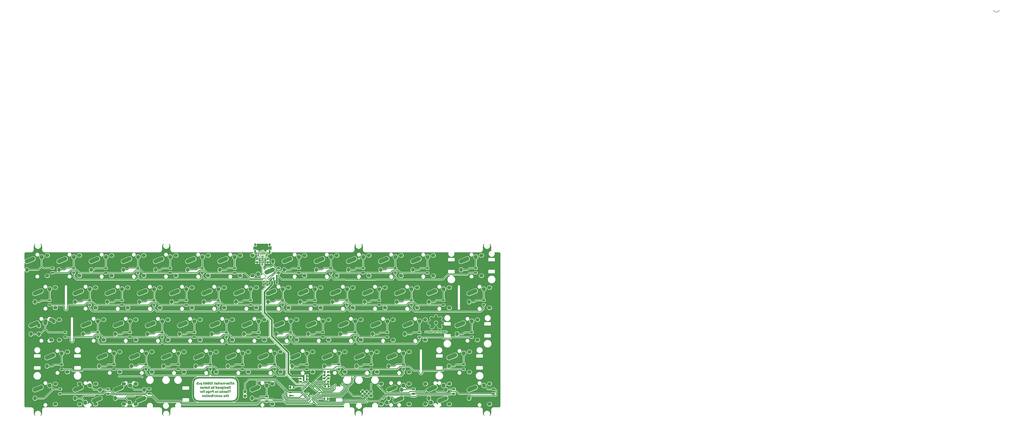
<source format=gbr>
G04 #@! TF.GenerationSoftware,KiCad,Pcbnew,(5.1.5)-3*
G04 #@! TF.CreationDate,2020-11-11T21:52:05+01:00*
G04 #@! TF.ProjectId,keyboard,6b657962-6f61-4726-942e-6b696361645f,rev?*
G04 #@! TF.SameCoordinates,Original*
G04 #@! TF.FileFunction,Copper,L2,Bot*
G04 #@! TF.FilePolarity,Positive*
%FSLAX46Y46*%
G04 Gerber Fmt 4.6, Leading zero omitted, Abs format (unit mm)*
G04 Created by KiCad (PCBNEW (5.1.5)-3) date 2020-11-11 21:52:05*
%MOMM*%
%LPD*%
G04 APERTURE LIST*
%ADD10C,0.010000*%
%ADD11C,2.500000*%
%ADD12O,2.000000X2.500000*%
%ADD13O,2.500000X2.000000*%
%ADD14C,2.500000*%
%ADD15O,1.700000X1.700000*%
%ADD16R,1.700000X1.700000*%
%ADD17R,0.600000X1.450000*%
%ADD18R,0.300000X1.450000*%
%ADD19O,1.000000X2.100000*%
%ADD20O,1.000000X1.600000*%
%ADD21C,1.700000*%
%ADD22R,1.400000X1.200000*%
%ADD23R,0.650000X1.060000*%
%ADD24C,0.100000*%
%ADD25C,0.609600*%
%ADD26C,0.800000*%
%ADD27C,0.508000*%
%ADD28C,1.016000*%
%ADD29C,0.250000*%
%ADD30C,0.508000*%
%ADD31C,0.254000*%
%ADD32C,1.016000*%
%ADD33C,0.150000*%
G04 APERTURE END LIST*
D10*
G36*
X125787923Y-78739609D02*
G01*
X125811853Y-78795744D01*
X125847899Y-78878828D01*
X125890227Y-78975450D01*
X125915288Y-79032261D01*
X125949102Y-79111460D01*
X125991188Y-79214268D01*
X126038923Y-79333822D01*
X126089683Y-79463259D01*
X126140846Y-79595716D01*
X126189787Y-79724330D01*
X126233884Y-79842238D01*
X126270513Y-79942578D01*
X126297052Y-80018487D01*
X126310876Y-80063101D01*
X126312261Y-80070807D01*
X126291784Y-80081302D01*
X126236733Y-80088880D01*
X126156670Y-80092341D01*
X126139912Y-80092435D01*
X125967564Y-80092435D01*
X125867974Y-79783217D01*
X125327042Y-79783217D01*
X125227452Y-80092435D01*
X125041460Y-80092435D01*
X124951287Y-80091990D01*
X124897496Y-80089094D01*
X124872296Y-80081401D01*
X124867893Y-80066567D01*
X124876292Y-80042739D01*
X124890652Y-80006141D01*
X124917324Y-79936043D01*
X124953316Y-79840383D01*
X124995640Y-79727101D01*
X125030518Y-79633249D01*
X125073516Y-79518174D01*
X125407806Y-79518174D01*
X125594990Y-79518174D01*
X125679695Y-79516789D01*
X125744428Y-79513096D01*
X125779035Y-79507783D01*
X125782174Y-79505466D01*
X125774587Y-79481002D01*
X125753992Y-79424224D01*
X125723637Y-79343890D01*
X125690932Y-79259393D01*
X125599691Y-79026028D01*
X125567519Y-79100927D01*
X125544235Y-79157931D01*
X125512069Y-79240216D01*
X125477336Y-79331584D01*
X125471576Y-79347000D01*
X125407806Y-79518174D01*
X125073516Y-79518174D01*
X125097887Y-79452954D01*
X125155009Y-79303759D01*
X125206184Y-79175057D01*
X125255713Y-79056239D01*
X125307895Y-78936694D01*
X125356923Y-78827956D01*
X125434930Y-78656782D01*
X125753386Y-78656782D01*
X125787923Y-78739609D01*
G37*
X125787923Y-78739609D02*
X125811853Y-78795744D01*
X125847899Y-78878828D01*
X125890227Y-78975450D01*
X125915288Y-79032261D01*
X125949102Y-79111460D01*
X125991188Y-79214268D01*
X126038923Y-79333822D01*
X126089683Y-79463259D01*
X126140846Y-79595716D01*
X126189787Y-79724330D01*
X126233884Y-79842238D01*
X126270513Y-79942578D01*
X126297052Y-80018487D01*
X126310876Y-80063101D01*
X126312261Y-80070807D01*
X126291784Y-80081302D01*
X126236733Y-80088880D01*
X126156670Y-80092341D01*
X126139912Y-80092435D01*
X125967564Y-80092435D01*
X125867974Y-79783217D01*
X125327042Y-79783217D01*
X125227452Y-80092435D01*
X125041460Y-80092435D01*
X124951287Y-80091990D01*
X124897496Y-80089094D01*
X124872296Y-80081401D01*
X124867893Y-80066567D01*
X124876292Y-80042739D01*
X124890652Y-80006141D01*
X124917324Y-79936043D01*
X124953316Y-79840383D01*
X124995640Y-79727101D01*
X125030518Y-79633249D01*
X125073516Y-79518174D01*
X125407806Y-79518174D01*
X125594990Y-79518174D01*
X125679695Y-79516789D01*
X125744428Y-79513096D01*
X125779035Y-79507783D01*
X125782174Y-79505466D01*
X125774587Y-79481002D01*
X125753992Y-79424224D01*
X125723637Y-79343890D01*
X125690932Y-79259393D01*
X125599691Y-79026028D01*
X125567519Y-79100927D01*
X125544235Y-79157931D01*
X125512069Y-79240216D01*
X125477336Y-79331584D01*
X125471576Y-79347000D01*
X125407806Y-79518174D01*
X125073516Y-79518174D01*
X125097887Y-79452954D01*
X125155009Y-79303759D01*
X125206184Y-79175057D01*
X125255713Y-79056239D01*
X125307895Y-78936694D01*
X125356923Y-78827956D01*
X125434930Y-78656782D01*
X125753386Y-78656782D01*
X125787923Y-78739609D01*
G36*
X124347116Y-78502286D02*
G01*
X124437606Y-78522883D01*
X124501227Y-78548893D01*
X124555160Y-78589027D01*
X124593595Y-78627273D01*
X124625321Y-78662601D01*
X124650679Y-78697858D01*
X124670459Y-78738359D01*
X124685455Y-78789421D01*
X124696458Y-78856359D01*
X124704260Y-78944487D01*
X124709653Y-79059122D01*
X124713429Y-79205579D01*
X124716380Y-79389174D01*
X124717290Y-79457435D01*
X124725545Y-80092435D01*
X124390695Y-80092435D01*
X124390695Y-79275217D01*
X124015217Y-79275217D01*
X124015217Y-79010174D01*
X124390695Y-79010174D01*
X124390695Y-78942909D01*
X124369935Y-78866534D01*
X124334348Y-78819297D01*
X124287799Y-78782237D01*
X124236895Y-78769881D01*
X124185261Y-78772370D01*
X124118248Y-78781978D01*
X124066376Y-78794213D01*
X124057593Y-78797525D01*
X124035646Y-78798447D01*
X124018108Y-78773056D01*
X124000584Y-78713732D01*
X123994752Y-78688532D01*
X123982034Y-78614116D01*
X123980644Y-78561303D01*
X123986282Y-78544361D01*
X124030370Y-78522100D01*
X124104143Y-78505375D01*
X124193279Y-78495857D01*
X124283460Y-78495215D01*
X124347116Y-78502286D01*
G37*
X124347116Y-78502286D02*
X124437606Y-78522883D01*
X124501227Y-78548893D01*
X124555160Y-78589027D01*
X124593595Y-78627273D01*
X124625321Y-78662601D01*
X124650679Y-78697858D01*
X124670459Y-78738359D01*
X124685455Y-78789421D01*
X124696458Y-78856359D01*
X124704260Y-78944487D01*
X124709653Y-79059122D01*
X124713429Y-79205579D01*
X124716380Y-79389174D01*
X124717290Y-79457435D01*
X124725545Y-80092435D01*
X124390695Y-80092435D01*
X124390695Y-79275217D01*
X124015217Y-79275217D01*
X124015217Y-79010174D01*
X124390695Y-79010174D01*
X124390695Y-78942909D01*
X124369935Y-78866534D01*
X124334348Y-78819297D01*
X124287799Y-78782237D01*
X124236895Y-78769881D01*
X124185261Y-78772370D01*
X124118248Y-78781978D01*
X124066376Y-78794213D01*
X124057593Y-78797525D01*
X124035646Y-78798447D01*
X124018108Y-78773056D01*
X124000584Y-78713732D01*
X123994752Y-78688532D01*
X123982034Y-78614116D01*
X123980644Y-78561303D01*
X123986282Y-78544361D01*
X124030370Y-78522100D01*
X124104143Y-78505375D01*
X124193279Y-78495857D01*
X124283460Y-78495215D01*
X124347116Y-78502286D01*
G36*
X121386624Y-78992846D02*
G01*
X121492335Y-78999730D01*
X121588102Y-79012439D01*
X121628513Y-79020896D01*
X121784434Y-79059106D01*
X121784434Y-80092435D01*
X121453130Y-80092435D01*
X121453130Y-79278727D01*
X121392391Y-79265892D01*
X121334513Y-79261878D01*
X121256971Y-79266327D01*
X121218704Y-79271407D01*
X121105757Y-79289756D01*
X121082857Y-79166530D01*
X121072942Y-79092004D01*
X121073517Y-79039117D01*
X121079365Y-79022805D01*
X121117339Y-79006765D01*
X121188374Y-78996401D01*
X121281720Y-78991748D01*
X121386624Y-78992846D01*
G37*
X121386624Y-78992846D02*
X121492335Y-78999730D01*
X121588102Y-79012439D01*
X121628513Y-79020896D01*
X121784434Y-79059106D01*
X121784434Y-80092435D01*
X121453130Y-80092435D01*
X121453130Y-79278727D01*
X121392391Y-79265892D01*
X121334513Y-79261878D01*
X121256971Y-79266327D01*
X121218704Y-79271407D01*
X121105757Y-79289756D01*
X121082857Y-79166530D01*
X121072942Y-79092004D01*
X121073517Y-79039117D01*
X121079365Y-79022805D01*
X121117339Y-79006765D01*
X121188374Y-78996401D01*
X121281720Y-78991748D01*
X121386624Y-78992846D01*
G36*
X119966373Y-79002964D02*
G01*
X120064102Y-79030416D01*
X120077535Y-79036647D01*
X120125876Y-79057589D01*
X120163628Y-79058711D01*
X120211865Y-79038884D01*
X120232144Y-79028359D01*
X120274655Y-79008784D01*
X120319115Y-78996932D01*
X120376315Y-78991747D01*
X120457048Y-78992177D01*
X120558608Y-78996486D01*
X120662719Y-79002743D01*
X120754509Y-79010183D01*
X120822476Y-79017764D01*
X120851261Y-79023018D01*
X120900956Y-79037413D01*
X120900956Y-80092435D01*
X120591739Y-80092435D01*
X120591739Y-79686189D01*
X120591292Y-79540553D01*
X120589623Y-79433188D01*
X120586242Y-79358199D01*
X120580657Y-79309689D01*
X120572379Y-79281761D01*
X120560915Y-79268519D01*
X120556802Y-79266537D01*
X120477251Y-79254728D01*
X120405759Y-79285497D01*
X120380909Y-79307344D01*
X120360917Y-79328819D01*
X120346563Y-79351818D01*
X120336914Y-79383567D01*
X120331037Y-79431295D01*
X120327997Y-79502228D01*
X120326861Y-79603595D01*
X120326695Y-79726996D01*
X120326695Y-80092435D01*
X119992858Y-80092435D01*
X119996941Y-79690286D01*
X120001024Y-79288138D01*
X119946336Y-79269909D01*
X119871554Y-79264476D01*
X119802652Y-79291758D01*
X119755800Y-79344791D01*
X119752038Y-79353563D01*
X119744457Y-79395114D01*
X119738031Y-79471534D01*
X119733268Y-79573527D01*
X119730674Y-79691792D01*
X119730348Y-79751525D01*
X119730348Y-80092435D01*
X119399043Y-80092435D01*
X119399570Y-79733522D01*
X119400944Y-79605028D01*
X119404390Y-79485795D01*
X119409465Y-79385626D01*
X119415725Y-79314327D01*
X119419587Y-79290649D01*
X119465709Y-79171283D01*
X119539773Y-79078032D01*
X119635518Y-79018544D01*
X119732867Y-78996241D01*
X119849557Y-78991310D01*
X119966373Y-79002964D01*
G37*
X119966373Y-79002964D02*
X120064102Y-79030416D01*
X120077535Y-79036647D01*
X120125876Y-79057589D01*
X120163628Y-79058711D01*
X120211865Y-79038884D01*
X120232144Y-79028359D01*
X120274655Y-79008784D01*
X120319115Y-78996932D01*
X120376315Y-78991747D01*
X120457048Y-78992177D01*
X120558608Y-78996486D01*
X120662719Y-79002743D01*
X120754509Y-79010183D01*
X120822476Y-79017764D01*
X120851261Y-79023018D01*
X120900956Y-79037413D01*
X120900956Y-80092435D01*
X120591739Y-80092435D01*
X120591739Y-79686189D01*
X120591292Y-79540553D01*
X120589623Y-79433188D01*
X120586242Y-79358199D01*
X120580657Y-79309689D01*
X120572379Y-79281761D01*
X120560915Y-79268519D01*
X120556802Y-79266537D01*
X120477251Y-79254728D01*
X120405759Y-79285497D01*
X120380909Y-79307344D01*
X120360917Y-79328819D01*
X120346563Y-79351818D01*
X120336914Y-79383567D01*
X120331037Y-79431295D01*
X120327997Y-79502228D01*
X120326861Y-79603595D01*
X120326695Y-79726996D01*
X120326695Y-80092435D01*
X119992858Y-80092435D01*
X119996941Y-79690286D01*
X120001024Y-79288138D01*
X119946336Y-79269909D01*
X119871554Y-79264476D01*
X119802652Y-79291758D01*
X119755800Y-79344791D01*
X119752038Y-79353563D01*
X119744457Y-79395114D01*
X119738031Y-79471534D01*
X119733268Y-79573527D01*
X119730674Y-79691792D01*
X119730348Y-79751525D01*
X119730348Y-80092435D01*
X119399043Y-80092435D01*
X119399570Y-79733522D01*
X119400944Y-79605028D01*
X119404390Y-79485795D01*
X119409465Y-79385626D01*
X119415725Y-79314327D01*
X119419587Y-79290649D01*
X119465709Y-79171283D01*
X119539773Y-79078032D01*
X119635518Y-79018544D01*
X119732867Y-78996241D01*
X119849557Y-78991310D01*
X119966373Y-79002964D01*
G36*
X117645740Y-78994589D02*
G01*
X117751074Y-79003685D01*
X117841189Y-79018449D01*
X117851644Y-79020896D01*
X118007565Y-79059106D01*
X118007565Y-80092435D01*
X117676261Y-80092435D01*
X117676261Y-79278727D01*
X117615521Y-79265476D01*
X117556804Y-79261563D01*
X117479967Y-79267223D01*
X117448201Y-79272225D01*
X117390094Y-79282561D01*
X117354962Y-79281043D01*
X117334314Y-79259653D01*
X117319656Y-79210374D01*
X117304829Y-79136863D01*
X117294689Y-79062049D01*
X117301846Y-79022779D01*
X117308090Y-79016701D01*
X117356364Y-79002216D01*
X117436592Y-78993763D01*
X117536982Y-78991251D01*
X117645740Y-78994589D01*
G37*
X117645740Y-78994589D02*
X117751074Y-79003685D01*
X117841189Y-79018449D01*
X117851644Y-79020896D01*
X118007565Y-79059106D01*
X118007565Y-80092435D01*
X117676261Y-80092435D01*
X117676261Y-79278727D01*
X117615521Y-79265476D01*
X117556804Y-79261563D01*
X117479967Y-79267223D01*
X117448201Y-79272225D01*
X117390094Y-79282561D01*
X117354962Y-79281043D01*
X117334314Y-79259653D01*
X117319656Y-79210374D01*
X117304829Y-79136863D01*
X117294689Y-79062049D01*
X117301846Y-79022779D01*
X117308090Y-79016701D01*
X117356364Y-79002216D01*
X117436592Y-78993763D01*
X117536982Y-78991251D01*
X117645740Y-78994589D01*
G36*
X116975000Y-78512631D02*
G01*
X117135130Y-78536711D01*
X117140934Y-79314573D01*
X117146739Y-80092435D01*
X116814869Y-80092435D01*
X116814869Y-79642431D01*
X116754130Y-79700856D01*
X116713808Y-79746356D01*
X116659600Y-79816371D01*
X116601269Y-79898104D01*
X116582956Y-79925202D01*
X116472521Y-80091122D01*
X116279186Y-80091778D01*
X116085850Y-80092435D01*
X116168751Y-79957615D01*
X116221819Y-79878525D01*
X116292372Y-79783041D01*
X116368189Y-79687463D01*
X116397131Y-79652999D01*
X116542610Y-79483202D01*
X116326956Y-79252210D01*
X116111302Y-79021217D01*
X116302408Y-79014763D01*
X116493515Y-79008309D01*
X116571282Y-79103111D01*
X116635340Y-79178721D01*
X116705676Y-79258216D01*
X116731407Y-79286261D01*
X116813765Y-79374609D01*
X116814869Y-78488551D01*
X116975000Y-78512631D01*
G37*
X116975000Y-78512631D02*
X117135130Y-78536711D01*
X117140934Y-79314573D01*
X117146739Y-80092435D01*
X116814869Y-80092435D01*
X116814869Y-79642431D01*
X116754130Y-79700856D01*
X116713808Y-79746356D01*
X116659600Y-79816371D01*
X116601269Y-79898104D01*
X116582956Y-79925202D01*
X116472521Y-80091122D01*
X116279186Y-80091778D01*
X116085850Y-80092435D01*
X116168751Y-79957615D01*
X116221819Y-79878525D01*
X116292372Y-79783041D01*
X116368189Y-79687463D01*
X116397131Y-79652999D01*
X116542610Y-79483202D01*
X116326956Y-79252210D01*
X116111302Y-79021217D01*
X116302408Y-79014763D01*
X116493515Y-79008309D01*
X116571282Y-79103111D01*
X116635340Y-79178721D01*
X116705676Y-79258216D01*
X116731407Y-79286261D01*
X116813765Y-79374609D01*
X116814869Y-78488551D01*
X116975000Y-78512631D01*
G36*
X113391391Y-80092435D02*
G01*
X113060087Y-80092435D01*
X113060087Y-78656782D01*
X113391391Y-78656782D01*
X113391391Y-80092435D01*
G37*
X113391391Y-80092435D02*
X113060087Y-80092435D01*
X113060087Y-78656782D01*
X113391391Y-78656782D01*
X113391391Y-80092435D01*
G36*
X123689434Y-78710105D02*
G01*
X123849565Y-78734087D01*
X123849565Y-79297304D01*
X123849355Y-79470984D01*
X123848458Y-79606254D01*
X123846476Y-79708874D01*
X123843010Y-79784608D01*
X123837661Y-79839218D01*
X123830030Y-79878465D01*
X123819719Y-79908111D01*
X123806328Y-79933919D01*
X123805391Y-79935517D01*
X123752763Y-80011043D01*
X123693800Y-80061134D01*
X123617979Y-80090833D01*
X123514779Y-80105183D01*
X123444896Y-80108302D01*
X123348915Y-80107784D01*
X123262739Y-80102152D01*
X123201293Y-80092533D01*
X123189987Y-80089066D01*
X123153138Y-80072296D01*
X123136465Y-80049838D01*
X123135116Y-80008047D01*
X123141616Y-79952989D01*
X123153598Y-79873980D01*
X123166881Y-79831195D01*
X123187151Y-79816905D01*
X123220092Y-79823379D01*
X123233350Y-79828235D01*
X123324484Y-79848359D01*
X123411027Y-79842520D01*
X123477593Y-79812122D01*
X123485130Y-79805304D01*
X123504864Y-79780641D01*
X123517738Y-79747808D01*
X123525162Y-79697644D01*
X123528547Y-79620989D01*
X123529304Y-79518174D01*
X123529304Y-79275217D01*
X123175913Y-79275217D01*
X123175913Y-79010174D01*
X123529304Y-79010174D01*
X123529304Y-78686123D01*
X123689434Y-78710105D01*
G37*
X123689434Y-78710105D02*
X123849565Y-78734087D01*
X123849565Y-79297304D01*
X123849355Y-79470984D01*
X123848458Y-79606254D01*
X123846476Y-79708874D01*
X123843010Y-79784608D01*
X123837661Y-79839218D01*
X123830030Y-79878465D01*
X123819719Y-79908111D01*
X123806328Y-79933919D01*
X123805391Y-79935517D01*
X123752763Y-80011043D01*
X123693800Y-80061134D01*
X123617979Y-80090833D01*
X123514779Y-80105183D01*
X123444896Y-80108302D01*
X123348915Y-80107784D01*
X123262739Y-80102152D01*
X123201293Y-80092533D01*
X123189987Y-80089066D01*
X123153138Y-80072296D01*
X123136465Y-80049838D01*
X123135116Y-80008047D01*
X123141616Y-79952989D01*
X123153598Y-79873980D01*
X123166881Y-79831195D01*
X123187151Y-79816905D01*
X123220092Y-79823379D01*
X123233350Y-79828235D01*
X123324484Y-79848359D01*
X123411027Y-79842520D01*
X123477593Y-79812122D01*
X123485130Y-79805304D01*
X123504864Y-79780641D01*
X123517738Y-79747808D01*
X123525162Y-79697644D01*
X123528547Y-79620989D01*
X123529304Y-79518174D01*
X123529304Y-79275217D01*
X123175913Y-79275217D01*
X123175913Y-79010174D01*
X123529304Y-79010174D01*
X123529304Y-78686123D01*
X123689434Y-78710105D01*
G36*
X118925258Y-78990006D02*
G01*
X119011285Y-79000687D01*
X119034608Y-79006209D01*
X119077571Y-79023388D01*
X119095025Y-79051284D01*
X119096183Y-79105766D01*
X119095850Y-79111704D01*
X119088661Y-79202012D01*
X119077069Y-79255381D01*
X119056616Y-79279043D01*
X119022848Y-79280232D01*
X118996070Y-79273666D01*
X118932628Y-79261987D01*
X118848564Y-79254548D01*
X118797319Y-79253130D01*
X118693577Y-79264814D01*
X118621756Y-79298407D01*
X118585567Y-79351720D01*
X118581885Y-79380130D01*
X118587852Y-79400436D01*
X118611647Y-79412422D01*
X118662223Y-79418338D01*
X118742016Y-79420373D01*
X118834998Y-79424935D01*
X118921958Y-79435313D01*
X118981270Y-79448492D01*
X119085067Y-79504523D01*
X119159178Y-79589252D01*
X119199862Y-79695629D01*
X119203382Y-79816603D01*
X119196645Y-79854625D01*
X119163255Y-79949450D01*
X119108386Y-80020140D01*
X119027412Y-80069055D01*
X118915705Y-80098552D01*
X118768639Y-80110990D01*
X118692261Y-80111671D01*
X118583756Y-80108824D01*
X118481155Y-80102704D01*
X118399223Y-80094346D01*
X118366478Y-80088769D01*
X118272608Y-80067748D01*
X118272608Y-79760437D01*
X118581826Y-79760437D01*
X118581826Y-79871565D01*
X118689814Y-79871565D01*
X118789955Y-79859598D01*
X118849499Y-79829703D01*
X118884681Y-79792646D01*
X118887457Y-79752608D01*
X118879181Y-79725239D01*
X118858454Y-79685292D01*
X118822918Y-79661810D01*
X118758671Y-79646160D01*
X118749268Y-79644548D01*
X118665072Y-79633821D01*
X118614916Y-79640519D01*
X118590177Y-79670610D01*
X118582234Y-79730062D01*
X118581826Y-79760437D01*
X118272608Y-79760437D01*
X118272608Y-79672921D01*
X118273928Y-79533601D01*
X118277620Y-79409992D01*
X118283287Y-79309840D01*
X118290531Y-79240888D01*
X118296100Y-79215916D01*
X118353705Y-79120518D01*
X118440673Y-79045032D01*
X118525556Y-79006650D01*
X118601628Y-78993612D01*
X118704333Y-78986483D01*
X118817575Y-78985276D01*
X118925258Y-78990006D01*
G37*
X118925258Y-78990006D02*
X119011285Y-79000687D01*
X119034608Y-79006209D01*
X119077571Y-79023388D01*
X119095025Y-79051284D01*
X119096183Y-79105766D01*
X119095850Y-79111704D01*
X119088661Y-79202012D01*
X119077069Y-79255381D01*
X119056616Y-79279043D01*
X119022848Y-79280232D01*
X118996070Y-79273666D01*
X118932628Y-79261987D01*
X118848564Y-79254548D01*
X118797319Y-79253130D01*
X118693577Y-79264814D01*
X118621756Y-79298407D01*
X118585567Y-79351720D01*
X118581885Y-79380130D01*
X118587852Y-79400436D01*
X118611647Y-79412422D01*
X118662223Y-79418338D01*
X118742016Y-79420373D01*
X118834998Y-79424935D01*
X118921958Y-79435313D01*
X118981270Y-79448492D01*
X119085067Y-79504523D01*
X119159178Y-79589252D01*
X119199862Y-79695629D01*
X119203382Y-79816603D01*
X119196645Y-79854625D01*
X119163255Y-79949450D01*
X119108386Y-80020140D01*
X119027412Y-80069055D01*
X118915705Y-80098552D01*
X118768639Y-80110990D01*
X118692261Y-80111671D01*
X118583756Y-80108824D01*
X118481155Y-80102704D01*
X118399223Y-80094346D01*
X118366478Y-80088769D01*
X118272608Y-80067748D01*
X118272608Y-79760437D01*
X118581826Y-79760437D01*
X118581826Y-79871565D01*
X118689814Y-79871565D01*
X118789955Y-79859598D01*
X118849499Y-79829703D01*
X118884681Y-79792646D01*
X118887457Y-79752608D01*
X118879181Y-79725239D01*
X118858454Y-79685292D01*
X118822918Y-79661810D01*
X118758671Y-79646160D01*
X118749268Y-79644548D01*
X118665072Y-79633821D01*
X118614916Y-79640519D01*
X118590177Y-79670610D01*
X118582234Y-79730062D01*
X118581826Y-79760437D01*
X118272608Y-79760437D01*
X118272608Y-79672921D01*
X118273928Y-79533601D01*
X118277620Y-79409992D01*
X118283287Y-79309840D01*
X118290531Y-79240888D01*
X118296100Y-79215916D01*
X118353705Y-79120518D01*
X118440673Y-79045032D01*
X118525556Y-79006650D01*
X118601628Y-78993612D01*
X118704333Y-78986483D01*
X118817575Y-78985276D01*
X118925258Y-78990006D01*
G36*
X114672434Y-78709829D02*
G01*
X114827043Y-78731199D01*
X114827043Y-79264955D01*
X114825898Y-79460001D01*
X114822539Y-79621597D01*
X114817080Y-79746961D01*
X114809638Y-79833315D01*
X114801897Y-79873791D01*
X114743691Y-79982200D01*
X114654087Y-80065708D01*
X114623836Y-80083490D01*
X114567354Y-80099630D01*
X114481806Y-80109384D01*
X114381858Y-80112594D01*
X114282175Y-80109107D01*
X114197423Y-80098767D01*
X114157654Y-80088431D01*
X114114331Y-80065683D01*
X114103881Y-80031138D01*
X114107959Y-80001827D01*
X114125721Y-79909247D01*
X114138243Y-79852424D01*
X114149500Y-79823911D01*
X114163469Y-79816263D01*
X114184124Y-79822034D01*
X114200512Y-79828511D01*
X114292729Y-79847989D01*
X114382791Y-79840847D01*
X114452848Y-79808706D01*
X114475174Y-79786881D01*
X114490405Y-79758335D01*
X114500436Y-79714080D01*
X114507161Y-79645128D01*
X114512473Y-79542489D01*
X114513350Y-79521576D01*
X114523500Y-79275217D01*
X114142348Y-79275217D01*
X114142348Y-79010174D01*
X114517826Y-79010174D01*
X114517826Y-78688460D01*
X114672434Y-78709829D01*
G37*
X114672434Y-78709829D02*
X114827043Y-78731199D01*
X114827043Y-79264955D01*
X114825898Y-79460001D01*
X114822539Y-79621597D01*
X114817080Y-79746961D01*
X114809638Y-79833315D01*
X114801897Y-79873791D01*
X114743691Y-79982200D01*
X114654087Y-80065708D01*
X114623836Y-80083490D01*
X114567354Y-80099630D01*
X114481806Y-80109384D01*
X114381858Y-80112594D01*
X114282175Y-80109107D01*
X114197423Y-80098767D01*
X114157654Y-80088431D01*
X114114331Y-80065683D01*
X114103881Y-80031138D01*
X114107959Y-80001827D01*
X114125721Y-79909247D01*
X114138243Y-79852424D01*
X114149500Y-79823911D01*
X114163469Y-79816263D01*
X114184124Y-79822034D01*
X114200512Y-79828511D01*
X114292729Y-79847989D01*
X114382791Y-79840847D01*
X114452848Y-79808706D01*
X114475174Y-79786881D01*
X114490405Y-79758335D01*
X114500436Y-79714080D01*
X114507161Y-79645128D01*
X114512473Y-79542489D01*
X114513350Y-79521576D01*
X114523500Y-79275217D01*
X114142348Y-79275217D01*
X114142348Y-79010174D01*
X114517826Y-79010174D01*
X114517826Y-78688460D01*
X114672434Y-78709829D01*
G36*
X112496869Y-78657290D02*
G01*
X112588404Y-78665676D01*
X112664468Y-78672453D01*
X112713372Y-78676586D01*
X112723261Y-78677300D01*
X112731260Y-78687196D01*
X112737669Y-78718311D01*
X112742629Y-78774298D01*
X112746283Y-78858807D01*
X112748774Y-78975488D01*
X112750246Y-79127993D01*
X112750840Y-79319972D01*
X112750869Y-79382576D01*
X112750869Y-80086282D01*
X112634913Y-80100210D01*
X112506713Y-80110290D01*
X112365132Y-80112796D01*
X112224383Y-80108200D01*
X112098680Y-80096974D01*
X112002239Y-80079591D01*
X112000448Y-80079114D01*
X111832503Y-80015665D01*
X111698573Y-79924455D01*
X111598310Y-79804993D01*
X111531364Y-79656787D01*
X111497385Y-79479347D01*
X111492634Y-79365078D01*
X111494108Y-79348502D01*
X111840339Y-79348502D01*
X111848647Y-79468957D01*
X111879062Y-79582086D01*
X111930547Y-79678280D01*
X112002067Y-79747931D01*
X112036844Y-79766544D01*
X112113064Y-79797647D01*
X112168246Y-79814988D01*
X112221677Y-79822839D01*
X112292641Y-79825474D01*
X112303608Y-79825647D01*
X112419565Y-79827391D01*
X112419565Y-78943913D01*
X112277438Y-78943913D01*
X112152184Y-78951217D01*
X112057207Y-78975481D01*
X111980702Y-79020233D01*
X111958414Y-79039254D01*
X111894186Y-79124043D01*
X111855173Y-79230328D01*
X111840339Y-79348502D01*
X111494108Y-79348502D01*
X111509273Y-79178004D01*
X111557918Y-79020817D01*
X111639279Y-78892225D01*
X111754069Y-78790940D01*
X111834261Y-78745158D01*
X112003891Y-78684865D01*
X112202887Y-78653626D01*
X112426835Y-78652028D01*
X112496869Y-78657290D01*
G37*
X112496869Y-78657290D02*
X112588404Y-78665676D01*
X112664468Y-78672453D01*
X112713372Y-78676586D01*
X112723261Y-78677300D01*
X112731260Y-78687196D01*
X112737669Y-78718311D01*
X112742629Y-78774298D01*
X112746283Y-78858807D01*
X112748774Y-78975488D01*
X112750246Y-79127993D01*
X112750840Y-79319972D01*
X112750869Y-79382576D01*
X112750869Y-80086282D01*
X112634913Y-80100210D01*
X112506713Y-80110290D01*
X112365132Y-80112796D01*
X112224383Y-80108200D01*
X112098680Y-80096974D01*
X112002239Y-80079591D01*
X112000448Y-80079114D01*
X111832503Y-80015665D01*
X111698573Y-79924455D01*
X111598310Y-79804993D01*
X111531364Y-79656787D01*
X111497385Y-79479347D01*
X111492634Y-79365078D01*
X111494108Y-79348502D01*
X111840339Y-79348502D01*
X111848647Y-79468957D01*
X111879062Y-79582086D01*
X111930547Y-79678280D01*
X112002067Y-79747931D01*
X112036844Y-79766544D01*
X112113064Y-79797647D01*
X112168246Y-79814988D01*
X112221677Y-79822839D01*
X112292641Y-79825474D01*
X112303608Y-79825647D01*
X112419565Y-79827391D01*
X112419565Y-78943913D01*
X112277438Y-78943913D01*
X112152184Y-78951217D01*
X112057207Y-78975481D01*
X111980702Y-79020233D01*
X111958414Y-79039254D01*
X111894186Y-79124043D01*
X111855173Y-79230328D01*
X111840339Y-79348502D01*
X111494108Y-79348502D01*
X111509273Y-79178004D01*
X111557918Y-79020817D01*
X111639279Y-78892225D01*
X111754069Y-78790940D01*
X111834261Y-78745158D01*
X112003891Y-78684865D01*
X112202887Y-78653626D01*
X112426835Y-78652028D01*
X112496869Y-78657290D01*
G36*
X110965058Y-78652605D02*
G01*
X111175131Y-78671838D01*
X111221348Y-78678081D01*
X111222692Y-78699492D01*
X111223917Y-78759830D01*
X111224984Y-78853848D01*
X111225850Y-78976299D01*
X111226475Y-79121937D01*
X111226817Y-79285515D01*
X111226869Y-79382506D01*
X111226869Y-80086142D01*
X111091108Y-80100332D01*
X111015111Y-80106008D01*
X110919371Y-80109945D01*
X110814866Y-80112092D01*
X110712578Y-80112398D01*
X110623485Y-80110812D01*
X110558569Y-80107284D01*
X110531130Y-80102924D01*
X110497391Y-80092752D01*
X110439109Y-80076913D01*
X110414884Y-80070608D01*
X110316512Y-80028342D01*
X110224202Y-79959481D01*
X110153100Y-79876616D01*
X110130275Y-79833967D01*
X110103239Y-79727252D01*
X110103571Y-79632674D01*
X110444454Y-79632674D01*
X110445820Y-79702441D01*
X110472720Y-79761282D01*
X110501568Y-79785127D01*
X110562837Y-79808427D01*
X110642554Y-79827289D01*
X110720442Y-79837871D01*
X110774087Y-79836790D01*
X110831525Y-79829039D01*
X110856913Y-79827693D01*
X110876202Y-79822230D01*
X110887837Y-79800495D01*
X110893659Y-79753913D01*
X110895508Y-79673910D01*
X110895565Y-79647649D01*
X110895565Y-79467907D01*
X110726093Y-79483264D01*
X110638729Y-79493503D01*
X110564731Y-79506337D01*
X110518499Y-79519205D01*
X110515210Y-79520784D01*
X110467844Y-79567087D01*
X110444454Y-79632674D01*
X110103571Y-79632674D01*
X110103635Y-79614480D01*
X110128833Y-79507828D01*
X110176205Y-79419472D01*
X110230736Y-79368596D01*
X110274111Y-79341246D01*
X110297464Y-79325989D01*
X110291039Y-79307086D01*
X110262670Y-79270820D01*
X110261571Y-79269608D01*
X110194932Y-79167447D01*
X110170496Y-79066843D01*
X110498000Y-79066843D01*
X110509821Y-79131723D01*
X110548550Y-79175140D01*
X110619084Y-79199900D01*
X110726319Y-79208813D01*
X110745871Y-79208956D01*
X110895565Y-79208956D01*
X110895565Y-78916017D01*
X110730713Y-78926596D01*
X110624337Y-78937511D01*
X110554991Y-78956722D01*
X110515722Y-78988420D01*
X110499577Y-79036794D01*
X110498000Y-79066843D01*
X110170496Y-79066843D01*
X110168197Y-79057381D01*
X110180039Y-78947353D01*
X110229128Y-78845306D01*
X110314137Y-78759183D01*
X110351008Y-78734927D01*
X110457892Y-78691287D01*
X110600092Y-78662744D01*
X110771263Y-78649712D01*
X110965058Y-78652605D01*
G37*
X110965058Y-78652605D02*
X111175131Y-78671838D01*
X111221348Y-78678081D01*
X111222692Y-78699492D01*
X111223917Y-78759830D01*
X111224984Y-78853848D01*
X111225850Y-78976299D01*
X111226475Y-79121937D01*
X111226817Y-79285515D01*
X111226869Y-79382506D01*
X111226869Y-80086142D01*
X111091108Y-80100332D01*
X111015111Y-80106008D01*
X110919371Y-80109945D01*
X110814866Y-80112092D01*
X110712578Y-80112398D01*
X110623485Y-80110812D01*
X110558569Y-80107284D01*
X110531130Y-80102924D01*
X110497391Y-80092752D01*
X110439109Y-80076913D01*
X110414884Y-80070608D01*
X110316512Y-80028342D01*
X110224202Y-79959481D01*
X110153100Y-79876616D01*
X110130275Y-79833967D01*
X110103239Y-79727252D01*
X110103571Y-79632674D01*
X110444454Y-79632674D01*
X110445820Y-79702441D01*
X110472720Y-79761282D01*
X110501568Y-79785127D01*
X110562837Y-79808427D01*
X110642554Y-79827289D01*
X110720442Y-79837871D01*
X110774087Y-79836790D01*
X110831525Y-79829039D01*
X110856913Y-79827693D01*
X110876202Y-79822230D01*
X110887837Y-79800495D01*
X110893659Y-79753913D01*
X110895508Y-79673910D01*
X110895565Y-79647649D01*
X110895565Y-79467907D01*
X110726093Y-79483264D01*
X110638729Y-79493503D01*
X110564731Y-79506337D01*
X110518499Y-79519205D01*
X110515210Y-79520784D01*
X110467844Y-79567087D01*
X110444454Y-79632674D01*
X110103571Y-79632674D01*
X110103635Y-79614480D01*
X110128833Y-79507828D01*
X110176205Y-79419472D01*
X110230736Y-79368596D01*
X110274111Y-79341246D01*
X110297464Y-79325989D01*
X110291039Y-79307086D01*
X110262670Y-79270820D01*
X110261571Y-79269608D01*
X110194932Y-79167447D01*
X110170496Y-79066843D01*
X110498000Y-79066843D01*
X110509821Y-79131723D01*
X110548550Y-79175140D01*
X110619084Y-79199900D01*
X110726319Y-79208813D01*
X110745871Y-79208956D01*
X110895565Y-79208956D01*
X110895565Y-78916017D01*
X110730713Y-78926596D01*
X110624337Y-78937511D01*
X110554991Y-78956722D01*
X110515722Y-78988420D01*
X110499577Y-79036794D01*
X110498000Y-79066843D01*
X110170496Y-79066843D01*
X110168197Y-79057381D01*
X110180039Y-78947353D01*
X110229128Y-78845306D01*
X110314137Y-78759183D01*
X110351008Y-78734927D01*
X110457892Y-78691287D01*
X110600092Y-78662744D01*
X110771263Y-78649712D01*
X110965058Y-78652605D01*
G36*
X122625653Y-78996875D02*
G01*
X122701043Y-79019202D01*
X122830466Y-79095435D01*
X122926564Y-79200323D01*
X122988866Y-79332990D01*
X123016898Y-79492560D01*
X123016850Y-79604805D01*
X122990998Y-79767353D01*
X122933596Y-79899325D01*
X122843933Y-80001773D01*
X122721298Y-80075749D01*
X122690000Y-80088242D01*
X122605406Y-80108734D01*
X122495896Y-80120775D01*
X122380131Y-80123137D01*
X122280594Y-80115182D01*
X122180697Y-80099038D01*
X122117492Y-80081527D01*
X122084022Y-80054492D01*
X122073331Y-80009777D01*
X122078461Y-79939226D01*
X122085505Y-79886464D01*
X122096118Y-79825601D01*
X122109356Y-79800251D01*
X122130819Y-79801856D01*
X122138399Y-79805611D01*
X122181591Y-79819808D01*
X122250535Y-79833815D01*
X122300726Y-79840959D01*
X122426069Y-79844357D01*
X122533449Y-79825185D01*
X122614750Y-79785809D01*
X122657942Y-79736969D01*
X122680325Y-79690214D01*
X122689990Y-79663147D01*
X122690000Y-79662836D01*
X122669160Y-79658691D01*
X122611627Y-79655155D01*
X122524881Y-79652490D01*
X122416401Y-79650960D01*
X122344814Y-79650696D01*
X121999628Y-79650696D01*
X122009780Y-79479522D01*
X122021974Y-79400408D01*
X122319069Y-79400408D01*
X122339655Y-79419093D01*
X122394105Y-79427620D01*
X122487241Y-79429808D01*
X122502261Y-79429826D01*
X122595632Y-79428493D01*
X122652779Y-79423537D01*
X122681595Y-79413522D01*
X122689974Y-79397013D01*
X122690000Y-79395692D01*
X122670110Y-79341456D01*
X122619028Y-79293559D01*
X122549630Y-79261357D01*
X122493725Y-79253130D01*
X122427959Y-79260152D01*
X122383874Y-79288005D01*
X122360199Y-79317279D01*
X122327524Y-79367743D01*
X122319069Y-79400408D01*
X122021974Y-79400408D01*
X122034853Y-79316858D01*
X122089398Y-79186414D01*
X122174303Y-79086733D01*
X122290453Y-79016358D01*
X122291853Y-79015765D01*
X122390880Y-78990475D01*
X122509030Y-78984236D01*
X122625653Y-78996875D01*
G37*
X122625653Y-78996875D02*
X122701043Y-79019202D01*
X122830466Y-79095435D01*
X122926564Y-79200323D01*
X122988866Y-79332990D01*
X123016898Y-79492560D01*
X123016850Y-79604805D01*
X122990998Y-79767353D01*
X122933596Y-79899325D01*
X122843933Y-80001773D01*
X122721298Y-80075749D01*
X122690000Y-80088242D01*
X122605406Y-80108734D01*
X122495896Y-80120775D01*
X122380131Y-80123137D01*
X122280594Y-80115182D01*
X122180697Y-80099038D01*
X122117492Y-80081527D01*
X122084022Y-80054492D01*
X122073331Y-80009777D01*
X122078461Y-79939226D01*
X122085505Y-79886464D01*
X122096118Y-79825601D01*
X122109356Y-79800251D01*
X122130819Y-79801856D01*
X122138399Y-79805611D01*
X122181591Y-79819808D01*
X122250535Y-79833815D01*
X122300726Y-79840959D01*
X122426069Y-79844357D01*
X122533449Y-79825185D01*
X122614750Y-79785809D01*
X122657942Y-79736969D01*
X122680325Y-79690214D01*
X122689990Y-79663147D01*
X122690000Y-79662836D01*
X122669160Y-79658691D01*
X122611627Y-79655155D01*
X122524881Y-79652490D01*
X122416401Y-79650960D01*
X122344814Y-79650696D01*
X121999628Y-79650696D01*
X122009780Y-79479522D01*
X122021974Y-79400408D01*
X122319069Y-79400408D01*
X122339655Y-79419093D01*
X122394105Y-79427620D01*
X122487241Y-79429808D01*
X122502261Y-79429826D01*
X122595632Y-79428493D01*
X122652779Y-79423537D01*
X122681595Y-79413522D01*
X122689974Y-79397013D01*
X122690000Y-79395692D01*
X122670110Y-79341456D01*
X122619028Y-79293559D01*
X122549630Y-79261357D01*
X122493725Y-79253130D01*
X122427959Y-79260152D01*
X122383874Y-79288005D01*
X122360199Y-79317279D01*
X122327524Y-79367743D01*
X122319069Y-79400408D01*
X122021974Y-79400408D01*
X122034853Y-79316858D01*
X122089398Y-79186414D01*
X122174303Y-79086733D01*
X122290453Y-79016358D01*
X122291853Y-79015765D01*
X122390880Y-78990475D01*
X122509030Y-78984236D01*
X122625653Y-78996875D01*
G36*
X115684366Y-79001683D02*
G01*
X115819887Y-79061676D01*
X115935724Y-79159992D01*
X116002059Y-79251741D01*
X116042804Y-79355889D01*
X116060747Y-79482432D01*
X116060515Y-79607460D01*
X116053085Y-79705323D01*
X116038179Y-79777118D01*
X116010933Y-79840873D01*
X115985873Y-79884004D01*
X115896037Y-79988540D01*
X115775952Y-80064317D01*
X115630058Y-80109922D01*
X115462795Y-80123944D01*
X115286255Y-80106384D01*
X115209684Y-80090958D01*
X115151489Y-80076353D01*
X115124303Y-80065752D01*
X115119341Y-80037991D01*
X115120880Y-79980637D01*
X115126153Y-79926940D01*
X115136610Y-79856503D01*
X115148699Y-79820754D01*
X115167572Y-79810346D01*
X115188714Y-79813410D01*
X115335999Y-79839318D01*
X115467620Y-79842618D01*
X115577270Y-79824254D01*
X115658643Y-79785167D01*
X115700550Y-79736969D01*
X115722934Y-79690214D01*
X115732599Y-79663147D01*
X115732608Y-79662836D01*
X115711774Y-79658675D01*
X115654277Y-79655129D01*
X115567629Y-79652464D01*
X115459340Y-79650946D01*
X115390261Y-79650696D01*
X115047913Y-79650696D01*
X115048036Y-79523696D01*
X115055487Y-79417686D01*
X115357130Y-79417686D01*
X115377525Y-79423172D01*
X115431948Y-79427368D01*
X115510258Y-79429618D01*
X115544869Y-79429826D01*
X115638241Y-79428493D01*
X115695388Y-79423537D01*
X115724204Y-79413522D01*
X115732583Y-79397013D01*
X115732608Y-79395692D01*
X115712701Y-79338761D01*
X115661130Y-79292549D01*
X115590124Y-79262782D01*
X115511910Y-79255188D01*
X115457511Y-79266850D01*
X115425921Y-79293714D01*
X115390316Y-79341965D01*
X115363612Y-79392193D01*
X115357130Y-79417686D01*
X115055487Y-79417686D01*
X115058031Y-79381498D01*
X115090294Y-79267695D01*
X115148703Y-79170513D01*
X115174559Y-79139883D01*
X115275327Y-79051944D01*
X115389347Y-79001110D01*
X115526870Y-78982897D01*
X115533826Y-78982772D01*
X115684366Y-79001683D01*
G37*
X115684366Y-79001683D02*
X115819887Y-79061676D01*
X115935724Y-79159992D01*
X116002059Y-79251741D01*
X116042804Y-79355889D01*
X116060747Y-79482432D01*
X116060515Y-79607460D01*
X116053085Y-79705323D01*
X116038179Y-79777118D01*
X116010933Y-79840873D01*
X115985873Y-79884004D01*
X115896037Y-79988540D01*
X115775952Y-80064317D01*
X115630058Y-80109922D01*
X115462795Y-80123944D01*
X115286255Y-80106384D01*
X115209684Y-80090958D01*
X115151489Y-80076353D01*
X115124303Y-80065752D01*
X115119341Y-80037991D01*
X115120880Y-79980637D01*
X115126153Y-79926940D01*
X115136610Y-79856503D01*
X115148699Y-79820754D01*
X115167572Y-79810346D01*
X115188714Y-79813410D01*
X115335999Y-79839318D01*
X115467620Y-79842618D01*
X115577270Y-79824254D01*
X115658643Y-79785167D01*
X115700550Y-79736969D01*
X115722934Y-79690214D01*
X115732599Y-79663147D01*
X115732608Y-79662836D01*
X115711774Y-79658675D01*
X115654277Y-79655129D01*
X115567629Y-79652464D01*
X115459340Y-79650946D01*
X115390261Y-79650696D01*
X115047913Y-79650696D01*
X115048036Y-79523696D01*
X115055487Y-79417686D01*
X115357130Y-79417686D01*
X115377525Y-79423172D01*
X115431948Y-79427368D01*
X115510258Y-79429618D01*
X115544869Y-79429826D01*
X115638241Y-79428493D01*
X115695388Y-79423537D01*
X115724204Y-79413522D01*
X115732583Y-79397013D01*
X115732608Y-79395692D01*
X115712701Y-79338761D01*
X115661130Y-79292549D01*
X115590124Y-79262782D01*
X115511910Y-79255188D01*
X115457511Y-79266850D01*
X115425921Y-79293714D01*
X115390316Y-79341965D01*
X115363612Y-79392193D01*
X115357130Y-79417686D01*
X115055487Y-79417686D01*
X115058031Y-79381498D01*
X115090294Y-79267695D01*
X115148703Y-79170513D01*
X115174559Y-79139883D01*
X115275327Y-79051944D01*
X115389347Y-79001110D01*
X115526870Y-78982897D01*
X115533826Y-78982772D01*
X115684366Y-79001683D01*
G36*
X109280604Y-78676888D02*
G01*
X109450354Y-78731512D01*
X109605497Y-78814916D01*
X109681748Y-78873395D01*
X109789761Y-78996657D01*
X109870252Y-79147988D01*
X109920605Y-79318974D01*
X109938203Y-79501202D01*
X109925619Y-79657641D01*
X109885451Y-79817318D01*
X109822297Y-79940660D01*
X109733604Y-80030498D01*
X109616822Y-80089660D01*
X109513090Y-80114985D01*
X109444207Y-80125918D01*
X109396921Y-80132757D01*
X109382608Y-80134061D01*
X109363190Y-80128888D01*
X109314039Y-80118429D01*
X109284494Y-80112529D01*
X109166315Y-80068297D01*
X109061062Y-79989749D01*
X108977961Y-79886585D01*
X108926233Y-79768507D01*
X108917385Y-79726382D01*
X108915580Y-79690352D01*
X109236500Y-79690352D01*
X109259469Y-79759768D01*
X109312229Y-79811857D01*
X109382044Y-79841229D01*
X109456173Y-79842494D01*
X109521240Y-79810826D01*
X109569102Y-79744695D01*
X109601859Y-79650203D01*
X109614505Y-79541994D01*
X109614521Y-79537966D01*
X109610962Y-79482217D01*
X109592207Y-79455085D01*
X109546135Y-79441121D01*
X109537217Y-79439412D01*
X109419075Y-79431348D01*
X109329802Y-79456599D01*
X109269837Y-79514799D01*
X109239619Y-79605581D01*
X109236500Y-79690352D01*
X108915580Y-79690352D01*
X108910149Y-79581970D01*
X108937204Y-79460224D01*
X109000517Y-79353704D01*
X109022576Y-79328217D01*
X109104791Y-79255244D01*
X109195788Y-79210665D01*
X109306584Y-79190750D01*
X109428951Y-79190652D01*
X109568094Y-79197913D01*
X109530569Y-79134161D01*
X109469557Y-79066163D01*
X109376565Y-79005498D01*
X109263774Y-78958394D01*
X109143364Y-78931078D01*
X109130415Y-78929573D01*
X108991911Y-78915097D01*
X109005042Y-78849440D01*
X109015063Y-78776760D01*
X109018174Y-78720282D01*
X109021578Y-78680419D01*
X109039983Y-78662140D01*
X109085672Y-78657168D01*
X109112043Y-78657045D01*
X109280604Y-78676888D01*
G37*
X109280604Y-78676888D02*
X109450354Y-78731512D01*
X109605497Y-78814916D01*
X109681748Y-78873395D01*
X109789761Y-78996657D01*
X109870252Y-79147988D01*
X109920605Y-79318974D01*
X109938203Y-79501202D01*
X109925619Y-79657641D01*
X109885451Y-79817318D01*
X109822297Y-79940660D01*
X109733604Y-80030498D01*
X109616822Y-80089660D01*
X109513090Y-80114985D01*
X109444207Y-80125918D01*
X109396921Y-80132757D01*
X109382608Y-80134061D01*
X109363190Y-80128888D01*
X109314039Y-80118429D01*
X109284494Y-80112529D01*
X109166315Y-80068297D01*
X109061062Y-79989749D01*
X108977961Y-79886585D01*
X108926233Y-79768507D01*
X108917385Y-79726382D01*
X108915580Y-79690352D01*
X109236500Y-79690352D01*
X109259469Y-79759768D01*
X109312229Y-79811857D01*
X109382044Y-79841229D01*
X109456173Y-79842494D01*
X109521240Y-79810826D01*
X109569102Y-79744695D01*
X109601859Y-79650203D01*
X109614505Y-79541994D01*
X109614521Y-79537966D01*
X109610962Y-79482217D01*
X109592207Y-79455085D01*
X109546135Y-79441121D01*
X109537217Y-79439412D01*
X109419075Y-79431348D01*
X109329802Y-79456599D01*
X109269837Y-79514799D01*
X109239619Y-79605581D01*
X109236500Y-79690352D01*
X108915580Y-79690352D01*
X108910149Y-79581970D01*
X108937204Y-79460224D01*
X109000517Y-79353704D01*
X109022576Y-79328217D01*
X109104791Y-79255244D01*
X109195788Y-79210665D01*
X109306584Y-79190750D01*
X109428951Y-79190652D01*
X109568094Y-79197913D01*
X109530569Y-79134161D01*
X109469557Y-79066163D01*
X109376565Y-79005498D01*
X109263774Y-78958394D01*
X109143364Y-78931078D01*
X109130415Y-78929573D01*
X108991911Y-78915097D01*
X109005042Y-78849440D01*
X109015063Y-78776760D01*
X109018174Y-78720282D01*
X109021578Y-78680419D01*
X109039983Y-78662140D01*
X109085672Y-78657168D01*
X109112043Y-78657045D01*
X109280604Y-78676888D01*
G36*
X108399221Y-78652883D02*
G01*
X108500180Y-78695775D01*
X108519002Y-78708813D01*
X108624212Y-78812061D01*
X108700526Y-78940702D01*
X108748917Y-79097622D01*
X108770358Y-79285711D01*
X108769210Y-79451637D01*
X108755086Y-79618874D01*
X108729149Y-79751809D01*
X108688820Y-79859336D01*
X108631522Y-79950350D01*
X108620758Y-79963792D01*
X108522085Y-80050210D01*
X108399247Y-80105110D01*
X108261970Y-80125303D01*
X108156465Y-80115961D01*
X108028664Y-80070288D01*
X107923157Y-79987277D01*
X107840746Y-79868184D01*
X107782235Y-79714265D01*
X107748426Y-79526777D01*
X107743599Y-79469991D01*
X107743499Y-79363565D01*
X108080438Y-79363565D01*
X108081305Y-79496677D01*
X108086156Y-79594667D01*
X108096621Y-79666527D01*
X108114330Y-79721245D01*
X108140915Y-79767813D01*
X108157905Y-79790672D01*
X108217718Y-79838836D01*
X108283382Y-79845031D01*
X108347091Y-79808850D01*
X108354863Y-79800969D01*
X108392814Y-79747073D01*
X108419070Y-79675568D01*
X108435120Y-79579097D01*
X108442450Y-79450302D01*
X108443304Y-79363565D01*
X108434984Y-79197704D01*
X108411055Y-79068257D01*
X108372205Y-78976540D01*
X108319121Y-78923870D01*
X108252493Y-78911563D01*
X108212377Y-78921682D01*
X108160944Y-78954716D01*
X108123473Y-79012254D01*
X108098523Y-79099128D01*
X108084650Y-79220169D01*
X108080438Y-79363565D01*
X107743499Y-79363565D01*
X107743399Y-79258049D01*
X107772067Y-79071909D01*
X107828603Y-78914121D01*
X107912008Y-78787233D01*
X108021283Y-78693792D01*
X108055475Y-78674431D01*
X108160472Y-78640995D01*
X108280519Y-78634218D01*
X108399221Y-78652883D01*
G37*
X108399221Y-78652883D02*
X108500180Y-78695775D01*
X108519002Y-78708813D01*
X108624212Y-78812061D01*
X108700526Y-78940702D01*
X108748917Y-79097622D01*
X108770358Y-79285711D01*
X108769210Y-79451637D01*
X108755086Y-79618874D01*
X108729149Y-79751809D01*
X108688820Y-79859336D01*
X108631522Y-79950350D01*
X108620758Y-79963792D01*
X108522085Y-80050210D01*
X108399247Y-80105110D01*
X108261970Y-80125303D01*
X108156465Y-80115961D01*
X108028664Y-80070288D01*
X107923157Y-79987277D01*
X107840746Y-79868184D01*
X107782235Y-79714265D01*
X107748426Y-79526777D01*
X107743599Y-79469991D01*
X107743499Y-79363565D01*
X108080438Y-79363565D01*
X108081305Y-79496677D01*
X108086156Y-79594667D01*
X108096621Y-79666527D01*
X108114330Y-79721245D01*
X108140915Y-79767813D01*
X108157905Y-79790672D01*
X108217718Y-79838836D01*
X108283382Y-79845031D01*
X108347091Y-79808850D01*
X108354863Y-79800969D01*
X108392814Y-79747073D01*
X108419070Y-79675568D01*
X108435120Y-79579097D01*
X108442450Y-79450302D01*
X108443304Y-79363565D01*
X108434984Y-79197704D01*
X108411055Y-79068257D01*
X108372205Y-78976540D01*
X108319121Y-78923870D01*
X108252493Y-78911563D01*
X108212377Y-78921682D01*
X108160944Y-78954716D01*
X108123473Y-79012254D01*
X108098523Y-79099128D01*
X108084650Y-79220169D01*
X108080438Y-79363565D01*
X107743499Y-79363565D01*
X107743399Y-79258049D01*
X107772067Y-79071909D01*
X107828603Y-78914121D01*
X107912008Y-78787233D01*
X108021283Y-78693792D01*
X108055475Y-78674431D01*
X108160472Y-78640995D01*
X108280519Y-78634218D01*
X108399221Y-78652883D01*
G36*
X105454285Y-79002488D02*
G01*
X105593634Y-79061166D01*
X105710488Y-79157631D01*
X105800670Y-79286261D01*
X105826168Y-79344074D01*
X105840899Y-79409059D01*
X105847303Y-79495406D01*
X105848165Y-79562348D01*
X105837732Y-79713850D01*
X105804290Y-79834977D01*
X105744628Y-79934843D01*
X105699589Y-79983897D01*
X105601967Y-80050913D01*
X105475211Y-80097886D01*
X105330759Y-80122243D01*
X105180049Y-80121412D01*
X105122329Y-80113753D01*
X105055207Y-80098931D01*
X105006205Y-80082123D01*
X104993426Y-80074261D01*
X104983942Y-80040845D01*
X104983587Y-79976940D01*
X104988177Y-79927446D01*
X104998496Y-79856943D01*
X105010133Y-79821363D01*
X105028209Y-79811617D01*
X105050819Y-79816338D01*
X105132156Y-79833893D01*
X105225763Y-79842617D01*
X105313552Y-79841764D01*
X105377437Y-79830590D01*
X105379337Y-79829880D01*
X105449753Y-79781124D01*
X105496999Y-79705199D01*
X105521151Y-79612499D01*
X105522284Y-79513417D01*
X105500474Y-79418348D01*
X105455798Y-79337685D01*
X105388331Y-79281822D01*
X105375294Y-79275826D01*
X105308122Y-79262210D01*
X105219293Y-79261877D01*
X105128988Y-79273946D01*
X105076814Y-79288871D01*
X105059916Y-79274584D01*
X105039136Y-79230333D01*
X105018960Y-79169525D01*
X105003875Y-79105570D01*
X104998348Y-79054376D01*
X105018634Y-79032436D01*
X105072336Y-79011765D01*
X105148712Y-78994966D01*
X105237023Y-78984643D01*
X105294175Y-78982637D01*
X105454285Y-79002488D01*
G37*
X105454285Y-79002488D02*
X105593634Y-79061166D01*
X105710488Y-79157631D01*
X105800670Y-79286261D01*
X105826168Y-79344074D01*
X105840899Y-79409059D01*
X105847303Y-79495406D01*
X105848165Y-79562348D01*
X105837732Y-79713850D01*
X105804290Y-79834977D01*
X105744628Y-79934843D01*
X105699589Y-79983897D01*
X105601967Y-80050913D01*
X105475211Y-80097886D01*
X105330759Y-80122243D01*
X105180049Y-80121412D01*
X105122329Y-80113753D01*
X105055207Y-80098931D01*
X105006205Y-80082123D01*
X104993426Y-80074261D01*
X104983942Y-80040845D01*
X104983587Y-79976940D01*
X104988177Y-79927446D01*
X104998496Y-79856943D01*
X105010133Y-79821363D01*
X105028209Y-79811617D01*
X105050819Y-79816338D01*
X105132156Y-79833893D01*
X105225763Y-79842617D01*
X105313552Y-79841764D01*
X105377437Y-79830590D01*
X105379337Y-79829880D01*
X105449753Y-79781124D01*
X105496999Y-79705199D01*
X105521151Y-79612499D01*
X105522284Y-79513417D01*
X105500474Y-79418348D01*
X105455798Y-79337685D01*
X105388331Y-79281822D01*
X105375294Y-79275826D01*
X105308122Y-79262210D01*
X105219293Y-79261877D01*
X105128988Y-79273946D01*
X105076814Y-79288871D01*
X105059916Y-79274584D01*
X105039136Y-79230333D01*
X105018960Y-79169525D01*
X105003875Y-79105570D01*
X104998348Y-79054376D01*
X105018634Y-79032436D01*
X105072336Y-79011765D01*
X105148712Y-78994966D01*
X105237023Y-78984643D01*
X105294175Y-78982637D01*
X105454285Y-79002488D01*
G36*
X104584217Y-78509949D02*
G01*
X104658044Y-78518000D01*
X104718055Y-78523125D01*
X104738826Y-78524069D01*
X104749112Y-78526536D01*
X104757399Y-78536678D01*
X104763902Y-78558774D01*
X104768834Y-78597105D01*
X104772411Y-78655949D01*
X104774847Y-78739588D01*
X104776355Y-78852300D01*
X104777151Y-78998365D01*
X104777449Y-79182064D01*
X104777478Y-79295738D01*
X104777478Y-80067216D01*
X104661521Y-80089437D01*
X104481777Y-80116176D01*
X104322944Y-80124376D01*
X104201074Y-80114668D01*
X104053634Y-80069549D01*
X103934765Y-79991293D01*
X103845998Y-79881697D01*
X103788863Y-79742556D01*
X103766499Y-79605042D01*
X103768374Y-79528830D01*
X104092782Y-79528830D01*
X104107329Y-79658434D01*
X104150669Y-79755087D01*
X104222355Y-79818257D01*
X104321937Y-79847409D01*
X104362740Y-79849478D01*
X104468261Y-79849478D01*
X104468261Y-79299077D01*
X104381057Y-79272950D01*
X104280475Y-79260874D01*
X104197783Y-79287348D01*
X104136676Y-79349093D01*
X104100849Y-79442829D01*
X104092782Y-79528830D01*
X103768374Y-79528830D01*
X103770618Y-79437662D01*
X103806526Y-79289732D01*
X103871892Y-79166219D01*
X103964384Y-79072091D01*
X104036651Y-79029603D01*
X104128280Y-79002114D01*
X104236868Y-78989763D01*
X104342116Y-78993629D01*
X104411605Y-79009627D01*
X104468261Y-79031167D01*
X104468261Y-78496021D01*
X104584217Y-78509949D01*
G37*
X104584217Y-78509949D02*
X104658044Y-78518000D01*
X104718055Y-78523125D01*
X104738826Y-78524069D01*
X104749112Y-78526536D01*
X104757399Y-78536678D01*
X104763902Y-78558774D01*
X104768834Y-78597105D01*
X104772411Y-78655949D01*
X104774847Y-78739588D01*
X104776355Y-78852300D01*
X104777151Y-78998365D01*
X104777449Y-79182064D01*
X104777478Y-79295738D01*
X104777478Y-80067216D01*
X104661521Y-80089437D01*
X104481777Y-80116176D01*
X104322944Y-80124376D01*
X104201074Y-80114668D01*
X104053634Y-80069549D01*
X103934765Y-79991293D01*
X103845998Y-79881697D01*
X103788863Y-79742556D01*
X103766499Y-79605042D01*
X103768374Y-79528830D01*
X104092782Y-79528830D01*
X104107329Y-79658434D01*
X104150669Y-79755087D01*
X104222355Y-79818257D01*
X104321937Y-79847409D01*
X104362740Y-79849478D01*
X104468261Y-79849478D01*
X104468261Y-79299077D01*
X104381057Y-79272950D01*
X104280475Y-79260874D01*
X104197783Y-79287348D01*
X104136676Y-79349093D01*
X104100849Y-79442829D01*
X104092782Y-79528830D01*
X103768374Y-79528830D01*
X103770618Y-79437662D01*
X103806526Y-79289732D01*
X103871892Y-79166219D01*
X103964384Y-79072091D01*
X104036651Y-79029603D01*
X104128280Y-79002114D01*
X104236868Y-78989763D01*
X104342116Y-78993629D01*
X104411605Y-79009627D01*
X104468261Y-79031167D01*
X104468261Y-78496021D01*
X104584217Y-78509949D01*
G36*
X106721252Y-78990986D02*
G01*
X106848141Y-79000913D01*
X106927273Y-79013223D01*
X107052434Y-79038359D01*
X107052434Y-80490000D01*
X106721130Y-80490000D01*
X106721130Y-80095841D01*
X106559389Y-80108074D01*
X106430152Y-80109044D01*
X106327978Y-80086487D01*
X106239908Y-80035573D01*
X106159901Y-79959206D01*
X106097016Y-79872744D01*
X106058048Y-79774094D01*
X106039486Y-79651942D01*
X106036681Y-79562348D01*
X106036777Y-79560427D01*
X106362642Y-79560427D01*
X106377190Y-79679213D01*
X106418313Y-79768744D01*
X106482227Y-79825677D01*
X106565147Y-79846671D01*
X106663291Y-79828382D01*
X106665157Y-79827678D01*
X106722494Y-79805879D01*
X106716290Y-79535026D01*
X106710087Y-79264174D01*
X106632782Y-79258422D01*
X106532941Y-79270386D01*
X106452256Y-79319125D01*
X106395053Y-79399802D01*
X106365656Y-79507582D01*
X106362642Y-79560427D01*
X106036777Y-79560427D01*
X106043546Y-79425779D01*
X106067138Y-79319107D01*
X106111949Y-79229783D01*
X106182473Y-79145257D01*
X106188016Y-79139668D01*
X106274931Y-79066171D01*
X106358672Y-79019527D01*
X106378782Y-79012791D01*
X106470734Y-78996913D01*
X106590170Y-78989649D01*
X106721252Y-78990986D01*
G37*
X106721252Y-78990986D02*
X106848141Y-79000913D01*
X106927273Y-79013223D01*
X107052434Y-79038359D01*
X107052434Y-80490000D01*
X106721130Y-80490000D01*
X106721130Y-80095841D01*
X106559389Y-80108074D01*
X106430152Y-80109044D01*
X106327978Y-80086487D01*
X106239908Y-80035573D01*
X106159901Y-79959206D01*
X106097016Y-79872744D01*
X106058048Y-79774094D01*
X106039486Y-79651942D01*
X106036681Y-79562348D01*
X106036777Y-79560427D01*
X106362642Y-79560427D01*
X106377190Y-79679213D01*
X106418313Y-79768744D01*
X106482227Y-79825677D01*
X106565147Y-79846671D01*
X106663291Y-79828382D01*
X106665157Y-79827678D01*
X106722494Y-79805879D01*
X106716290Y-79535026D01*
X106710087Y-79264174D01*
X106632782Y-79258422D01*
X106532941Y-79270386D01*
X106452256Y-79319125D01*
X106395053Y-79399802D01*
X106365656Y-79507582D01*
X106362642Y-79560427D01*
X106036777Y-79560427D01*
X106043546Y-79425779D01*
X106067138Y-79319107D01*
X106111949Y-79229783D01*
X106182473Y-79145257D01*
X106188016Y-79139668D01*
X106274931Y-79066171D01*
X106358672Y-79019527D01*
X106378782Y-79012791D01*
X106470734Y-78996913D01*
X106590170Y-78989649D01*
X106721252Y-78990986D01*
G36*
X120244489Y-81010549D02*
G01*
X120303509Y-81058483D01*
X120340049Y-81124095D01*
X120347196Y-81199038D01*
X120318035Y-81274968D01*
X120315997Y-81277935D01*
X120254963Y-81330043D01*
X120173198Y-81354768D01*
X120098203Y-81349226D01*
X120024111Y-81310327D01*
X119983531Y-81242960D01*
X119974709Y-81174696D01*
X119990693Y-81086142D01*
X120040071Y-81025486D01*
X120086657Y-81001089D01*
X120169900Y-80988636D01*
X120244489Y-81010549D01*
G37*
X120244489Y-81010549D02*
X120303509Y-81058483D01*
X120340049Y-81124095D01*
X120347196Y-81199038D01*
X120318035Y-81274968D01*
X120315997Y-81277935D01*
X120254963Y-81330043D01*
X120173198Y-81354768D01*
X120098203Y-81349226D01*
X120024111Y-81310327D01*
X119983531Y-81242960D01*
X119974709Y-81174696D01*
X119990693Y-81086142D01*
X120040071Y-81025486D01*
X120086657Y-81001089D01*
X120169900Y-80988636D01*
X120244489Y-81010549D01*
G36*
X120326695Y-82566174D02*
G01*
X119995391Y-82566174D01*
X119995391Y-81483913D01*
X120326695Y-81483913D01*
X120326695Y-82566174D01*
G37*
X120326695Y-82566174D02*
X119995391Y-82566174D01*
X119995391Y-81483913D01*
X120326695Y-81483913D01*
X120326695Y-82566174D01*
G36*
X118184577Y-81474404D02*
G01*
X118287332Y-81478556D01*
X118369149Y-81484652D01*
X118410652Y-81490435D01*
X118493478Y-81508002D01*
X118493478Y-82566174D01*
X118184261Y-82566174D01*
X118184261Y-82159928D01*
X118184086Y-82011638D01*
X118182458Y-81901764D01*
X118177717Y-81824549D01*
X118168206Y-81774235D01*
X118152265Y-81745065D01*
X118128238Y-81731282D01*
X118094464Y-81727128D01*
X118059524Y-81726869D01*
X117999577Y-81733038D01*
X117953754Y-81754783D01*
X117920300Y-81796968D01*
X117897460Y-81864454D01*
X117883481Y-81962103D01*
X117876608Y-82094777D01*
X117875043Y-82238165D01*
X117875043Y-82566174D01*
X117538813Y-82566174D01*
X117546974Y-82173198D01*
X117550290Y-82030677D01*
X117554127Y-81924433D01*
X117559496Y-81846572D01*
X117567406Y-81789202D01*
X117578866Y-81744428D01*
X117594886Y-81704355D01*
X117611139Y-81671395D01*
X117656560Y-81594825D01*
X117706913Y-81540390D01*
X117770464Y-81504545D01*
X117855478Y-81483744D01*
X117970219Y-81474440D01*
X118073826Y-81472869D01*
X118184577Y-81474404D01*
G37*
X118184577Y-81474404D02*
X118287332Y-81478556D01*
X118369149Y-81484652D01*
X118410652Y-81490435D01*
X118493478Y-81508002D01*
X118493478Y-82566174D01*
X118184261Y-82566174D01*
X118184261Y-82159928D01*
X118184086Y-82011638D01*
X118182458Y-81901764D01*
X118177717Y-81824549D01*
X118168206Y-81774235D01*
X118152265Y-81745065D01*
X118128238Y-81731282D01*
X118094464Y-81727128D01*
X118059524Y-81726869D01*
X117999577Y-81733038D01*
X117953754Y-81754783D01*
X117920300Y-81796968D01*
X117897460Y-81864454D01*
X117883481Y-81962103D01*
X117876608Y-82094777D01*
X117875043Y-82238165D01*
X117875043Y-82566174D01*
X117538813Y-82566174D01*
X117546974Y-82173198D01*
X117550290Y-82030677D01*
X117554127Y-81924433D01*
X117559496Y-81846572D01*
X117567406Y-81789202D01*
X117578866Y-81744428D01*
X117594886Y-81704355D01*
X117611139Y-81671395D01*
X117656560Y-81594825D01*
X117706913Y-81540390D01*
X117770464Y-81504545D01*
X117855478Y-81483744D01*
X117970219Y-81474440D01*
X118073826Y-81472869D01*
X118184577Y-81474404D01*
G36*
X111364913Y-80986370D02*
G01*
X111525043Y-81010450D01*
X111530847Y-81788312D01*
X111536652Y-82566174D01*
X111204782Y-82566174D01*
X111204782Y-82116170D01*
X111144043Y-82174595D01*
X111103721Y-82220095D01*
X111049513Y-82290110D01*
X110991182Y-82371843D01*
X110972869Y-82398941D01*
X110862434Y-82564861D01*
X110680217Y-82565518D01*
X110596762Y-82563838D01*
X110533411Y-82558794D01*
X110500453Y-82551348D01*
X110498000Y-82548459D01*
X110510632Y-82518173D01*
X110544617Y-82461493D01*
X110594085Y-82386816D01*
X110653169Y-82302540D01*
X110716000Y-82217061D01*
X110776710Y-82138776D01*
X110823389Y-82082878D01*
X110933408Y-81957890D01*
X110717311Y-81726423D01*
X110501215Y-81494956D01*
X110692772Y-81488496D01*
X110884329Y-81482035D01*
X110983817Y-81598393D01*
X111045258Y-81669727D01*
X111104865Y-81738076D01*
X111143396Y-81781549D01*
X111203487Y-81848348D01*
X111204135Y-81405319D01*
X111204782Y-80962290D01*
X111364913Y-80986370D01*
G37*
X111364913Y-80986370D02*
X111525043Y-81010450D01*
X111530847Y-81788312D01*
X111536652Y-82566174D01*
X111204782Y-82566174D01*
X111204782Y-82116170D01*
X111144043Y-82174595D01*
X111103721Y-82220095D01*
X111049513Y-82290110D01*
X110991182Y-82371843D01*
X110972869Y-82398941D01*
X110862434Y-82564861D01*
X110680217Y-82565518D01*
X110596762Y-82563838D01*
X110533411Y-82558794D01*
X110500453Y-82551348D01*
X110498000Y-82548459D01*
X110510632Y-82518173D01*
X110544617Y-82461493D01*
X110594085Y-82386816D01*
X110653169Y-82302540D01*
X110716000Y-82217061D01*
X110776710Y-82138776D01*
X110823389Y-82082878D01*
X110933408Y-81957890D01*
X110717311Y-81726423D01*
X110501215Y-81494956D01*
X110692772Y-81488496D01*
X110884329Y-81482035D01*
X110983817Y-81598393D01*
X111045258Y-81669727D01*
X111104865Y-81738076D01*
X111143396Y-81781549D01*
X111203487Y-81848348D01*
X111204135Y-81405319D01*
X111204782Y-80962290D01*
X111364913Y-80986370D01*
G36*
X109062348Y-80984786D02*
G01*
X109216956Y-81006155D01*
X109216956Y-82566174D01*
X108907739Y-82566174D01*
X108907739Y-82116734D01*
X108849805Y-82170280D01*
X108811098Y-82212395D01*
X108756948Y-82279387D01*
X108696661Y-82359546D01*
X108671270Y-82395000D01*
X108550670Y-82566174D01*
X108175266Y-82566174D01*
X108225379Y-82483348D01*
X108278081Y-82402434D01*
X108345649Y-82307344D01*
X108419393Y-82209460D01*
X108490623Y-82120162D01*
X108550648Y-82050833D01*
X108573476Y-82027467D01*
X108640536Y-81963630D01*
X108198934Y-81494956D01*
X108390318Y-81488536D01*
X108581703Y-81482116D01*
X108661813Y-81576884D01*
X108726751Y-81651862D01*
X108797471Y-81730874D01*
X108824279Y-81760000D01*
X108906634Y-81848348D01*
X108907187Y-81405882D01*
X108907739Y-80963416D01*
X109062348Y-80984786D01*
G37*
X109062348Y-80984786D02*
X109216956Y-81006155D01*
X109216956Y-82566174D01*
X108907739Y-82566174D01*
X108907739Y-82116734D01*
X108849805Y-82170280D01*
X108811098Y-82212395D01*
X108756948Y-82279387D01*
X108696661Y-82359546D01*
X108671270Y-82395000D01*
X108550670Y-82566174D01*
X108175266Y-82566174D01*
X108225379Y-82483348D01*
X108278081Y-82402434D01*
X108345649Y-82307344D01*
X108419393Y-82209460D01*
X108490623Y-82120162D01*
X108550648Y-82050833D01*
X108573476Y-82027467D01*
X108640536Y-81963630D01*
X108198934Y-81494956D01*
X108390318Y-81488536D01*
X108581703Y-81482116D01*
X108661813Y-81576884D01*
X108726751Y-81651862D01*
X108797471Y-81730874D01*
X108824279Y-81760000D01*
X108906634Y-81848348D01*
X108907187Y-81405882D01*
X108907739Y-80963416D01*
X109062348Y-80984786D01*
G36*
X106611286Y-81466851D02*
G01*
X106748495Y-81481100D01*
X106780060Y-81486180D01*
X106919913Y-81510535D01*
X106919913Y-82566174D01*
X106589583Y-82566174D01*
X106583574Y-82152043D01*
X106577565Y-81737913D01*
X106495050Y-81731076D01*
X106425396Y-81734910D01*
X106371256Y-81766318D01*
X106357006Y-81779768D01*
X106336540Y-81801564D01*
X106321844Y-81824441D01*
X106311962Y-81855640D01*
X106305940Y-81902404D01*
X106302822Y-81971975D01*
X106301653Y-82071594D01*
X106301478Y-82200735D01*
X106301478Y-82566174D01*
X105970174Y-82566174D01*
X105970174Y-82224913D01*
X105971751Y-82096215D01*
X105976089Y-81973660D01*
X105982594Y-81868439D01*
X105990674Y-81791744D01*
X105994193Y-81771654D01*
X106038461Y-81655742D01*
X106112921Y-81562069D01*
X106209938Y-81499265D01*
X106246519Y-81486528D01*
X106345243Y-81469575D01*
X106471851Y-81463013D01*
X106611286Y-81466851D01*
G37*
X106611286Y-81466851D02*
X106748495Y-81481100D01*
X106780060Y-81486180D01*
X106919913Y-81510535D01*
X106919913Y-82566174D01*
X106589583Y-82566174D01*
X106583574Y-82152043D01*
X106577565Y-81737913D01*
X106495050Y-81731076D01*
X106425396Y-81734910D01*
X106371256Y-81766318D01*
X106357006Y-81779768D01*
X106336540Y-81801564D01*
X106321844Y-81824441D01*
X106311962Y-81855640D01*
X106305940Y-81902404D01*
X106302822Y-81971975D01*
X106301653Y-82071594D01*
X106301478Y-82200735D01*
X106301478Y-82566174D01*
X105970174Y-82566174D01*
X105970174Y-82224913D01*
X105971751Y-82096215D01*
X105976089Y-81973660D01*
X105982594Y-81868439D01*
X105990674Y-81791744D01*
X105994193Y-81771654D01*
X106038461Y-81655742D01*
X106112921Y-81562069D01*
X106209938Y-81499265D01*
X106246519Y-81486528D01*
X106345243Y-81469575D01*
X106471851Y-81463013D01*
X106611286Y-81466851D01*
G36*
X123840283Y-81136246D02*
G01*
X123877174Y-81140422D01*
X124015217Y-81156946D01*
X124015217Y-82560021D01*
X123899261Y-82573949D01*
X123780827Y-82583262D01*
X123645883Y-82586152D01*
X123508878Y-82583006D01*
X123384262Y-82574214D01*
X123286484Y-82560164D01*
X123272731Y-82557079D01*
X123155689Y-82517303D01*
X123041232Y-82458895D01*
X122946640Y-82391272D01*
X122918436Y-82363971D01*
X122837382Y-82245826D01*
X122781380Y-82101014D01*
X122751507Y-81939973D01*
X122750250Y-81861291D01*
X123092657Y-81861291D01*
X123109512Y-81992596D01*
X123156185Y-82108698D01*
X123209800Y-82178936D01*
X123300941Y-82245475D01*
X123416906Y-82284724D01*
X123556913Y-82298848D01*
X123661826Y-82301130D01*
X123661826Y-81417652D01*
X123525234Y-81417652D01*
X123380908Y-81432972D01*
X123265316Y-81478095D01*
X123181063Y-81551772D01*
X123152674Y-81596605D01*
X123106689Y-81725667D01*
X123092657Y-81861291D01*
X122750250Y-81861291D01*
X122748841Y-81773139D01*
X122774461Y-81610950D01*
X122826130Y-81470380D01*
X122912420Y-81345895D01*
X123032910Y-81248580D01*
X123186772Y-81178698D01*
X123373174Y-81136507D01*
X123591288Y-81122270D01*
X123840283Y-81136246D01*
G37*
X123840283Y-81136246D02*
X123877174Y-81140422D01*
X124015217Y-81156946D01*
X124015217Y-82560021D01*
X123899261Y-82573949D01*
X123780827Y-82583262D01*
X123645883Y-82586152D01*
X123508878Y-82583006D01*
X123384262Y-82574214D01*
X123286484Y-82560164D01*
X123272731Y-82557079D01*
X123155689Y-82517303D01*
X123041232Y-82458895D01*
X122946640Y-82391272D01*
X122918436Y-82363971D01*
X122837382Y-82245826D01*
X122781380Y-82101014D01*
X122751507Y-81939973D01*
X122750250Y-81861291D01*
X123092657Y-81861291D01*
X123109512Y-81992596D01*
X123156185Y-82108698D01*
X123209800Y-82178936D01*
X123300941Y-82245475D01*
X123416906Y-82284724D01*
X123556913Y-82298848D01*
X123661826Y-82301130D01*
X123661826Y-81417652D01*
X123525234Y-81417652D01*
X123380908Y-81432972D01*
X123265316Y-81478095D01*
X123181063Y-81551772D01*
X123152674Y-81596605D01*
X123106689Y-81725667D01*
X123092657Y-81861291D01*
X122750250Y-81861291D01*
X122748841Y-81773139D01*
X122774461Y-81610950D01*
X122826130Y-81470380D01*
X122912420Y-81345895D01*
X123032910Y-81248580D01*
X123186772Y-81178698D01*
X123373174Y-81136507D01*
X123591288Y-81122270D01*
X123840283Y-81136246D01*
G36*
X110001043Y-81457528D02*
G01*
X110144108Y-81464531D01*
X110247245Y-81478843D01*
X110309213Y-81500190D01*
X110328771Y-81528302D01*
X110328666Y-81529463D01*
X110323603Y-81569601D01*
X110315119Y-81633864D01*
X110311025Y-81664280D01*
X110297065Y-81767343D01*
X110226504Y-81747106D01*
X110163321Y-81735498D01*
X110079810Y-81728178D01*
X110031245Y-81726869D01*
X109923248Y-81738527D01*
X109849935Y-81774637D01*
X109808122Y-81836905D01*
X109804444Y-81848348D01*
X109801130Y-81871778D01*
X109813991Y-81885081D01*
X109851829Y-81891136D01*
X109923447Y-81892823D01*
X109940568Y-81892885D01*
X110109634Y-81906210D01*
X110243780Y-81944929D01*
X110342412Y-82008524D01*
X110404936Y-82096475D01*
X110430759Y-82208264D01*
X110424394Y-82315744D01*
X110396914Y-82412368D01*
X110347086Y-82485217D01*
X110270634Y-82536543D01*
X110163282Y-82568601D01*
X110020757Y-82583643D01*
X109912695Y-82585410D01*
X109802287Y-82582680D01*
X109698089Y-82576813D01*
X109614240Y-82568771D01*
X109575869Y-82562509D01*
X109482000Y-82541487D01*
X109482448Y-82237232D01*
X109791217Y-82237232D01*
X109791217Y-82345304D01*
X109889171Y-82345304D01*
X109963382Y-82340667D01*
X110027589Y-82329118D01*
X110040760Y-82324912D01*
X110094342Y-82288747D01*
X110111781Y-82241360D01*
X110096371Y-82191437D01*
X110051403Y-82147664D01*
X109980169Y-82118724D01*
X109961267Y-82115205D01*
X109875924Y-82107231D01*
X109824535Y-82118664D01*
X109799028Y-82155295D01*
X109791334Y-82222914D01*
X109791217Y-82237232D01*
X109482448Y-82237232D01*
X109482527Y-82183874D01*
X109483972Y-82018597D01*
X109488607Y-81890627D01*
X109497701Y-81793139D01*
X109512522Y-81719310D01*
X109534340Y-81662312D01*
X109564425Y-81615323D01*
X109594647Y-81581022D01*
X109667276Y-81520352D01*
X109751127Y-81481594D01*
X109856423Y-81461641D01*
X109993384Y-81457388D01*
X110001043Y-81457528D01*
G37*
X110001043Y-81457528D02*
X110144108Y-81464531D01*
X110247245Y-81478843D01*
X110309213Y-81500190D01*
X110328771Y-81528302D01*
X110328666Y-81529463D01*
X110323603Y-81569601D01*
X110315119Y-81633864D01*
X110311025Y-81664280D01*
X110297065Y-81767343D01*
X110226504Y-81747106D01*
X110163321Y-81735498D01*
X110079810Y-81728178D01*
X110031245Y-81726869D01*
X109923248Y-81738527D01*
X109849935Y-81774637D01*
X109808122Y-81836905D01*
X109804444Y-81848348D01*
X109801130Y-81871778D01*
X109813991Y-81885081D01*
X109851829Y-81891136D01*
X109923447Y-81892823D01*
X109940568Y-81892885D01*
X110109634Y-81906210D01*
X110243780Y-81944929D01*
X110342412Y-82008524D01*
X110404936Y-82096475D01*
X110430759Y-82208264D01*
X110424394Y-82315744D01*
X110396914Y-82412368D01*
X110347086Y-82485217D01*
X110270634Y-82536543D01*
X110163282Y-82568601D01*
X110020757Y-82583643D01*
X109912695Y-82585410D01*
X109802287Y-82582680D01*
X109698089Y-82576813D01*
X109614240Y-82568771D01*
X109575869Y-82562509D01*
X109482000Y-82541487D01*
X109482448Y-82237232D01*
X109791217Y-82237232D01*
X109791217Y-82345304D01*
X109889171Y-82345304D01*
X109963382Y-82340667D01*
X110027589Y-82329118D01*
X110040760Y-82324912D01*
X110094342Y-82288747D01*
X110111781Y-82241360D01*
X110096371Y-82191437D01*
X110051403Y-82147664D01*
X109980169Y-82118724D01*
X109961267Y-82115205D01*
X109875924Y-82107231D01*
X109824535Y-82118664D01*
X109799028Y-82155295D01*
X109791334Y-82222914D01*
X109791217Y-82237232D01*
X109482448Y-82237232D01*
X109482527Y-82183874D01*
X109483972Y-82018597D01*
X109488607Y-81890627D01*
X109497701Y-81793139D01*
X109512522Y-81719310D01*
X109534340Y-81662312D01*
X109564425Y-81615323D01*
X109594647Y-81581022D01*
X109667276Y-81520352D01*
X109751127Y-81481594D01*
X109856423Y-81461641D01*
X109993384Y-81457388D01*
X110001043Y-81457528D01*
G36*
X107805045Y-81461609D02*
G01*
X107896071Y-81471359D01*
X107967060Y-81484876D01*
X108006199Y-81501226D01*
X108006930Y-81501921D01*
X108013895Y-81532250D01*
X108012536Y-81591000D01*
X108006793Y-81640023D01*
X107992112Y-81712713D01*
X107974790Y-81747309D01*
X107956701Y-81751517D01*
X107920196Y-81746069D01*
X107853128Y-81739494D01*
X107769040Y-81733097D01*
X107756378Y-81732270D01*
X107668109Y-81728021D01*
X107611685Y-81730453D01*
X107575020Y-81741592D01*
X107546032Y-81763462D01*
X107541030Y-81768361D01*
X107506953Y-81814663D01*
X107494233Y-81853869D01*
X107500200Y-81874176D01*
X107523995Y-81886161D01*
X107574571Y-81892077D01*
X107654363Y-81894112D01*
X107798334Y-81903493D01*
X107909617Y-81930305D01*
X107997229Y-81977417D01*
X108043460Y-82017920D01*
X108104670Y-82108888D01*
X108129294Y-82211443D01*
X108119808Y-82316547D01*
X108078692Y-82415164D01*
X108008422Y-82498257D01*
X107911477Y-82556790D01*
X107893965Y-82563169D01*
X107832676Y-82574832D01*
X107740077Y-82582149D01*
X107628816Y-82585131D01*
X107511539Y-82583793D01*
X107400896Y-82578148D01*
X107309533Y-82568210D01*
X107278826Y-82562509D01*
X107184956Y-82541487D01*
X107184956Y-82236358D01*
X107494174Y-82236358D01*
X107494174Y-82345304D01*
X107602161Y-82345304D01*
X107702303Y-82333338D01*
X107761847Y-82303442D01*
X107797032Y-82266367D01*
X107799801Y-82226314D01*
X107791565Y-82199083D01*
X107769095Y-82157294D01*
X107729858Y-82133407D01*
X107670645Y-82119695D01*
X107583564Y-82109110D01*
X107530528Y-82117340D01*
X107503526Y-82149679D01*
X107494549Y-82211424D01*
X107494174Y-82236358D01*
X107184956Y-82236358D01*
X107184956Y-82149902D01*
X107185337Y-82007329D01*
X107187002Y-81901199D01*
X107190737Y-81823783D01*
X107197328Y-81767352D01*
X107207561Y-81724177D01*
X107222221Y-81686531D01*
X107234652Y-81661060D01*
X107289628Y-81574711D01*
X107356662Y-81517292D01*
X107447422Y-81481023D01*
X107529892Y-81464277D01*
X107610141Y-81457135D01*
X107705797Y-81456557D01*
X107805045Y-81461609D01*
G37*
X107805045Y-81461609D02*
X107896071Y-81471359D01*
X107967060Y-81484876D01*
X108006199Y-81501226D01*
X108006930Y-81501921D01*
X108013895Y-81532250D01*
X108012536Y-81591000D01*
X108006793Y-81640023D01*
X107992112Y-81712713D01*
X107974790Y-81747309D01*
X107956701Y-81751517D01*
X107920196Y-81746069D01*
X107853128Y-81739494D01*
X107769040Y-81733097D01*
X107756378Y-81732270D01*
X107668109Y-81728021D01*
X107611685Y-81730453D01*
X107575020Y-81741592D01*
X107546032Y-81763462D01*
X107541030Y-81768361D01*
X107506953Y-81814663D01*
X107494233Y-81853869D01*
X107500200Y-81874176D01*
X107523995Y-81886161D01*
X107574571Y-81892077D01*
X107654363Y-81894112D01*
X107798334Y-81903493D01*
X107909617Y-81930305D01*
X107997229Y-81977417D01*
X108043460Y-82017920D01*
X108104670Y-82108888D01*
X108129294Y-82211443D01*
X108119808Y-82316547D01*
X108078692Y-82415164D01*
X108008422Y-82498257D01*
X107911477Y-82556790D01*
X107893965Y-82563169D01*
X107832676Y-82574832D01*
X107740077Y-82582149D01*
X107628816Y-82585131D01*
X107511539Y-82583793D01*
X107400896Y-82578148D01*
X107309533Y-82568210D01*
X107278826Y-82562509D01*
X107184956Y-82541487D01*
X107184956Y-82236358D01*
X107494174Y-82236358D01*
X107494174Y-82345304D01*
X107602161Y-82345304D01*
X107702303Y-82333338D01*
X107761847Y-82303442D01*
X107797032Y-82266367D01*
X107799801Y-82226314D01*
X107791565Y-82199083D01*
X107769095Y-82157294D01*
X107729858Y-82133407D01*
X107670645Y-82119695D01*
X107583564Y-82109110D01*
X107530528Y-82117340D01*
X107503526Y-82149679D01*
X107494549Y-82211424D01*
X107494174Y-82236358D01*
X107184956Y-82236358D01*
X107184956Y-82149902D01*
X107185337Y-82007329D01*
X107187002Y-81901199D01*
X107190737Y-81823783D01*
X107197328Y-81767352D01*
X107207561Y-81724177D01*
X107222221Y-81686531D01*
X107234652Y-81661060D01*
X107289628Y-81574711D01*
X107356662Y-81517292D01*
X107447422Y-81481023D01*
X107529892Y-81464277D01*
X107610141Y-81457135D01*
X107705797Y-81456557D01*
X107805045Y-81461609D01*
G36*
X122177276Y-81475060D02*
G01*
X122310003Y-81533122D01*
X122420366Y-81626946D01*
X122503744Y-81753324D01*
X122524493Y-81801481D01*
X122550550Y-81911905D01*
X122556801Y-82041604D01*
X122544301Y-82173470D01*
X122514107Y-82290392D01*
X122491230Y-82340559D01*
X122415934Y-82437285D01*
X122313418Y-82518608D01*
X122226174Y-82561981D01*
X122137147Y-82583373D01*
X122022579Y-82594978D01*
X121900229Y-82595760D01*
X121801042Y-82586796D01*
X121703586Y-82570323D01*
X121642985Y-82551424D01*
X121612194Y-82522731D01*
X121604172Y-82476878D01*
X121611875Y-82406496D01*
X121614265Y-82391417D01*
X121627535Y-82318746D01*
X121640213Y-82281869D01*
X121656661Y-82272685D01*
X121674597Y-82279363D01*
X121717774Y-82293553D01*
X121786707Y-82307554D01*
X121836900Y-82314698D01*
X121962243Y-82318096D01*
X122069623Y-82298924D01*
X122150924Y-82259548D01*
X122194116Y-82210709D01*
X122216499Y-82163953D01*
X122226164Y-82136886D01*
X122226174Y-82136575D01*
X122205339Y-82132414D01*
X122147842Y-82128868D01*
X122061194Y-82126203D01*
X121952905Y-82124685D01*
X121883826Y-82124435D01*
X121541478Y-82124435D01*
X121541478Y-81988954D01*
X121549786Y-81870917D01*
X121851140Y-81870917D01*
X121873273Y-81891153D01*
X121930800Y-81900878D01*
X122027868Y-81903552D01*
X122038434Y-81903565D01*
X122123277Y-81902246D01*
X122188164Y-81898727D01*
X122222953Y-81893663D01*
X122226174Y-81891425D01*
X122212999Y-81851024D01*
X122182086Y-81799322D01*
X122146353Y-81755732D01*
X122125793Y-81740589D01*
X122037733Y-81724546D01*
X121956036Y-81740824D01*
X121896472Y-81785065D01*
X121860255Y-81836708D01*
X121851140Y-81870917D01*
X121549786Y-81870917D01*
X121551728Y-81843339D01*
X121584635Y-81727685D01*
X121643433Y-81632279D01*
X121670175Y-81602441D01*
X121774880Y-81518126D01*
X121893469Y-81470673D01*
X122026809Y-81455971D01*
X122177276Y-81475060D01*
G37*
X122177276Y-81475060D02*
X122310003Y-81533122D01*
X122420366Y-81626946D01*
X122503744Y-81753324D01*
X122524493Y-81801481D01*
X122550550Y-81911905D01*
X122556801Y-82041604D01*
X122544301Y-82173470D01*
X122514107Y-82290392D01*
X122491230Y-82340559D01*
X122415934Y-82437285D01*
X122313418Y-82518608D01*
X122226174Y-82561981D01*
X122137147Y-82583373D01*
X122022579Y-82594978D01*
X121900229Y-82595760D01*
X121801042Y-82586796D01*
X121703586Y-82570323D01*
X121642985Y-82551424D01*
X121612194Y-82522731D01*
X121604172Y-82476878D01*
X121611875Y-82406496D01*
X121614265Y-82391417D01*
X121627535Y-82318746D01*
X121640213Y-82281869D01*
X121656661Y-82272685D01*
X121674597Y-82279363D01*
X121717774Y-82293553D01*
X121786707Y-82307554D01*
X121836900Y-82314698D01*
X121962243Y-82318096D01*
X122069623Y-82298924D01*
X122150924Y-82259548D01*
X122194116Y-82210709D01*
X122216499Y-82163953D01*
X122226164Y-82136886D01*
X122226174Y-82136575D01*
X122205339Y-82132414D01*
X122147842Y-82128868D01*
X122061194Y-82126203D01*
X121952905Y-82124685D01*
X121883826Y-82124435D01*
X121541478Y-82124435D01*
X121541478Y-81988954D01*
X121549786Y-81870917D01*
X121851140Y-81870917D01*
X121873273Y-81891153D01*
X121930800Y-81900878D01*
X122027868Y-81903552D01*
X122038434Y-81903565D01*
X122123277Y-81902246D01*
X122188164Y-81898727D01*
X122222953Y-81893663D01*
X122226174Y-81891425D01*
X122212999Y-81851024D01*
X122182086Y-81799322D01*
X122146353Y-81755732D01*
X122125793Y-81740589D01*
X122037733Y-81724546D01*
X121956036Y-81740824D01*
X121896472Y-81785065D01*
X121860255Y-81836708D01*
X121851140Y-81870917D01*
X121549786Y-81870917D01*
X121551728Y-81843339D01*
X121584635Y-81727685D01*
X121643433Y-81632279D01*
X121670175Y-81602441D01*
X121774880Y-81518126D01*
X121893469Y-81470673D01*
X122026809Y-81455971D01*
X122177276Y-81475060D01*
G36*
X121014377Y-81463115D02*
G01*
X121114667Y-81482450D01*
X121159922Y-81499945D01*
X121256611Y-81571786D01*
X121318915Y-81666804D01*
X121342594Y-81778352D01*
X121342695Y-81786450D01*
X121328853Y-81893605D01*
X121284641Y-81982306D01*
X121206035Y-82057196D01*
X121089008Y-82122918D01*
X121028993Y-82148289D01*
X120941714Y-82185398D01*
X120889098Y-82216229D01*
X120863378Y-82246801D01*
X120856782Y-82281748D01*
X120871336Y-82314742D01*
X120917521Y-82326304D01*
X121048152Y-82325722D01*
X121167773Y-82312011D01*
X121228772Y-82297417D01*
X121282362Y-82285394D01*
X121316051Y-82295259D01*
X121336635Y-82334026D01*
X121350911Y-82408707D01*
X121353247Y-82425837D01*
X121368297Y-82539501D01*
X121294757Y-82562844D01*
X121213952Y-82580542D01*
X121108866Y-82593051D01*
X120997068Y-82599306D01*
X120896130Y-82598239D01*
X120832599Y-82590906D01*
X120705104Y-82546980D01*
X120611078Y-82477242D01*
X120552729Y-82384397D01*
X120532263Y-82271152D01*
X120534640Y-82225478D01*
X120561372Y-82124867D01*
X120620369Y-82040933D01*
X120715613Y-81969576D01*
X120840014Y-81910984D01*
X120940945Y-81865521D01*
X121000586Y-81823616D01*
X121021424Y-81782924D01*
X121011595Y-81749286D01*
X120984939Y-81732978D01*
X120927525Y-81724797D01*
X120835289Y-81724552D01*
X120704167Y-81732052D01*
X120682060Y-81733742D01*
X120653809Y-81733847D01*
X120634252Y-81723083D01*
X120618337Y-81692886D01*
X120601013Y-81634695D01*
X120584086Y-81567643D01*
X120578553Y-81529504D01*
X120592986Y-81507033D01*
X120637166Y-81489713D01*
X120663327Y-81482418D01*
X120773622Y-81462566D01*
X120895667Y-81456309D01*
X121014377Y-81463115D01*
G37*
X121014377Y-81463115D02*
X121114667Y-81482450D01*
X121159922Y-81499945D01*
X121256611Y-81571786D01*
X121318915Y-81666804D01*
X121342594Y-81778352D01*
X121342695Y-81786450D01*
X121328853Y-81893605D01*
X121284641Y-81982306D01*
X121206035Y-82057196D01*
X121089008Y-82122918D01*
X121028993Y-82148289D01*
X120941714Y-82185398D01*
X120889098Y-82216229D01*
X120863378Y-82246801D01*
X120856782Y-82281748D01*
X120871336Y-82314742D01*
X120917521Y-82326304D01*
X121048152Y-82325722D01*
X121167773Y-82312011D01*
X121228772Y-82297417D01*
X121282362Y-82285394D01*
X121316051Y-82295259D01*
X121336635Y-82334026D01*
X121350911Y-82408707D01*
X121353247Y-82425837D01*
X121368297Y-82539501D01*
X121294757Y-82562844D01*
X121213952Y-82580542D01*
X121108866Y-82593051D01*
X120997068Y-82599306D01*
X120896130Y-82598239D01*
X120832599Y-82590906D01*
X120705104Y-82546980D01*
X120611078Y-82477242D01*
X120552729Y-82384397D01*
X120532263Y-82271152D01*
X120534640Y-82225478D01*
X120561372Y-82124867D01*
X120620369Y-82040933D01*
X120715613Y-81969576D01*
X120840014Y-81910984D01*
X120940945Y-81865521D01*
X121000586Y-81823616D01*
X121021424Y-81782924D01*
X121011595Y-81749286D01*
X120984939Y-81732978D01*
X120927525Y-81724797D01*
X120835289Y-81724552D01*
X120704167Y-81732052D01*
X120682060Y-81733742D01*
X120653809Y-81733847D01*
X120634252Y-81723083D01*
X120618337Y-81692886D01*
X120601013Y-81634695D01*
X120584086Y-81567643D01*
X120578553Y-81529504D01*
X120592986Y-81507033D01*
X120637166Y-81489713D01*
X120663327Y-81482418D01*
X120773622Y-81462566D01*
X120895667Y-81456309D01*
X121014377Y-81463115D01*
G36*
X116961800Y-81477238D02*
G01*
X117091087Y-81533839D01*
X117197274Y-81622879D01*
X117276901Y-81740026D01*
X117326508Y-81880947D01*
X117342635Y-82041311D01*
X117338383Y-82115476D01*
X117306357Y-82252973D01*
X117243779Y-82375829D01*
X117156911Y-82475805D01*
X117052014Y-82544663D01*
X116997377Y-82564169D01*
X116911122Y-82582180D01*
X116815107Y-82595086D01*
X116725697Y-82601317D01*
X116659257Y-82599303D01*
X116649217Y-82597568D01*
X116602592Y-82587672D01*
X116532309Y-82573157D01*
X116488411Y-82564221D01*
X116371779Y-82540617D01*
X116384771Y-82459526D01*
X116399354Y-82370358D01*
X116411648Y-82316866D01*
X116427148Y-82291241D01*
X116451350Y-82285675D01*
X116489751Y-82292362D01*
X116500772Y-82294728D01*
X116569346Y-82304396D01*
X116658444Y-82310731D01*
X116719421Y-82312174D01*
X116843349Y-82298301D01*
X116933012Y-82256716D01*
X116988304Y-82187475D01*
X116994098Y-82173447D01*
X117012228Y-82124435D01*
X116669899Y-82124435D01*
X116531707Y-82124366D01*
X116432089Y-82121711D01*
X116365458Y-82112791D01*
X116326228Y-82093932D01*
X116308810Y-82061457D01*
X116307619Y-82011689D01*
X116317068Y-81940953D01*
X116323998Y-81896826D01*
X116330971Y-81870975D01*
X116638630Y-81870975D01*
X116660844Y-81891203D01*
X116718494Y-81900906D01*
X116815721Y-81903554D01*
X116825366Y-81903565D01*
X117012559Y-81903565D01*
X116990150Y-81844626D01*
X116945841Y-81772815D01*
X116877524Y-81735427D01*
X116810951Y-81727572D01*
X116742099Y-81737449D01*
X116692258Y-81774994D01*
X116683951Y-81785065D01*
X116647713Y-81836752D01*
X116638630Y-81870975D01*
X116330971Y-81870975D01*
X116365639Y-81742455D01*
X116436937Y-81619897D01*
X116536298Y-81530583D01*
X116662133Y-81475943D01*
X116812849Y-81457409D01*
X116812871Y-81457409D01*
X116961800Y-81477238D01*
G37*
X116961800Y-81477238D02*
X117091087Y-81533839D01*
X117197274Y-81622879D01*
X117276901Y-81740026D01*
X117326508Y-81880947D01*
X117342635Y-82041311D01*
X117338383Y-82115476D01*
X117306357Y-82252973D01*
X117243779Y-82375829D01*
X117156911Y-82475805D01*
X117052014Y-82544663D01*
X116997377Y-82564169D01*
X116911122Y-82582180D01*
X116815107Y-82595086D01*
X116725697Y-82601317D01*
X116659257Y-82599303D01*
X116649217Y-82597568D01*
X116602592Y-82587672D01*
X116532309Y-82573157D01*
X116488411Y-82564221D01*
X116371779Y-82540617D01*
X116384771Y-82459526D01*
X116399354Y-82370358D01*
X116411648Y-82316866D01*
X116427148Y-82291241D01*
X116451350Y-82285675D01*
X116489751Y-82292362D01*
X116500772Y-82294728D01*
X116569346Y-82304396D01*
X116658444Y-82310731D01*
X116719421Y-82312174D01*
X116843349Y-82298301D01*
X116933012Y-82256716D01*
X116988304Y-82187475D01*
X116994098Y-82173447D01*
X117012228Y-82124435D01*
X116669899Y-82124435D01*
X116531707Y-82124366D01*
X116432089Y-82121711D01*
X116365458Y-82112791D01*
X116326228Y-82093932D01*
X116308810Y-82061457D01*
X116307619Y-82011689D01*
X116317068Y-81940953D01*
X116323998Y-81896826D01*
X116330971Y-81870975D01*
X116638630Y-81870975D01*
X116660844Y-81891203D01*
X116718494Y-81900906D01*
X116815721Y-81903554D01*
X116825366Y-81903565D01*
X117012559Y-81903565D01*
X116990150Y-81844626D01*
X116945841Y-81772815D01*
X116877524Y-81735427D01*
X116810951Y-81727572D01*
X116742099Y-81737449D01*
X116692258Y-81774994D01*
X116683951Y-81785065D01*
X116647713Y-81836752D01*
X116638630Y-81870975D01*
X116330971Y-81870975D01*
X116365639Y-81742455D01*
X116436937Y-81619897D01*
X116536298Y-81530583D01*
X116662133Y-81475943D01*
X116812849Y-81457409D01*
X116812871Y-81457409D01*
X116961800Y-81477238D01*
G36*
X115434434Y-81009043D02*
G01*
X115440666Y-81242784D01*
X115446897Y-81476526D01*
X115617362Y-81467597D01*
X115712475Y-81464847D01*
X115780132Y-81470283D01*
X115836688Y-81486474D01*
X115886960Y-81509943D01*
X115984252Y-81584031D01*
X116060467Y-81690494D01*
X116112706Y-81821447D01*
X116138070Y-81969005D01*
X116133659Y-82125282D01*
X116127623Y-82164467D01*
X116082041Y-82313136D01*
X116004522Y-82431308D01*
X115895387Y-82518666D01*
X115754959Y-82574891D01*
X115700943Y-82586715D01*
X115626389Y-82599568D01*
X115571702Y-82605671D01*
X115520020Y-82605083D01*
X115454481Y-82597863D01*
X115384046Y-82587833D01*
X115299724Y-82574912D01*
X115219766Y-82561661D01*
X115190785Y-82556458D01*
X115114174Y-82542085D01*
X115114174Y-82323217D01*
X115444158Y-82323217D01*
X115534263Y-82323217D01*
X115609811Y-82315078D01*
X115678070Y-82295091D01*
X115686420Y-82291128D01*
X115751691Y-82232773D01*
X115791285Y-82138542D01*
X115805160Y-82008532D01*
X115805180Y-82002747D01*
X115790718Y-81886051D01*
X115749291Y-81799972D01*
X115683833Y-81747410D01*
X115597282Y-81731265D01*
X115538847Y-81739661D01*
X115456521Y-81760000D01*
X115450340Y-82041609D01*
X115444158Y-82323217D01*
X115114174Y-82323217D01*
X115114174Y-80961079D01*
X115434434Y-81009043D01*
G37*
X115434434Y-81009043D02*
X115440666Y-81242784D01*
X115446897Y-81476526D01*
X115617362Y-81467597D01*
X115712475Y-81464847D01*
X115780132Y-81470283D01*
X115836688Y-81486474D01*
X115886960Y-81509943D01*
X115984252Y-81584031D01*
X116060467Y-81690494D01*
X116112706Y-81821447D01*
X116138070Y-81969005D01*
X116133659Y-82125282D01*
X116127623Y-82164467D01*
X116082041Y-82313136D01*
X116004522Y-82431308D01*
X115895387Y-82518666D01*
X115754959Y-82574891D01*
X115700943Y-82586715D01*
X115626389Y-82599568D01*
X115571702Y-82605671D01*
X115520020Y-82605083D01*
X115454481Y-82597863D01*
X115384046Y-82587833D01*
X115299724Y-82574912D01*
X115219766Y-82561661D01*
X115190785Y-82556458D01*
X115114174Y-82542085D01*
X115114174Y-82323217D01*
X115444158Y-82323217D01*
X115534263Y-82323217D01*
X115609811Y-82315078D01*
X115678070Y-82295091D01*
X115686420Y-82291128D01*
X115751691Y-82232773D01*
X115791285Y-82138542D01*
X115805160Y-82008532D01*
X115805180Y-82002747D01*
X115790718Y-81886051D01*
X115749291Y-81799972D01*
X115683833Y-81747410D01*
X115597282Y-81731265D01*
X115538847Y-81739661D01*
X115456521Y-81760000D01*
X115450340Y-82041609D01*
X115444158Y-82323217D01*
X115114174Y-82323217D01*
X115114174Y-80961079D01*
X115434434Y-81009043D01*
G36*
X114192043Y-80985061D02*
G01*
X114352174Y-81009043D01*
X114357979Y-81774748D01*
X114363785Y-82540452D01*
X114302762Y-82553230D01*
X114244237Y-82563917D01*
X114165536Y-82576317D01*
X114079677Y-82588634D01*
X113999677Y-82599073D01*
X113938550Y-82605842D01*
X113910434Y-82607312D01*
X113876733Y-82602557D01*
X113817195Y-82593048D01*
X113786813Y-82587977D01*
X113662961Y-82554893D01*
X113561428Y-82496933D01*
X113473746Y-82414247D01*
X113409576Y-82325981D01*
X113369625Y-82225491D01*
X113351325Y-82103103D01*
X113351623Y-82012971D01*
X113673424Y-82012971D01*
X113689447Y-82135814D01*
X113735717Y-82230353D01*
X113809541Y-82293428D01*
X113908223Y-82321880D01*
X113938096Y-82323217D01*
X114033232Y-82323217D01*
X114027051Y-82041609D01*
X114020869Y-81760000D01*
X113941761Y-81740447D01*
X113846250Y-81735292D01*
X113768349Y-81768432D01*
X113711572Y-81836296D01*
X113679437Y-81935313D01*
X113673424Y-82012971D01*
X113351623Y-82012971D01*
X113351817Y-81954641D01*
X113359659Y-81853707D01*
X113373488Y-81780503D01*
X113397559Y-81718619D01*
X113426268Y-81667510D01*
X113501855Y-81569928D01*
X113592027Y-81506244D01*
X113704189Y-81473053D01*
X113845745Y-81466946D01*
X113860739Y-81467638D01*
X114031913Y-81476608D01*
X114031913Y-80961079D01*
X114192043Y-80985061D01*
G37*
X114192043Y-80985061D02*
X114352174Y-81009043D01*
X114357979Y-81774748D01*
X114363785Y-82540452D01*
X114302762Y-82553230D01*
X114244237Y-82563917D01*
X114165536Y-82576317D01*
X114079677Y-82588634D01*
X113999677Y-82599073D01*
X113938550Y-82605842D01*
X113910434Y-82607312D01*
X113876733Y-82602557D01*
X113817195Y-82593048D01*
X113786813Y-82587977D01*
X113662961Y-82554893D01*
X113561428Y-82496933D01*
X113473746Y-82414247D01*
X113409576Y-82325981D01*
X113369625Y-82225491D01*
X113351325Y-82103103D01*
X113351623Y-82012971D01*
X113673424Y-82012971D01*
X113689447Y-82135814D01*
X113735717Y-82230353D01*
X113809541Y-82293428D01*
X113908223Y-82321880D01*
X113938096Y-82323217D01*
X114033232Y-82323217D01*
X114027051Y-82041609D01*
X114020869Y-81760000D01*
X113941761Y-81740447D01*
X113846250Y-81735292D01*
X113768349Y-81768432D01*
X113711572Y-81836296D01*
X113679437Y-81935313D01*
X113673424Y-82012971D01*
X113351623Y-82012971D01*
X113351817Y-81954641D01*
X113359659Y-81853707D01*
X113373488Y-81780503D01*
X113397559Y-81718619D01*
X113426268Y-81667510D01*
X113501855Y-81569928D01*
X113592027Y-81506244D01*
X113704189Y-81473053D01*
X113845745Y-81466946D01*
X113860739Y-81467638D01*
X114031913Y-81476608D01*
X114031913Y-80961079D01*
X114192043Y-80985061D01*
G36*
X119247734Y-81464211D02*
G01*
X119361682Y-81473204D01*
X119432174Y-81486530D01*
X119517104Y-81527036D01*
X119604701Y-81596086D01*
X119682137Y-81680854D01*
X119736589Y-81768515D01*
X119749817Y-81804174D01*
X119773308Y-81948656D01*
X119766909Y-82092201D01*
X119732671Y-82223879D01*
X119672643Y-82332762D01*
X119644661Y-82364729D01*
X119544119Y-82437746D01*
X119422125Y-82484514D01*
X119292936Y-82501807D01*
X119170806Y-82486399D01*
X119144986Y-82477804D01*
X119104655Y-82465593D01*
X119094395Y-82476821D01*
X119099374Y-82499891D01*
X119115953Y-82558529D01*
X119123381Y-82584909D01*
X119156905Y-82628109D01*
X119223459Y-82658671D01*
X119313329Y-82675115D01*
X119416804Y-82675959D01*
X119524169Y-82659724D01*
X119556753Y-82650983D01*
X119613644Y-82637895D01*
X119650912Y-82636601D01*
X119655848Y-82638921D01*
X119667974Y-82666426D01*
X119684902Y-82722984D01*
X119697422Y-82772978D01*
X119725432Y-82893472D01*
X119625260Y-82918695D01*
X119482160Y-82943984D01*
X119328705Y-82953390D01*
X119186306Y-82946019D01*
X119140981Y-82938914D01*
X119029991Y-82899670D01*
X118929097Y-82832054D01*
X118849992Y-82745854D01*
X118806680Y-82659111D01*
X118796911Y-82601202D01*
X118789346Y-82501211D01*
X118784073Y-82361182D01*
X118781176Y-82183157D01*
X118780608Y-82042839D01*
X118780608Y-81726869D01*
X119089826Y-81726869D01*
X119089826Y-81968206D01*
X119090617Y-82075609D01*
X119093791Y-82146669D01*
X119100549Y-82189199D01*
X119112092Y-82211016D01*
X119128478Y-82219644D01*
X119230205Y-82231626D01*
X119323627Y-82216862D01*
X119341687Y-82209738D01*
X119396577Y-82162168D01*
X119430519Y-82085862D01*
X119441318Y-81992078D01*
X119426777Y-81892076D01*
X119411956Y-81849416D01*
X119371304Y-81781785D01*
X119312808Y-81743081D01*
X119226437Y-81727748D01*
X119190669Y-81726869D01*
X119089826Y-81726869D01*
X118780608Y-81726869D01*
X118780608Y-81513587D01*
X118892728Y-81487706D01*
X118996584Y-81471499D01*
X119120477Y-81463655D01*
X119247734Y-81464211D01*
G37*
X119247734Y-81464211D02*
X119361682Y-81473204D01*
X119432174Y-81486530D01*
X119517104Y-81527036D01*
X119604701Y-81596086D01*
X119682137Y-81680854D01*
X119736589Y-81768515D01*
X119749817Y-81804174D01*
X119773308Y-81948656D01*
X119766909Y-82092201D01*
X119732671Y-82223879D01*
X119672643Y-82332762D01*
X119644661Y-82364729D01*
X119544119Y-82437746D01*
X119422125Y-82484514D01*
X119292936Y-82501807D01*
X119170806Y-82486399D01*
X119144986Y-82477804D01*
X119104655Y-82465593D01*
X119094395Y-82476821D01*
X119099374Y-82499891D01*
X119115953Y-82558529D01*
X119123381Y-82584909D01*
X119156905Y-82628109D01*
X119223459Y-82658671D01*
X119313329Y-82675115D01*
X119416804Y-82675959D01*
X119524169Y-82659724D01*
X119556753Y-82650983D01*
X119613644Y-82637895D01*
X119650912Y-82636601D01*
X119655848Y-82638921D01*
X119667974Y-82666426D01*
X119684902Y-82722984D01*
X119697422Y-82772978D01*
X119725432Y-82893472D01*
X119625260Y-82918695D01*
X119482160Y-82943984D01*
X119328705Y-82953390D01*
X119186306Y-82946019D01*
X119140981Y-82938914D01*
X119029991Y-82899670D01*
X118929097Y-82832054D01*
X118849992Y-82745854D01*
X118806680Y-82659111D01*
X118796911Y-82601202D01*
X118789346Y-82501211D01*
X118784073Y-82361182D01*
X118781176Y-82183157D01*
X118780608Y-82042839D01*
X118780608Y-81726869D01*
X119089826Y-81726869D01*
X119089826Y-81968206D01*
X119090617Y-82075609D01*
X119093791Y-82146669D01*
X119100549Y-82189199D01*
X119112092Y-82211016D01*
X119128478Y-82219644D01*
X119230205Y-82231626D01*
X119323627Y-82216862D01*
X119341687Y-82209738D01*
X119396577Y-82162168D01*
X119430519Y-82085862D01*
X119441318Y-81992078D01*
X119426777Y-81892076D01*
X119411956Y-81849416D01*
X119371304Y-81781785D01*
X119312808Y-81743081D01*
X119226437Y-81727748D01*
X119190669Y-81726869D01*
X119089826Y-81726869D01*
X118780608Y-81726869D01*
X118780608Y-81513587D01*
X118892728Y-81487706D01*
X118996584Y-81471499D01*
X119120477Y-81463655D01*
X119247734Y-81464211D01*
G36*
X113170733Y-81794705D02*
G01*
X113122032Y-81927720D01*
X113067621Y-82067569D01*
X113013763Y-82198629D01*
X112966723Y-82305278D01*
X112961733Y-82315907D01*
X112913661Y-82421890D01*
X112886870Y-82497582D01*
X112881371Y-82551409D01*
X112897176Y-82591796D01*
X112934295Y-82627170D01*
X112962166Y-82646473D01*
X113018842Y-82669902D01*
X113094564Y-82672804D01*
X113124827Y-82669862D01*
X113232355Y-82657127D01*
X113247120Y-82738650D01*
X113260228Y-82806900D01*
X113272361Y-82863843D01*
X113273273Y-82867708D01*
X113273029Y-82904054D01*
X113242173Y-82922974D01*
X113222069Y-82927692D01*
X113100751Y-82947598D01*
X113007190Y-82952131D01*
X112927947Y-82941857D01*
X112921677Y-82940377D01*
X112847657Y-82917008D01*
X112784253Y-82882675D01*
X112727247Y-82832017D01*
X112672416Y-82759668D01*
X112615540Y-82660268D01*
X112552400Y-82528451D01*
X112495989Y-82399457D01*
X112459600Y-82310517D01*
X112417192Y-82201132D01*
X112371444Y-82078873D01*
X112325033Y-81951314D01*
X112280638Y-81826028D01*
X112240937Y-81710588D01*
X112208608Y-81612567D01*
X112186329Y-81539539D01*
X112176778Y-81499075D01*
X112176608Y-81496329D01*
X112196885Y-81490370D01*
X112250485Y-81485973D01*
X112326565Y-81483959D01*
X112340772Y-81483913D01*
X112427366Y-81485528D01*
X112479274Y-81491760D01*
X112505911Y-81504689D01*
X112515735Y-81522565D01*
X112573739Y-81728304D01*
X112621069Y-81892056D01*
X112657974Y-82014637D01*
X112684704Y-82096863D01*
X112701510Y-82139550D01*
X112706950Y-82146522D01*
X112718119Y-82126609D01*
X112739764Y-82071624D01*
X112769306Y-81988697D01*
X112804168Y-81884956D01*
X112826717Y-81815217D01*
X112932331Y-81483913D01*
X113280061Y-81483913D01*
X113170733Y-81794705D01*
G37*
X113170733Y-81794705D02*
X113122032Y-81927720D01*
X113067621Y-82067569D01*
X113013763Y-82198629D01*
X112966723Y-82305278D01*
X112961733Y-82315907D01*
X112913661Y-82421890D01*
X112886870Y-82497582D01*
X112881371Y-82551409D01*
X112897176Y-82591796D01*
X112934295Y-82627170D01*
X112962166Y-82646473D01*
X113018842Y-82669902D01*
X113094564Y-82672804D01*
X113124827Y-82669862D01*
X113232355Y-82657127D01*
X113247120Y-82738650D01*
X113260228Y-82806900D01*
X113272361Y-82863843D01*
X113273273Y-82867708D01*
X113273029Y-82904054D01*
X113242173Y-82922974D01*
X113222069Y-82927692D01*
X113100751Y-82947598D01*
X113007190Y-82952131D01*
X112927947Y-82941857D01*
X112921677Y-82940377D01*
X112847657Y-82917008D01*
X112784253Y-82882675D01*
X112727247Y-82832017D01*
X112672416Y-82759668D01*
X112615540Y-82660268D01*
X112552400Y-82528451D01*
X112495989Y-82399457D01*
X112459600Y-82310517D01*
X112417192Y-82201132D01*
X112371444Y-82078873D01*
X112325033Y-81951314D01*
X112280638Y-81826028D01*
X112240937Y-81710588D01*
X112208608Y-81612567D01*
X112186329Y-81539539D01*
X112176778Y-81499075D01*
X112176608Y-81496329D01*
X112196885Y-81490370D01*
X112250485Y-81485973D01*
X112326565Y-81483959D01*
X112340772Y-81483913D01*
X112427366Y-81485528D01*
X112479274Y-81491760D01*
X112505911Y-81504689D01*
X112515735Y-81522565D01*
X112573739Y-81728304D01*
X112621069Y-81892056D01*
X112657974Y-82014637D01*
X112684704Y-82096863D01*
X112701510Y-82139550D01*
X112706950Y-82146522D01*
X112718119Y-82126609D01*
X112739764Y-82071624D01*
X112769306Y-81988697D01*
X112804168Y-81884956D01*
X112826717Y-81815217D01*
X112932331Y-81483913D01*
X113280061Y-81483913D01*
X113170733Y-81794705D01*
G36*
X124236087Y-83869304D02*
G01*
X123794348Y-83869304D01*
X123794348Y-85017826D01*
X123463043Y-85017826D01*
X123463043Y-83869304D01*
X123043391Y-83869304D01*
X123043391Y-83582174D01*
X124236087Y-83582174D01*
X124236087Y-83869304D01*
G37*
X124236087Y-83869304D02*
X123794348Y-83869304D01*
X123794348Y-85017826D01*
X123463043Y-85017826D01*
X123463043Y-83869304D01*
X123043391Y-83869304D01*
X123043391Y-83582174D01*
X124236087Y-83582174D01*
X124236087Y-83869304D01*
G36*
X122673434Y-83435340D02*
G01*
X122747262Y-83443391D01*
X122807272Y-83448516D01*
X122828043Y-83449460D01*
X122838254Y-83451912D01*
X122846497Y-83461987D01*
X122852980Y-83483929D01*
X122857914Y-83521986D01*
X122861507Y-83580401D01*
X122863968Y-83663422D01*
X122865507Y-83775293D01*
X122866334Y-83920260D01*
X122866656Y-84102569D01*
X122866695Y-84233739D01*
X122866695Y-85017826D01*
X122557478Y-85017826D01*
X122557478Y-84204491D01*
X122470784Y-84189844D01*
X122375639Y-84189128D01*
X122306859Y-84223092D01*
X122269290Y-84280694D01*
X122261944Y-84321601D01*
X122255717Y-84397436D01*
X122251098Y-84498957D01*
X122248580Y-84616921D01*
X122248261Y-84676916D01*
X122248261Y-85017826D01*
X121916956Y-85017826D01*
X121917496Y-84669956D01*
X121919141Y-84541646D01*
X121923308Y-84420955D01*
X121929447Y-84318437D01*
X121937006Y-84244647D01*
X121940836Y-84223138D01*
X121988583Y-84098157D01*
X122066472Y-84005275D01*
X122173864Y-83944904D01*
X122310120Y-83917458D01*
X122412953Y-83917412D01*
X122557478Y-83926615D01*
X122557478Y-83421412D01*
X122673434Y-83435340D01*
G37*
X122673434Y-83435340D02*
X122747262Y-83443391D01*
X122807272Y-83448516D01*
X122828043Y-83449460D01*
X122838254Y-83451912D01*
X122846497Y-83461987D01*
X122852980Y-83483929D01*
X122857914Y-83521986D01*
X122861507Y-83580401D01*
X122863968Y-83663422D01*
X122865507Y-83775293D01*
X122866334Y-83920260D01*
X122866656Y-84102569D01*
X122866695Y-84233739D01*
X122866695Y-85017826D01*
X122557478Y-85017826D01*
X122557478Y-84204491D01*
X122470784Y-84189844D01*
X122375639Y-84189128D01*
X122306859Y-84223092D01*
X122269290Y-84280694D01*
X122261944Y-84321601D01*
X122255717Y-84397436D01*
X122251098Y-84498957D01*
X122248580Y-84616921D01*
X122248261Y-84676916D01*
X122248261Y-85017826D01*
X121916956Y-85017826D01*
X121917496Y-84669956D01*
X121919141Y-84541646D01*
X121923308Y-84420955D01*
X121929447Y-84318437D01*
X121937006Y-84244647D01*
X121940836Y-84223138D01*
X121988583Y-84098157D01*
X122066472Y-84005275D01*
X122173864Y-83944904D01*
X122310120Y-83917458D01*
X122412953Y-83917412D01*
X122557478Y-83926615D01*
X122557478Y-83421412D01*
X122673434Y-83435340D01*
G36*
X120294599Y-83924808D02*
G01*
X120385625Y-83937832D01*
X120525478Y-83962187D01*
X120525478Y-85017826D01*
X120195148Y-85017826D01*
X120189139Y-84603696D01*
X120183130Y-84189565D01*
X120100615Y-84182729D01*
X120030961Y-84186563D01*
X119976821Y-84217970D01*
X119962571Y-84231420D01*
X119942105Y-84253216D01*
X119927409Y-84276093D01*
X119917528Y-84307292D01*
X119911505Y-84354056D01*
X119908388Y-84423627D01*
X119907219Y-84523246D01*
X119907043Y-84652387D01*
X119907043Y-85017826D01*
X119575739Y-85017826D01*
X119576708Y-84636826D01*
X119579208Y-84456704D01*
X119587016Y-84314730D01*
X119602132Y-84205003D01*
X119626555Y-84121621D01*
X119662283Y-84058682D01*
X119711315Y-84010285D01*
X119775652Y-83970529D01*
X119807652Y-83955018D01*
X119894127Y-83929874D01*
X120011804Y-83916229D01*
X120149141Y-83914426D01*
X120294599Y-83924808D01*
G37*
X120294599Y-83924808D02*
X120385625Y-83937832D01*
X120525478Y-83962187D01*
X120525478Y-85017826D01*
X120195148Y-85017826D01*
X120189139Y-84603696D01*
X120183130Y-84189565D01*
X120100615Y-84182729D01*
X120030961Y-84186563D01*
X119976821Y-84217970D01*
X119962571Y-84231420D01*
X119942105Y-84253216D01*
X119927409Y-84276093D01*
X119917528Y-84307292D01*
X119911505Y-84354056D01*
X119908388Y-84423627D01*
X119907219Y-84523246D01*
X119907043Y-84652387D01*
X119907043Y-85017826D01*
X119575739Y-85017826D01*
X119576708Y-84636826D01*
X119579208Y-84456704D01*
X119587016Y-84314730D01*
X119602132Y-84205003D01*
X119626555Y-84121621D01*
X119662283Y-84058682D01*
X119711315Y-84010285D01*
X119775652Y-83970529D01*
X119807652Y-83955018D01*
X119894127Y-83929874D01*
X120011804Y-83916229D01*
X120149141Y-83914426D01*
X120294599Y-83924808D01*
G36*
X119117434Y-83435340D02*
G01*
X119191262Y-83443391D01*
X119251272Y-83448516D01*
X119272043Y-83449460D01*
X119282254Y-83451912D01*
X119290497Y-83461987D01*
X119296980Y-83483929D01*
X119301914Y-83521986D01*
X119305507Y-83580401D01*
X119307968Y-83663422D01*
X119309507Y-83775293D01*
X119310334Y-83920260D01*
X119310656Y-84102569D01*
X119310695Y-84233739D01*
X119310695Y-85017826D01*
X119001478Y-85017826D01*
X119001478Y-84796769D01*
X119001118Y-84696785D01*
X118998947Y-84633955D01*
X118993324Y-84601262D01*
X118982612Y-84591687D01*
X118965170Y-84598211D01*
X118956344Y-84603508D01*
X118925162Y-84632633D01*
X118876659Y-84689292D01*
X118818276Y-84764439D01*
X118774543Y-84824565D01*
X118637877Y-85017826D01*
X118269006Y-85017826D01*
X118318997Y-84935000D01*
X118427790Y-84767311D01*
X118550904Y-84603848D01*
X118600259Y-84543610D01*
X118710264Y-84411741D01*
X118574262Y-84260233D01*
X118502961Y-84180281D01*
X118433143Y-84101115D01*
X118377038Y-84036626D01*
X118364646Y-84022145D01*
X118291032Y-83935565D01*
X118665175Y-83935565D01*
X118833327Y-84124052D01*
X119001478Y-84312538D01*
X119001478Y-83421412D01*
X119117434Y-83435340D01*
G37*
X119117434Y-83435340D02*
X119191262Y-83443391D01*
X119251272Y-83448516D01*
X119272043Y-83449460D01*
X119282254Y-83451912D01*
X119290497Y-83461987D01*
X119296980Y-83483929D01*
X119301914Y-83521986D01*
X119305507Y-83580401D01*
X119307968Y-83663422D01*
X119309507Y-83775293D01*
X119310334Y-83920260D01*
X119310656Y-84102569D01*
X119310695Y-84233739D01*
X119310695Y-85017826D01*
X119001478Y-85017826D01*
X119001478Y-84796769D01*
X119001118Y-84696785D01*
X118998947Y-84633955D01*
X118993324Y-84601262D01*
X118982612Y-84591687D01*
X118965170Y-84598211D01*
X118956344Y-84603508D01*
X118925162Y-84632633D01*
X118876659Y-84689292D01*
X118818276Y-84764439D01*
X118774543Y-84824565D01*
X118637877Y-85017826D01*
X118269006Y-85017826D01*
X118318997Y-84935000D01*
X118427790Y-84767311D01*
X118550904Y-84603848D01*
X118600259Y-84543610D01*
X118710264Y-84411741D01*
X118574262Y-84260233D01*
X118502961Y-84180281D01*
X118433143Y-84101115D01*
X118377038Y-84036626D01*
X118364646Y-84022145D01*
X118291032Y-83935565D01*
X118665175Y-83935565D01*
X118833327Y-84124052D01*
X119001478Y-84312538D01*
X119001478Y-83421412D01*
X119117434Y-83435340D01*
G36*
X113766869Y-83582838D02*
G01*
X113855881Y-83591526D01*
X113929342Y-83598419D01*
X113975116Y-83602388D01*
X113982217Y-83602871D01*
X113990200Y-83612695D01*
X113996598Y-83643710D01*
X114001554Y-83699559D01*
X114005209Y-83783887D01*
X114007706Y-83900339D01*
X114009187Y-84052559D01*
X114009793Y-84244191D01*
X114009826Y-84311043D01*
X114009826Y-85017826D01*
X113678521Y-85017826D01*
X113678521Y-84554000D01*
X113599926Y-84554000D01*
X113484114Y-84547194D01*
X113359994Y-84528849D01*
X113242558Y-84502068D01*
X113146797Y-84469958D01*
X113111704Y-84452861D01*
X113014507Y-84376510D01*
X112950232Y-84276384D01*
X112915924Y-84147324D01*
X112911100Y-84103033D01*
X112911474Y-84081229D01*
X113259171Y-84081229D01*
X113273475Y-84148404D01*
X113319141Y-84198878D01*
X113399295Y-84234242D01*
X113517061Y-84256089D01*
X113617782Y-84263918D01*
X113678521Y-84266869D01*
X113678521Y-83869304D01*
X113553090Y-83869304D01*
X113431018Y-83875883D01*
X113346054Y-83898237D01*
X113292750Y-83940295D01*
X113265656Y-84005985D01*
X113259171Y-84081229D01*
X112911474Y-84081229D01*
X112913631Y-83955511D01*
X112948961Y-83835474D01*
X113019490Y-83738351D01*
X113127622Y-83659575D01*
X113150711Y-83647273D01*
X113241467Y-83615016D01*
X113363683Y-83591533D01*
X113505285Y-83578086D01*
X113654203Y-83575938D01*
X113766869Y-83582838D01*
G37*
X113766869Y-83582838D02*
X113855881Y-83591526D01*
X113929342Y-83598419D01*
X113975116Y-83602388D01*
X113982217Y-83602871D01*
X113990200Y-83612695D01*
X113996598Y-83643710D01*
X114001554Y-83699559D01*
X114005209Y-83783887D01*
X114007706Y-83900339D01*
X114009187Y-84052559D01*
X114009793Y-84244191D01*
X114009826Y-84311043D01*
X114009826Y-85017826D01*
X113678521Y-85017826D01*
X113678521Y-84554000D01*
X113599926Y-84554000D01*
X113484114Y-84547194D01*
X113359994Y-84528849D01*
X113242558Y-84502068D01*
X113146797Y-84469958D01*
X113111704Y-84452861D01*
X113014507Y-84376510D01*
X112950232Y-84276384D01*
X112915924Y-84147324D01*
X112911100Y-84103033D01*
X112911474Y-84081229D01*
X113259171Y-84081229D01*
X113273475Y-84148404D01*
X113319141Y-84198878D01*
X113399295Y-84234242D01*
X113517061Y-84256089D01*
X113617782Y-84263918D01*
X113678521Y-84266869D01*
X113678521Y-83869304D01*
X113553090Y-83869304D01*
X113431018Y-83875883D01*
X113346054Y-83898237D01*
X113292750Y-83940295D01*
X113265656Y-84005985D01*
X113259171Y-84081229D01*
X112911474Y-84081229D01*
X112913631Y-83955511D01*
X112948961Y-83835474D01*
X113019490Y-83738351D01*
X113127622Y-83659575D01*
X113150711Y-83647273D01*
X113241467Y-83615016D01*
X113363683Y-83591533D01*
X113505285Y-83578086D01*
X113654203Y-83575938D01*
X113766869Y-83582838D01*
G36*
X112475816Y-83924808D02*
G01*
X112566843Y-83937832D01*
X112706695Y-83962187D01*
X112706695Y-85017826D01*
X112375391Y-85017826D01*
X112375391Y-84611580D01*
X112375242Y-84463275D01*
X112373644Y-84353386D01*
X112368867Y-84276160D01*
X112359181Y-84225839D01*
X112342858Y-84196669D01*
X112318168Y-84182894D01*
X112283382Y-84178757D01*
X112245284Y-84178522D01*
X112190283Y-84185084D01*
X112147595Y-84207839D01*
X112115755Y-84251385D01*
X112093296Y-84320321D01*
X112078753Y-84419246D01*
X112070658Y-84552759D01*
X112067546Y-84725460D01*
X112067490Y-84736217D01*
X112066174Y-85017826D01*
X111756956Y-85017826D01*
X111757926Y-84636826D01*
X111760425Y-84456704D01*
X111768234Y-84314730D01*
X111783350Y-84205003D01*
X111807772Y-84121621D01*
X111843500Y-84058682D01*
X111892533Y-84010285D01*
X111956869Y-83970529D01*
X111988869Y-83955018D01*
X112075344Y-83929874D01*
X112193021Y-83916229D01*
X112330358Y-83914426D01*
X112475816Y-83924808D01*
G37*
X112475816Y-83924808D02*
X112566843Y-83937832D01*
X112706695Y-83962187D01*
X112706695Y-85017826D01*
X112375391Y-85017826D01*
X112375391Y-84611580D01*
X112375242Y-84463275D01*
X112373644Y-84353386D01*
X112368867Y-84276160D01*
X112359181Y-84225839D01*
X112342858Y-84196669D01*
X112318168Y-84182894D01*
X112283382Y-84178757D01*
X112245284Y-84178522D01*
X112190283Y-84185084D01*
X112147595Y-84207839D01*
X112115755Y-84251385D01*
X112093296Y-84320321D01*
X112078753Y-84419246D01*
X112070658Y-84552759D01*
X112067546Y-84725460D01*
X112067490Y-84736217D01*
X112066174Y-85017826D01*
X111756956Y-85017826D01*
X111757926Y-84636826D01*
X111760425Y-84456704D01*
X111768234Y-84314730D01*
X111783350Y-84205003D01*
X111807772Y-84121621D01*
X111843500Y-84058682D01*
X111892533Y-84010285D01*
X111956869Y-83970529D01*
X111988869Y-83955018D01*
X112075344Y-83929874D01*
X112193021Y-83916229D01*
X112330358Y-83914426D01*
X112475816Y-83924808D01*
G36*
X108193735Y-83428187D02*
G01*
X108286736Y-83447060D01*
X108352629Y-83472704D01*
X108408450Y-83513459D01*
X108448029Y-83552664D01*
X108479756Y-83587992D01*
X108505114Y-83623249D01*
X108524894Y-83663751D01*
X108539890Y-83714812D01*
X108550893Y-83781750D01*
X108558695Y-83869878D01*
X108564087Y-83984513D01*
X108567864Y-84130970D01*
X108570815Y-84314565D01*
X108571725Y-84382826D01*
X108579980Y-85017826D01*
X108245130Y-85017826D01*
X108245130Y-84200609D01*
X107869652Y-84200609D01*
X107869652Y-83935565D01*
X108245130Y-83935565D01*
X108245130Y-83868300D01*
X108225930Y-83790537D01*
X108174065Y-83732768D01*
X108098136Y-83699224D01*
X108006743Y-83694138D01*
X107929433Y-83712960D01*
X107898529Y-83721660D01*
X107879113Y-83712395D01*
X107864321Y-83676528D01*
X107848589Y-83611254D01*
X107836015Y-83536852D01*
X107835247Y-83484963D01*
X107840851Y-83469618D01*
X107884213Y-83448058D01*
X107957468Y-83431901D01*
X108046492Y-83422805D01*
X108137164Y-83422427D01*
X108193735Y-83428187D01*
G37*
X108193735Y-83428187D02*
X108286736Y-83447060D01*
X108352629Y-83472704D01*
X108408450Y-83513459D01*
X108448029Y-83552664D01*
X108479756Y-83587992D01*
X108505114Y-83623249D01*
X108524894Y-83663751D01*
X108539890Y-83714812D01*
X108550893Y-83781750D01*
X108558695Y-83869878D01*
X108564087Y-83984513D01*
X108567864Y-84130970D01*
X108570815Y-84314565D01*
X108571725Y-84382826D01*
X108579980Y-85017826D01*
X108245130Y-85017826D01*
X108245130Y-84200609D01*
X107869652Y-84200609D01*
X107869652Y-83935565D01*
X108245130Y-83935565D01*
X108245130Y-83868300D01*
X108225930Y-83790537D01*
X108174065Y-83732768D01*
X108098136Y-83699224D01*
X108006743Y-83694138D01*
X107929433Y-83712960D01*
X107898529Y-83721660D01*
X107879113Y-83712395D01*
X107864321Y-83676528D01*
X107848589Y-83611254D01*
X107836015Y-83536852D01*
X107835247Y-83484963D01*
X107840851Y-83469618D01*
X107884213Y-83448058D01*
X107957468Y-83431901D01*
X108046492Y-83422805D01*
X108137164Y-83422427D01*
X108193735Y-83428187D01*
G36*
X106080363Y-83918237D02*
G01*
X106186074Y-83925122D01*
X106281841Y-83937831D01*
X106322252Y-83946287D01*
X106478174Y-83984497D01*
X106478174Y-85017826D01*
X106146869Y-85017826D01*
X106146869Y-84204118D01*
X106086130Y-84191284D01*
X106028252Y-84187270D01*
X105950711Y-84191718D01*
X105912443Y-84196798D01*
X105799496Y-84215147D01*
X105776596Y-84091921D01*
X105766681Y-84017395D01*
X105767256Y-83964509D01*
X105773104Y-83948196D01*
X105811078Y-83932157D01*
X105882114Y-83921792D01*
X105975459Y-83917140D01*
X106080363Y-83918237D01*
G37*
X106080363Y-83918237D02*
X106186074Y-83925122D01*
X106281841Y-83937831D01*
X106322252Y-83946287D01*
X106478174Y-83984497D01*
X106478174Y-85017826D01*
X106146869Y-85017826D01*
X106146869Y-84204118D01*
X106086130Y-84191284D01*
X106028252Y-84187270D01*
X105950711Y-84191718D01*
X105912443Y-84196798D01*
X105799496Y-84215147D01*
X105776596Y-84091921D01*
X105766681Y-84017395D01*
X105767256Y-83964509D01*
X105773104Y-83948196D01*
X105811078Y-83932157D01*
X105882114Y-83921792D01*
X105975459Y-83917140D01*
X106080363Y-83918237D01*
G36*
X121410610Y-83913261D02*
G01*
X121501636Y-83923011D01*
X121572625Y-83936528D01*
X121611764Y-83952878D01*
X121612495Y-83953573D01*
X121619460Y-83983902D01*
X121618101Y-84042652D01*
X121612359Y-84091675D01*
X121597678Y-84164365D01*
X121580356Y-84198961D01*
X121562266Y-84203170D01*
X121525761Y-84197721D01*
X121458693Y-84191147D01*
X121374605Y-84184749D01*
X121361943Y-84183922D01*
X121273674Y-84179673D01*
X121217250Y-84182105D01*
X121180585Y-84193244D01*
X121151597Y-84215114D01*
X121146595Y-84220013D01*
X121112519Y-84266316D01*
X121099798Y-84305522D01*
X121105765Y-84325828D01*
X121129560Y-84337813D01*
X121180136Y-84343729D01*
X121259929Y-84345764D01*
X121352911Y-84350326D01*
X121439871Y-84360704D01*
X121499183Y-84373883D01*
X121601452Y-84428015D01*
X121673858Y-84506351D01*
X121716396Y-84600604D01*
X121729061Y-84702485D01*
X121711848Y-84803706D01*
X121664754Y-84895978D01*
X121587774Y-84971014D01*
X121499530Y-85014821D01*
X121437985Y-85026541D01*
X121345123Y-85033858D01*
X121233578Y-85036793D01*
X121115983Y-85035365D01*
X121004974Y-85029596D01*
X120913185Y-85019504D01*
X120882723Y-85013831D01*
X120787185Y-84992480D01*
X120792305Y-84688010D01*
X121099739Y-84688010D01*
X121099739Y-84796956D01*
X121207727Y-84796956D01*
X121307868Y-84784990D01*
X121367412Y-84755094D01*
X121402597Y-84718019D01*
X121405366Y-84677966D01*
X121397131Y-84650735D01*
X121374660Y-84608947D01*
X121335423Y-84585059D01*
X121276210Y-84571347D01*
X121189129Y-84560762D01*
X121136093Y-84568992D01*
X121109091Y-84601332D01*
X121100114Y-84663076D01*
X121099739Y-84688010D01*
X120792305Y-84688010D01*
X120794375Y-84564970D01*
X120797228Y-84415646D01*
X120800539Y-84303825D01*
X120805028Y-84222837D01*
X120811415Y-84166010D01*
X120820420Y-84126675D01*
X120832764Y-84098160D01*
X120847104Y-84076529D01*
X120918152Y-83999768D01*
X121001701Y-83950161D01*
X121111735Y-83919921D01*
X121135458Y-83915929D01*
X121215706Y-83908788D01*
X121311362Y-83908209D01*
X121410610Y-83913261D01*
G37*
X121410610Y-83913261D02*
X121501636Y-83923011D01*
X121572625Y-83936528D01*
X121611764Y-83952878D01*
X121612495Y-83953573D01*
X121619460Y-83983902D01*
X121618101Y-84042652D01*
X121612359Y-84091675D01*
X121597678Y-84164365D01*
X121580356Y-84198961D01*
X121562266Y-84203170D01*
X121525761Y-84197721D01*
X121458693Y-84191147D01*
X121374605Y-84184749D01*
X121361943Y-84183922D01*
X121273674Y-84179673D01*
X121217250Y-84182105D01*
X121180585Y-84193244D01*
X121151597Y-84215114D01*
X121146595Y-84220013D01*
X121112519Y-84266316D01*
X121099798Y-84305522D01*
X121105765Y-84325828D01*
X121129560Y-84337813D01*
X121180136Y-84343729D01*
X121259929Y-84345764D01*
X121352911Y-84350326D01*
X121439871Y-84360704D01*
X121499183Y-84373883D01*
X121601452Y-84428015D01*
X121673858Y-84506351D01*
X121716396Y-84600604D01*
X121729061Y-84702485D01*
X121711848Y-84803706D01*
X121664754Y-84895978D01*
X121587774Y-84971014D01*
X121499530Y-85014821D01*
X121437985Y-85026541D01*
X121345123Y-85033858D01*
X121233578Y-85036793D01*
X121115983Y-85035365D01*
X121004974Y-85029596D01*
X120913185Y-85019504D01*
X120882723Y-85013831D01*
X120787185Y-84992480D01*
X120792305Y-84688010D01*
X121099739Y-84688010D01*
X121099739Y-84796956D01*
X121207727Y-84796956D01*
X121307868Y-84784990D01*
X121367412Y-84755094D01*
X121402597Y-84718019D01*
X121405366Y-84677966D01*
X121397131Y-84650735D01*
X121374660Y-84608947D01*
X121335423Y-84585059D01*
X121276210Y-84571347D01*
X121189129Y-84560762D01*
X121136093Y-84568992D01*
X121109091Y-84601332D01*
X121100114Y-84663076D01*
X121099739Y-84688010D01*
X120792305Y-84688010D01*
X120794375Y-84564970D01*
X120797228Y-84415646D01*
X120800539Y-84303825D01*
X120805028Y-84222837D01*
X120811415Y-84166010D01*
X120820420Y-84126675D01*
X120832764Y-84098160D01*
X120847104Y-84076529D01*
X120918152Y-83999768D01*
X121001701Y-83950161D01*
X121111735Y-83919921D01*
X121135458Y-83915929D01*
X121215706Y-83908788D01*
X121311362Y-83908209D01*
X121410610Y-83913261D01*
G36*
X116484571Y-83635360D02*
G01*
X116640187Y-83656868D01*
X116633658Y-84236387D01*
X116631506Y-84412155D01*
X116629183Y-84549288D01*
X116626233Y-84653326D01*
X116622203Y-84729808D01*
X116616636Y-84784273D01*
X116609078Y-84822258D01*
X116599073Y-84849305D01*
X116586167Y-84870950D01*
X116580925Y-84878214D01*
X116511831Y-84956163D01*
X116436126Y-85005483D01*
X116342210Y-85031173D01*
X116218484Y-85038230D01*
X116209733Y-85038169D01*
X116116470Y-85034559D01*
X116033032Y-85026602D01*
X115975188Y-85015892D01*
X115968785Y-85013822D01*
X115925462Y-84991075D01*
X115915012Y-84956529D01*
X115919089Y-84927218D01*
X115936852Y-84834639D01*
X115949374Y-84777815D01*
X115960631Y-84749302D01*
X115974599Y-84741654D01*
X115995254Y-84747425D01*
X116011642Y-84753903D01*
X116103859Y-84773380D01*
X116193922Y-84766239D01*
X116263979Y-84734098D01*
X116286305Y-84712272D01*
X116301536Y-84683726D01*
X116311567Y-84639472D01*
X116318291Y-84570519D01*
X116323603Y-84467880D01*
X116324480Y-84446967D01*
X116334630Y-84200609D01*
X115953478Y-84200609D01*
X115953478Y-83935565D01*
X116328956Y-83935565D01*
X116328956Y-83613851D01*
X116484571Y-83635360D01*
G37*
X116484571Y-83635360D02*
X116640187Y-83656868D01*
X116633658Y-84236387D01*
X116631506Y-84412155D01*
X116629183Y-84549288D01*
X116626233Y-84653326D01*
X116622203Y-84729808D01*
X116616636Y-84784273D01*
X116609078Y-84822258D01*
X116599073Y-84849305D01*
X116586167Y-84870950D01*
X116580925Y-84878214D01*
X116511831Y-84956163D01*
X116436126Y-85005483D01*
X116342210Y-85031173D01*
X116218484Y-85038230D01*
X116209733Y-85038169D01*
X116116470Y-85034559D01*
X116033032Y-85026602D01*
X115975188Y-85015892D01*
X115968785Y-85013822D01*
X115925462Y-84991075D01*
X115915012Y-84956529D01*
X115919089Y-84927218D01*
X115936852Y-84834639D01*
X115949374Y-84777815D01*
X115960631Y-84749302D01*
X115974599Y-84741654D01*
X115995254Y-84747425D01*
X116011642Y-84753903D01*
X116103859Y-84773380D01*
X116193922Y-84766239D01*
X116263979Y-84734098D01*
X116286305Y-84712272D01*
X116301536Y-84683726D01*
X116311567Y-84639472D01*
X116318291Y-84570519D01*
X116323603Y-84467880D01*
X116324480Y-84446967D01*
X116334630Y-84200609D01*
X115953478Y-84200609D01*
X115953478Y-83935565D01*
X116328956Y-83935565D01*
X116328956Y-83613851D01*
X116484571Y-83635360D01*
G36*
X109663730Y-84349696D02*
G01*
X109669739Y-84763826D01*
X109761654Y-84770522D01*
X109824151Y-84769163D01*
X109872987Y-84751979D01*
X109909735Y-84714572D01*
X109935969Y-84652549D01*
X109953264Y-84561512D01*
X109963193Y-84437067D01*
X109967331Y-84274817D01*
X109967721Y-84195087D01*
X109967913Y-83935565D01*
X110277130Y-83935565D01*
X110277007Y-84305522D01*
X110275613Y-84435581D01*
X110271840Y-84556108D01*
X110266173Y-84657577D01*
X110259093Y-84730465D01*
X110254071Y-84757618D01*
X110208121Y-84858520D01*
X110135561Y-84946457D01*
X110049015Y-85006461D01*
X110041436Y-85009786D01*
X109980874Y-85024160D01*
X109888648Y-85033261D01*
X109776961Y-85037029D01*
X109658016Y-85035402D01*
X109544013Y-85028320D01*
X109447156Y-85015721D01*
X109432304Y-85012826D01*
X109327391Y-84990960D01*
X109327391Y-83935565D01*
X109657721Y-83935565D01*
X109663730Y-84349696D01*
G37*
X109663730Y-84349696D02*
X109669739Y-84763826D01*
X109761654Y-84770522D01*
X109824151Y-84769163D01*
X109872987Y-84751979D01*
X109909735Y-84714572D01*
X109935969Y-84652549D01*
X109953264Y-84561512D01*
X109963193Y-84437067D01*
X109967331Y-84274817D01*
X109967721Y-84195087D01*
X109967913Y-83935565D01*
X110277130Y-83935565D01*
X110277007Y-84305522D01*
X110275613Y-84435581D01*
X110271840Y-84556108D01*
X110266173Y-84657577D01*
X110259093Y-84730465D01*
X110254071Y-84757618D01*
X110208121Y-84858520D01*
X110135561Y-84946457D01*
X110049015Y-85006461D01*
X110041436Y-85009786D01*
X109980874Y-85024160D01*
X109888648Y-85033261D01*
X109776961Y-85037029D01*
X109658016Y-85035402D01*
X109544013Y-85028320D01*
X109447156Y-85015721D01*
X109432304Y-85012826D01*
X109327391Y-84990960D01*
X109327391Y-83935565D01*
X109657721Y-83935565D01*
X109663730Y-84349696D01*
G36*
X117830892Y-83916757D02*
G01*
X117940538Y-83941754D01*
X117967050Y-83952063D01*
X118060851Y-84007075D01*
X118118891Y-84077487D01*
X118146678Y-84172164D01*
X118151130Y-84248269D01*
X118148430Y-84324418D01*
X118135342Y-84375662D01*
X118104386Y-84421174D01*
X118068888Y-84459066D01*
X117989193Y-84522965D01*
X117883891Y-84582968D01*
X117833057Y-84605674D01*
X117740917Y-84646792D01*
X117686703Y-84681087D01*
X117665635Y-84713026D01*
X117672930Y-84747078D01*
X117676038Y-84752423D01*
X117707752Y-84768551D01*
X117769407Y-84777428D01*
X117847359Y-84778986D01*
X117927963Y-84773158D01*
X117997575Y-84759876D01*
X118015142Y-84754100D01*
X118076150Y-84733772D01*
X118115931Y-84733082D01*
X118141186Y-84758234D01*
X118158616Y-84815431D01*
X118173323Y-84900555D01*
X118180451Y-84959122D01*
X118171465Y-84989261D01*
X118137084Y-85006185D01*
X118103154Y-85015595D01*
X117996997Y-85036105D01*
X117874524Y-85048125D01*
X117754076Y-85050705D01*
X117653995Y-85042892D01*
X117636958Y-85039774D01*
X117511036Y-84996272D01*
X117419307Y-84926863D01*
X117363426Y-84833359D01*
X117345039Y-84720259D01*
X117351734Y-84635729D01*
X117375030Y-84565316D01*
X117419952Y-84504223D01*
X117491525Y-84447652D01*
X117594775Y-84390806D01*
X117734725Y-84328888D01*
X117770130Y-84314436D01*
X117818389Y-84279138D01*
X117830274Y-84235048D01*
X117805173Y-84194607D01*
X117776778Y-84178950D01*
X117713878Y-84169610D01*
X117622504Y-84175262D01*
X117594560Y-84179368D01*
X117523480Y-84190673D01*
X117471322Y-84198343D01*
X117452630Y-84200481D01*
X117439028Y-84181596D01*
X117426089Y-84136924D01*
X117411274Y-84067963D01*
X117399427Y-84017758D01*
X117395537Y-83979774D01*
X117415154Y-83956197D01*
X117467145Y-83935330D01*
X117575895Y-83912932D01*
X117703244Y-83906945D01*
X117830892Y-83916757D01*
G37*
X117830892Y-83916757D02*
X117940538Y-83941754D01*
X117967050Y-83952063D01*
X118060851Y-84007075D01*
X118118891Y-84077487D01*
X118146678Y-84172164D01*
X118151130Y-84248269D01*
X118148430Y-84324418D01*
X118135342Y-84375662D01*
X118104386Y-84421174D01*
X118068888Y-84459066D01*
X117989193Y-84522965D01*
X117883891Y-84582968D01*
X117833057Y-84605674D01*
X117740917Y-84646792D01*
X117686703Y-84681087D01*
X117665635Y-84713026D01*
X117672930Y-84747078D01*
X117676038Y-84752423D01*
X117707752Y-84768551D01*
X117769407Y-84777428D01*
X117847359Y-84778986D01*
X117927963Y-84773158D01*
X117997575Y-84759876D01*
X118015142Y-84754100D01*
X118076150Y-84733772D01*
X118115931Y-84733082D01*
X118141186Y-84758234D01*
X118158616Y-84815431D01*
X118173323Y-84900555D01*
X118180451Y-84959122D01*
X118171465Y-84989261D01*
X118137084Y-85006185D01*
X118103154Y-85015595D01*
X117996997Y-85036105D01*
X117874524Y-85048125D01*
X117754076Y-85050705D01*
X117653995Y-85042892D01*
X117636958Y-85039774D01*
X117511036Y-84996272D01*
X117419307Y-84926863D01*
X117363426Y-84833359D01*
X117345039Y-84720259D01*
X117351734Y-84635729D01*
X117375030Y-84565316D01*
X117419952Y-84504223D01*
X117491525Y-84447652D01*
X117594775Y-84390806D01*
X117734725Y-84328888D01*
X117770130Y-84314436D01*
X117818389Y-84279138D01*
X117830274Y-84235048D01*
X117805173Y-84194607D01*
X117776778Y-84178950D01*
X117713878Y-84169610D01*
X117622504Y-84175262D01*
X117594560Y-84179368D01*
X117523480Y-84190673D01*
X117471322Y-84198343D01*
X117452630Y-84200481D01*
X117439028Y-84181596D01*
X117426089Y-84136924D01*
X117411274Y-84067963D01*
X117399427Y-84017758D01*
X117395537Y-83979774D01*
X117415154Y-83956197D01*
X117467145Y-83935330D01*
X117575895Y-83912932D01*
X117703244Y-83906945D01*
X117830892Y-83916757D01*
G36*
X115452668Y-83930441D02*
G01*
X115463195Y-83933316D01*
X115548489Y-83973775D01*
X115636827Y-84042213D01*
X115714290Y-84125821D01*
X115766958Y-84211790D01*
X115767672Y-84213467D01*
X115802954Y-84340175D01*
X115814151Y-84484786D01*
X115799718Y-84627212D01*
X115799554Y-84628005D01*
X115749352Y-84769985D01*
X115666271Y-84886939D01*
X115556170Y-84975073D01*
X115424907Y-85030594D01*
X115278340Y-85049708D01*
X115165557Y-85038590D01*
X115023942Y-84992025D01*
X114907808Y-84910927D01*
X114813736Y-84792687D01*
X114790996Y-84752782D01*
X114763563Y-84670269D01*
X114749164Y-84560892D01*
X114747840Y-84457142D01*
X115068824Y-84457142D01*
X115074772Y-84563828D01*
X115094429Y-84639574D01*
X115140090Y-84713792D01*
X115208017Y-84758108D01*
X115286725Y-84769198D01*
X115364727Y-84743737D01*
X115390203Y-84725174D01*
X115442479Y-84654000D01*
X115471867Y-84559255D01*
X115478502Y-84454124D01*
X115462519Y-84351795D01*
X115424054Y-84265454D01*
X115385041Y-84222536D01*
X115310433Y-84184677D01*
X115239257Y-84185252D01*
X115175510Y-84218523D01*
X115123191Y-84278753D01*
X115086296Y-84360205D01*
X115068824Y-84457142D01*
X114747840Y-84457142D01*
X114747620Y-84439940D01*
X114758755Y-84322702D01*
X114782389Y-84224465D01*
X114797570Y-84189565D01*
X114887366Y-84065494D01*
X115002389Y-83975769D01*
X115138024Y-83922167D01*
X115289655Y-83906466D01*
X115452668Y-83930441D01*
G37*
X115452668Y-83930441D02*
X115463195Y-83933316D01*
X115548489Y-83973775D01*
X115636827Y-84042213D01*
X115714290Y-84125821D01*
X115766958Y-84211790D01*
X115767672Y-84213467D01*
X115802954Y-84340175D01*
X115814151Y-84484786D01*
X115799718Y-84627212D01*
X115799554Y-84628005D01*
X115749352Y-84769985D01*
X115666271Y-84886939D01*
X115556170Y-84975073D01*
X115424907Y-85030594D01*
X115278340Y-85049708D01*
X115165557Y-85038590D01*
X115023942Y-84992025D01*
X114907808Y-84910927D01*
X114813736Y-84792687D01*
X114790996Y-84752782D01*
X114763563Y-84670269D01*
X114749164Y-84560892D01*
X114747840Y-84457142D01*
X115068824Y-84457142D01*
X115074772Y-84563828D01*
X115094429Y-84639574D01*
X115140090Y-84713792D01*
X115208017Y-84758108D01*
X115286725Y-84769198D01*
X115364727Y-84743737D01*
X115390203Y-84725174D01*
X115442479Y-84654000D01*
X115471867Y-84559255D01*
X115478502Y-84454124D01*
X115462519Y-84351795D01*
X115424054Y-84265454D01*
X115385041Y-84222536D01*
X115310433Y-84184677D01*
X115239257Y-84185252D01*
X115175510Y-84218523D01*
X115123191Y-84278753D01*
X115086296Y-84360205D01*
X115068824Y-84457142D01*
X114747840Y-84457142D01*
X114747620Y-84439940D01*
X114758755Y-84322702D01*
X114782389Y-84224465D01*
X114797570Y-84189565D01*
X114887366Y-84065494D01*
X115002389Y-83975769D01*
X115138024Y-83922167D01*
X115289655Y-83906466D01*
X115452668Y-83930441D01*
G36*
X107314896Y-83911881D02*
G01*
X107414234Y-83934321D01*
X107497065Y-83975758D01*
X107584387Y-84040738D01*
X107660105Y-84115721D01*
X107703580Y-84177709D01*
X107744154Y-84294240D01*
X107762191Y-84432379D01*
X107757717Y-84575761D01*
X107730761Y-84708016D01*
X107702587Y-84777602D01*
X107649967Y-84853767D01*
X107576799Y-84928933D01*
X107499061Y-84987869D01*
X107461711Y-85007219D01*
X107344452Y-85038633D01*
X107211673Y-85048906D01*
X107098835Y-85038318D01*
X106969859Y-84991213D01*
X106857436Y-84908659D01*
X106770116Y-84798650D01*
X106720621Y-84684745D01*
X106705084Y-84594173D01*
X106699985Y-84480960D01*
X106701057Y-84457258D01*
X107028965Y-84457258D01*
X107036589Y-84560149D01*
X107062133Y-84653477D01*
X107103987Y-84724692D01*
X107135260Y-84751013D01*
X107213711Y-84773104D01*
X107296308Y-84758158D01*
X107349529Y-84725174D01*
X107398287Y-84656008D01*
X107426096Y-84561120D01*
X107432180Y-84454086D01*
X107415765Y-84348482D01*
X107376202Y-84258078D01*
X107316472Y-84201541D01*
X107242455Y-84180132D01*
X107165871Y-84193273D01*
X107098440Y-84240386D01*
X107073919Y-84272984D01*
X107040871Y-84357353D01*
X107028965Y-84457258D01*
X106701057Y-84457258D01*
X106705215Y-84365363D01*
X106720664Y-84267637D01*
X106722930Y-84259035D01*
X106765916Y-84167915D01*
X106838489Y-84076365D01*
X106928173Y-83997448D01*
X107022492Y-83944224D01*
X107024311Y-83943522D01*
X107166124Y-83910358D01*
X107314896Y-83911881D01*
G37*
X107314896Y-83911881D02*
X107414234Y-83934321D01*
X107497065Y-83975758D01*
X107584387Y-84040738D01*
X107660105Y-84115721D01*
X107703580Y-84177709D01*
X107744154Y-84294240D01*
X107762191Y-84432379D01*
X107757717Y-84575761D01*
X107730761Y-84708016D01*
X107702587Y-84777602D01*
X107649967Y-84853767D01*
X107576799Y-84928933D01*
X107499061Y-84987869D01*
X107461711Y-85007219D01*
X107344452Y-85038633D01*
X107211673Y-85048906D01*
X107098835Y-85038318D01*
X106969859Y-84991213D01*
X106857436Y-84908659D01*
X106770116Y-84798650D01*
X106720621Y-84684745D01*
X106705084Y-84594173D01*
X106699985Y-84480960D01*
X106701057Y-84457258D01*
X107028965Y-84457258D01*
X107036589Y-84560149D01*
X107062133Y-84653477D01*
X107103987Y-84724692D01*
X107135260Y-84751013D01*
X107213711Y-84773104D01*
X107296308Y-84758158D01*
X107349529Y-84725174D01*
X107398287Y-84656008D01*
X107426096Y-84561120D01*
X107432180Y-84454086D01*
X107415765Y-84348482D01*
X107376202Y-84258078D01*
X107316472Y-84201541D01*
X107242455Y-84180132D01*
X107165871Y-84193273D01*
X107098440Y-84240386D01*
X107073919Y-84272984D01*
X107040871Y-84357353D01*
X107028965Y-84457258D01*
X106701057Y-84457258D01*
X106705215Y-84365363D01*
X106720664Y-84267637D01*
X106722930Y-84259035D01*
X106765916Y-84167915D01*
X106838489Y-84076365D01*
X106928173Y-83997448D01*
X107022492Y-83944224D01*
X107024311Y-83943522D01*
X107166124Y-83910358D01*
X107314896Y-83911881D01*
G36*
X111024285Y-83917811D02*
G01*
X111177230Y-83938361D01*
X111297413Y-83982703D01*
X111391475Y-84054660D01*
X111466057Y-84158061D01*
X111477065Y-84178629D01*
X111508469Y-84244222D01*
X111526262Y-84299568D01*
X111533292Y-84360809D01*
X111532409Y-84444086D01*
X111530702Y-84482563D01*
X111524037Y-84579598D01*
X111512676Y-84647203D01*
X111492664Y-84700119D01*
X111460046Y-84753085D01*
X111456896Y-84757591D01*
X111387018Y-84841973D01*
X111311513Y-84897108D01*
X111219252Y-84928069D01*
X111099106Y-84939929D01*
X111055695Y-84940522D01*
X110965479Y-84941581D01*
X110910833Y-84946004D01*
X110883182Y-84955658D01*
X110873947Y-84972408D01*
X110873478Y-84980178D01*
X110888300Y-85022176D01*
X110924318Y-85070597D01*
X110927691Y-85074047D01*
X110965062Y-85104712D01*
X111008780Y-85121194D01*
X111073611Y-85127576D01*
X111123697Y-85128261D01*
X111215632Y-85123151D01*
X111304516Y-85109962D01*
X111354090Y-85097000D01*
X111442691Y-85065740D01*
X111457315Y-85157740D01*
X111469420Y-85227773D01*
X111481071Y-85285884D01*
X111483336Y-85295516D01*
X111483221Y-85327891D01*
X111456381Y-85350162D01*
X111410012Y-85366676D01*
X111300805Y-85389197D01*
X111168454Y-85401659D01*
X111033031Y-85403149D01*
X110914607Y-85392758D01*
X110898392Y-85389895D01*
X110813139Y-85366159D01*
X110744346Y-85325901D01*
X110686744Y-85273994D01*
X110644928Y-85228835D01*
X110611982Y-85182693D01*
X110586865Y-85129772D01*
X110568537Y-85064278D01*
X110555957Y-84980419D01*
X110548086Y-84872399D01*
X110543881Y-84734426D01*
X110542304Y-84560705D01*
X110542174Y-84468921D01*
X110542174Y-84178522D01*
X110873478Y-84178522D01*
X110873478Y-84419638D01*
X110875332Y-84538804D01*
X110881197Y-84618115D01*
X110891528Y-84661747D01*
X110901087Y-84673059D01*
X110961657Y-84683430D01*
X111038262Y-84676023D01*
X111111579Y-84654721D01*
X111162283Y-84623403D01*
X111165259Y-84620003D01*
X111191935Y-84566287D01*
X111203730Y-84484444D01*
X111204782Y-84439419D01*
X111202052Y-84360701D01*
X111190166Y-84309156D01*
X111163583Y-84267933D01*
X111140220Y-84243083D01*
X111086653Y-84199700D01*
X111028414Y-84181302D01*
X110974568Y-84178522D01*
X110873478Y-84178522D01*
X110542174Y-84178522D01*
X110542174Y-83961664D01*
X110693826Y-83934562D01*
X110795193Y-83922290D01*
X110914430Y-83916291D01*
X111024285Y-83917811D01*
G37*
X111024285Y-83917811D02*
X111177230Y-83938361D01*
X111297413Y-83982703D01*
X111391475Y-84054660D01*
X111466057Y-84158061D01*
X111477065Y-84178629D01*
X111508469Y-84244222D01*
X111526262Y-84299568D01*
X111533292Y-84360809D01*
X111532409Y-84444086D01*
X111530702Y-84482563D01*
X111524037Y-84579598D01*
X111512676Y-84647203D01*
X111492664Y-84700119D01*
X111460046Y-84753085D01*
X111456896Y-84757591D01*
X111387018Y-84841973D01*
X111311513Y-84897108D01*
X111219252Y-84928069D01*
X111099106Y-84939929D01*
X111055695Y-84940522D01*
X110965479Y-84941581D01*
X110910833Y-84946004D01*
X110883182Y-84955658D01*
X110873947Y-84972408D01*
X110873478Y-84980178D01*
X110888300Y-85022176D01*
X110924318Y-85070597D01*
X110927691Y-85074047D01*
X110965062Y-85104712D01*
X111008780Y-85121194D01*
X111073611Y-85127576D01*
X111123697Y-85128261D01*
X111215632Y-85123151D01*
X111304516Y-85109962D01*
X111354090Y-85097000D01*
X111442691Y-85065740D01*
X111457315Y-85157740D01*
X111469420Y-85227773D01*
X111481071Y-85285884D01*
X111483336Y-85295516D01*
X111483221Y-85327891D01*
X111456381Y-85350162D01*
X111410012Y-85366676D01*
X111300805Y-85389197D01*
X111168454Y-85401659D01*
X111033031Y-85403149D01*
X110914607Y-85392758D01*
X110898392Y-85389895D01*
X110813139Y-85366159D01*
X110744346Y-85325901D01*
X110686744Y-85273994D01*
X110644928Y-85228835D01*
X110611982Y-85182693D01*
X110586865Y-85129772D01*
X110568537Y-85064278D01*
X110555957Y-84980419D01*
X110548086Y-84872399D01*
X110543881Y-84734426D01*
X110542304Y-84560705D01*
X110542174Y-84468921D01*
X110542174Y-84178522D01*
X110873478Y-84178522D01*
X110873478Y-84419638D01*
X110875332Y-84538804D01*
X110881197Y-84618115D01*
X110891528Y-84661747D01*
X110901087Y-84673059D01*
X110961657Y-84683430D01*
X111038262Y-84676023D01*
X111111579Y-84654721D01*
X111162283Y-84623403D01*
X111165259Y-84620003D01*
X111191935Y-84566287D01*
X111203730Y-84484444D01*
X111204782Y-84439419D01*
X111202052Y-84360701D01*
X111190166Y-84309156D01*
X111163583Y-84267933D01*
X111140220Y-84243083D01*
X111086653Y-84199700D01*
X111028414Y-84181302D01*
X110974568Y-84178522D01*
X110873478Y-84178522D01*
X110542174Y-84178522D01*
X110542174Y-83961664D01*
X110693826Y-83934562D01*
X110795193Y-83922290D01*
X110914430Y-83916291D01*
X111024285Y-83917811D01*
G36*
X113792728Y-85939033D02*
G01*
X113852989Y-86000769D01*
X113864250Y-86021665D01*
X113885502Y-86109134D01*
X113866920Y-86187748D01*
X113811654Y-86248742D01*
X113775633Y-86268115D01*
X113725622Y-86288931D01*
X113695872Y-86295095D01*
X113664945Y-86286526D01*
X113621562Y-86267530D01*
X113553538Y-86217677D01*
X113517502Y-86148987D01*
X113513326Y-86072954D01*
X113540885Y-86001074D01*
X113600054Y-85944845D01*
X113625223Y-85932209D01*
X113714253Y-85915224D01*
X113792728Y-85939033D01*
G37*
X113792728Y-85939033D02*
X113852989Y-86000769D01*
X113864250Y-86021665D01*
X113885502Y-86109134D01*
X113866920Y-86187748D01*
X113811654Y-86248742D01*
X113775633Y-86268115D01*
X113725622Y-86288931D01*
X113695872Y-86295095D01*
X113664945Y-86286526D01*
X113621562Y-86267530D01*
X113553538Y-86217677D01*
X113517502Y-86148987D01*
X113513326Y-86072954D01*
X113540885Y-86001074D01*
X113600054Y-85944845D01*
X113625223Y-85932209D01*
X113714253Y-85915224D01*
X113792728Y-85939033D01*
G36*
X109831426Y-85932979D02*
G01*
X109893628Y-85984999D01*
X109916131Y-86042067D01*
X109921896Y-86117111D01*
X109910679Y-86187468D01*
X109896130Y-86217424D01*
X109839613Y-86260771D01*
X109762001Y-86280013D01*
X109681440Y-86271335D01*
X109666238Y-86265773D01*
X109597749Y-86217017D01*
X109561809Y-86149462D01*
X109558542Y-86074304D01*
X109588071Y-86002740D01*
X109650517Y-85945969D01*
X109662663Y-85939455D01*
X109750695Y-85916079D01*
X109831426Y-85932979D01*
G37*
X109831426Y-85932979D02*
X109893628Y-85984999D01*
X109916131Y-86042067D01*
X109921896Y-86117111D01*
X109910679Y-86187468D01*
X109896130Y-86217424D01*
X109839613Y-86260771D01*
X109762001Y-86280013D01*
X109681440Y-86271335D01*
X109666238Y-86265773D01*
X109597749Y-86217017D01*
X109561809Y-86149462D01*
X109558542Y-86074304D01*
X109588071Y-86002740D01*
X109650517Y-85945969D01*
X109662663Y-85939455D01*
X109750695Y-85916079D01*
X109831426Y-85932979D01*
G36*
X121812043Y-85911761D02*
G01*
X121972174Y-85935841D01*
X121983782Y-87491565D01*
X121651913Y-87491565D01*
X121651913Y-86678230D01*
X121565218Y-86663584D01*
X121495136Y-86657487D01*
X121441041Y-86668689D01*
X121401000Y-86701531D01*
X121373081Y-86760355D01*
X121355353Y-86849501D01*
X121345884Y-86973310D01*
X121342741Y-87136123D01*
X121342695Y-87163557D01*
X121342695Y-87491565D01*
X121030100Y-87491565D01*
X121037311Y-87064702D01*
X121039977Y-86917178D01*
X121042891Y-86806772D01*
X121046965Y-86726433D01*
X121053110Y-86669110D01*
X121062235Y-86627752D01*
X121075253Y-86595309D01*
X121093072Y-86564729D01*
X121104062Y-86547943D01*
X121182514Y-86463474D01*
X121286202Y-86411197D01*
X121418247Y-86389897D01*
X121507388Y-86391152D01*
X121651913Y-86400354D01*
X121651913Y-85887681D01*
X121812043Y-85911761D01*
G37*
X121812043Y-85911761D02*
X121972174Y-85935841D01*
X121983782Y-87491565D01*
X121651913Y-87491565D01*
X121651913Y-86678230D01*
X121565218Y-86663584D01*
X121495136Y-86657487D01*
X121441041Y-86668689D01*
X121401000Y-86701531D01*
X121373081Y-86760355D01*
X121355353Y-86849501D01*
X121345884Y-86973310D01*
X121342741Y-87136123D01*
X121342695Y-87163557D01*
X121342695Y-87491565D01*
X121030100Y-87491565D01*
X121037311Y-87064702D01*
X121039977Y-86917178D01*
X121042891Y-86806772D01*
X121046965Y-86726433D01*
X121053110Y-86669110D01*
X121062235Y-86627752D01*
X121075253Y-86595309D01*
X121093072Y-86564729D01*
X121104062Y-86547943D01*
X121182514Y-86463474D01*
X121286202Y-86411197D01*
X121418247Y-86389897D01*
X121507388Y-86391152D01*
X121651913Y-86400354D01*
X121651913Y-85887681D01*
X121812043Y-85911761D01*
G36*
X116526722Y-86399785D02*
G01*
X116629733Y-86403911D01*
X116711846Y-86409973D01*
X116754130Y-86415827D01*
X116836956Y-86433393D01*
X116836956Y-87491565D01*
X116527739Y-87491565D01*
X116527739Y-87085319D01*
X116527565Y-86937029D01*
X116525936Y-86827155D01*
X116521196Y-86749940D01*
X116511684Y-86699626D01*
X116495744Y-86670457D01*
X116471716Y-86656673D01*
X116437942Y-86652520D01*
X116403002Y-86652261D01*
X116343056Y-86658429D01*
X116297232Y-86680175D01*
X116263778Y-86722360D01*
X116240938Y-86789846D01*
X116226959Y-86887495D01*
X116220086Y-87020168D01*
X116218521Y-87163557D01*
X116218521Y-87491565D01*
X115887217Y-87491565D01*
X115887384Y-87198913D01*
X115891978Y-86990573D01*
X115905286Y-86817233D01*
X115926984Y-86681460D01*
X115956746Y-86585819D01*
X115967749Y-86564396D01*
X116008409Y-86514412D01*
X116066365Y-86463013D01*
X116080956Y-86452468D01*
X116118805Y-86428902D01*
X116157036Y-86413344D01*
X116205780Y-86404155D01*
X116275170Y-86399693D01*
X116375339Y-86398317D01*
X116415686Y-86398261D01*
X116526722Y-86399785D01*
G37*
X116526722Y-86399785D02*
X116629733Y-86403911D01*
X116711846Y-86409973D01*
X116754130Y-86415827D01*
X116836956Y-86433393D01*
X116836956Y-87491565D01*
X116527739Y-87491565D01*
X116527739Y-87085319D01*
X116527565Y-86937029D01*
X116525936Y-86827155D01*
X116521196Y-86749940D01*
X116511684Y-86699626D01*
X116495744Y-86670457D01*
X116471716Y-86656673D01*
X116437942Y-86652520D01*
X116403002Y-86652261D01*
X116343056Y-86658429D01*
X116297232Y-86680175D01*
X116263778Y-86722360D01*
X116240938Y-86789846D01*
X116226959Y-86887495D01*
X116220086Y-87020168D01*
X116218521Y-87163557D01*
X116218521Y-87491565D01*
X115887217Y-87491565D01*
X115887384Y-87198913D01*
X115891978Y-86990573D01*
X115905286Y-86817233D01*
X115926984Y-86681460D01*
X115956746Y-86585819D01*
X115967749Y-86564396D01*
X116008409Y-86514412D01*
X116066365Y-86463013D01*
X116080956Y-86452468D01*
X116118805Y-86428902D01*
X116157036Y-86413344D01*
X116205780Y-86404155D01*
X116275170Y-86399693D01*
X116375339Y-86398317D01*
X116415686Y-86398261D01*
X116526722Y-86399785D01*
G36*
X114326737Y-86399599D02*
G01*
X114429886Y-86404279D01*
X114523529Y-86412764D01*
X114596976Y-86424921D01*
X114611695Y-86428740D01*
X114716608Y-86459219D01*
X114716608Y-87491565D01*
X114407391Y-87491565D01*
X114407391Y-86679869D01*
X114343305Y-86667052D01*
X114282680Y-86662872D01*
X114203748Y-86667159D01*
X114168923Y-86671671D01*
X114058626Y-86689106D01*
X114034103Y-86566997D01*
X114021509Y-86483171D01*
X114025205Y-86434417D01*
X114032894Y-86421575D01*
X114067160Y-86409712D01*
X114134683Y-86402183D01*
X114224772Y-86398856D01*
X114326737Y-86399599D01*
G37*
X114326737Y-86399599D02*
X114429886Y-86404279D01*
X114523529Y-86412764D01*
X114596976Y-86424921D01*
X114611695Y-86428740D01*
X114716608Y-86459219D01*
X114716608Y-87491565D01*
X114407391Y-87491565D01*
X114407391Y-86679869D01*
X114343305Y-86667052D01*
X114282680Y-86662872D01*
X114203748Y-86667159D01*
X114168923Y-86671671D01*
X114058626Y-86689106D01*
X114034103Y-86566997D01*
X114021509Y-86483171D01*
X114025205Y-86434417D01*
X114032894Y-86421575D01*
X114067160Y-86409712D01*
X114134683Y-86402183D01*
X114224772Y-86398856D01*
X114326737Y-86399599D01*
G36*
X113855217Y-87491565D02*
G01*
X113546000Y-87491565D01*
X113546000Y-86409304D01*
X113855217Y-86409304D01*
X113855217Y-87491565D01*
G37*
X113855217Y-87491565D02*
X113546000Y-87491565D01*
X113546000Y-86409304D01*
X113855217Y-86409304D01*
X113855217Y-87491565D01*
G36*
X109901652Y-87491565D02*
G01*
X109570348Y-87491565D01*
X109570348Y-86409304D01*
X109901652Y-86409304D01*
X109901652Y-87491565D01*
G37*
X109901652Y-87491565D02*
X109570348Y-87491565D01*
X109570348Y-86409304D01*
X109901652Y-86409304D01*
X109901652Y-87491565D01*
G36*
X107837555Y-86398548D02*
G01*
X107928582Y-86411572D01*
X108068434Y-86435926D01*
X108068434Y-87491565D01*
X107738105Y-87491565D01*
X107732096Y-87077435D01*
X107726087Y-86663304D01*
X107637739Y-86656802D01*
X107574313Y-86657425D01*
X107525000Y-86672797D01*
X107488079Y-86707481D01*
X107461831Y-86766041D01*
X107444534Y-86853040D01*
X107434470Y-86973043D01*
X107429916Y-87130613D01*
X107429229Y-87209956D01*
X107427913Y-87491565D01*
X107118695Y-87491565D01*
X107119665Y-87110565D01*
X107122165Y-86930443D01*
X107129973Y-86788469D01*
X107145089Y-86678742D01*
X107169511Y-86595360D01*
X107205239Y-86532421D01*
X107254272Y-86484024D01*
X107318608Y-86444268D01*
X107350608Y-86428757D01*
X107437084Y-86403613D01*
X107554760Y-86389968D01*
X107692098Y-86388165D01*
X107837555Y-86398548D01*
G37*
X107837555Y-86398548D02*
X107928582Y-86411572D01*
X108068434Y-86435926D01*
X108068434Y-87491565D01*
X107738105Y-87491565D01*
X107732096Y-87077435D01*
X107726087Y-86663304D01*
X107637739Y-86656802D01*
X107574313Y-86657425D01*
X107525000Y-86672797D01*
X107488079Y-86707481D01*
X107461831Y-86766041D01*
X107444534Y-86853040D01*
X107434470Y-86973043D01*
X107429916Y-87130613D01*
X107429229Y-87209956D01*
X107427913Y-87491565D01*
X107118695Y-87491565D01*
X107119665Y-87110565D01*
X107122165Y-86930443D01*
X107129973Y-86788469D01*
X107145089Y-86678742D01*
X107169511Y-86595360D01*
X107205239Y-86532421D01*
X107254272Y-86484024D01*
X107318608Y-86444268D01*
X107350608Y-86428757D01*
X107437084Y-86403613D01*
X107554760Y-86389968D01*
X107692098Y-86388165D01*
X107837555Y-86398548D01*
G36*
X122734174Y-86108960D02*
G01*
X122888782Y-86130329D01*
X122888782Y-86664086D01*
X122887637Y-86859131D01*
X122884278Y-87020727D01*
X122878820Y-87146092D01*
X122871377Y-87232446D01*
X122863636Y-87272921D01*
X122805431Y-87381330D01*
X122715827Y-87464838D01*
X122685575Y-87482620D01*
X122629093Y-87498761D01*
X122543545Y-87508514D01*
X122443597Y-87511725D01*
X122343914Y-87508238D01*
X122259162Y-87497897D01*
X122219393Y-87487561D01*
X122176070Y-87464814D01*
X122165621Y-87430268D01*
X122169698Y-87400957D01*
X122187461Y-87308378D01*
X122199983Y-87251554D01*
X122211240Y-87223041D01*
X122225208Y-87215393D01*
X122245863Y-87221165D01*
X122262251Y-87227642D01*
X122354468Y-87247119D01*
X122444531Y-87239978D01*
X122514587Y-87207837D01*
X122536913Y-87186011D01*
X122552145Y-87157465D01*
X122562175Y-87113211D01*
X122568900Y-87044258D01*
X122574212Y-86941619D01*
X122575089Y-86920706D01*
X122585239Y-86674348D01*
X122204087Y-86674348D01*
X122204087Y-86409304D01*
X122579565Y-86409304D01*
X122579565Y-86087590D01*
X122734174Y-86108960D01*
G37*
X122734174Y-86108960D02*
X122888782Y-86130329D01*
X122888782Y-86664086D01*
X122887637Y-86859131D01*
X122884278Y-87020727D01*
X122878820Y-87146092D01*
X122871377Y-87232446D01*
X122863636Y-87272921D01*
X122805431Y-87381330D01*
X122715827Y-87464838D01*
X122685575Y-87482620D01*
X122629093Y-87498761D01*
X122543545Y-87508514D01*
X122443597Y-87511725D01*
X122343914Y-87508238D01*
X122259162Y-87497897D01*
X122219393Y-87487561D01*
X122176070Y-87464814D01*
X122165621Y-87430268D01*
X122169698Y-87400957D01*
X122187461Y-87308378D01*
X122199983Y-87251554D01*
X122211240Y-87223041D01*
X122225208Y-87215393D01*
X122245863Y-87221165D01*
X122262251Y-87227642D01*
X122354468Y-87247119D01*
X122444531Y-87239978D01*
X122514587Y-87207837D01*
X122536913Y-87186011D01*
X122552145Y-87157465D01*
X122562175Y-87113211D01*
X122568900Y-87044258D01*
X122574212Y-86941619D01*
X122575089Y-86920706D01*
X122585239Y-86674348D01*
X122204087Y-86674348D01*
X122204087Y-86409304D01*
X122579565Y-86409304D01*
X122579565Y-86087590D01*
X122734174Y-86108960D01*
G36*
X115451000Y-86107862D02*
G01*
X115524827Y-86115913D01*
X115584837Y-86121038D01*
X115605608Y-86121982D01*
X115617599Y-86124824D01*
X115626829Y-86136595D01*
X115633656Y-86162364D01*
X115638437Y-86207198D01*
X115641531Y-86276167D01*
X115643294Y-86374338D01*
X115644084Y-86506780D01*
X115644261Y-86669668D01*
X115644088Y-86840040D01*
X115643259Y-86972328D01*
X115641304Y-87072619D01*
X115637753Y-87147003D01*
X115632137Y-87201568D01*
X115623986Y-87242403D01*
X115612833Y-87275596D01*
X115598206Y-87307236D01*
X115594565Y-87314418D01*
X115544935Y-87397050D01*
X115489495Y-87452391D01*
X115418100Y-87485791D01*
X115320603Y-87502600D01*
X115228548Y-87507433D01*
X115132730Y-87506952D01*
X115046876Y-87501424D01*
X114985830Y-87491952D01*
X114974587Y-87488512D01*
X114935687Y-87469748D01*
X114920791Y-87443518D01*
X114923390Y-87394215D01*
X114926504Y-87373253D01*
X114940671Y-87288386D01*
X114953621Y-87239630D01*
X114970129Y-87219330D01*
X114994967Y-87219831D01*
X115017393Y-87227514D01*
X115098306Y-87245764D01*
X115181079Y-87245001D01*
X115246311Y-87225804D01*
X115254731Y-87220408D01*
X115292194Y-87167803D01*
X115318087Y-87074222D01*
X115332038Y-86941419D01*
X115334516Y-86845522D01*
X115335043Y-86674348D01*
X114959565Y-86674348D01*
X114959565Y-86409304D01*
X115335043Y-86409304D01*
X115335043Y-86093934D01*
X115451000Y-86107862D01*
G37*
X115451000Y-86107862D02*
X115524827Y-86115913D01*
X115584837Y-86121038D01*
X115605608Y-86121982D01*
X115617599Y-86124824D01*
X115626829Y-86136595D01*
X115633656Y-86162364D01*
X115638437Y-86207198D01*
X115641531Y-86276167D01*
X115643294Y-86374338D01*
X115644084Y-86506780D01*
X115644261Y-86669668D01*
X115644088Y-86840040D01*
X115643259Y-86972328D01*
X115641304Y-87072619D01*
X115637753Y-87147003D01*
X115632137Y-87201568D01*
X115623986Y-87242403D01*
X115612833Y-87275596D01*
X115598206Y-87307236D01*
X115594565Y-87314418D01*
X115544935Y-87397050D01*
X115489495Y-87452391D01*
X115418100Y-87485791D01*
X115320603Y-87502600D01*
X115228548Y-87507433D01*
X115132730Y-87506952D01*
X115046876Y-87501424D01*
X114985830Y-87491952D01*
X114974587Y-87488512D01*
X114935687Y-87469748D01*
X114920791Y-87443518D01*
X114923390Y-87394215D01*
X114926504Y-87373253D01*
X114940671Y-87288386D01*
X114953621Y-87239630D01*
X114970129Y-87219330D01*
X114994967Y-87219831D01*
X115017393Y-87227514D01*
X115098306Y-87245764D01*
X115181079Y-87245001D01*
X115246311Y-87225804D01*
X115254731Y-87220408D01*
X115292194Y-87167803D01*
X115318087Y-87074222D01*
X115332038Y-86941419D01*
X115334516Y-86845522D01*
X115335043Y-86674348D01*
X114959565Y-86674348D01*
X114959565Y-86409304D01*
X115335043Y-86409304D01*
X115335043Y-86093934D01*
X115451000Y-86107862D01*
G36*
X111408599Y-86823435D02*
G01*
X111414608Y-87237565D01*
X111478016Y-87244811D01*
X111552371Y-87247959D01*
X111609579Y-87235252D01*
X111651763Y-87202136D01*
X111681046Y-87144058D01*
X111699550Y-87056467D01*
X111709399Y-86934809D01*
X111712715Y-86774532D01*
X111712782Y-86741318D01*
X111712782Y-86409304D01*
X112049566Y-86409304D01*
X112040251Y-86803986D01*
X112036483Y-86947282D01*
X112032255Y-87054279D01*
X112026564Y-87132848D01*
X112018405Y-87190861D01*
X112006776Y-87236190D01*
X111990671Y-87276706D01*
X111976175Y-87306464D01*
X111923313Y-87389831D01*
X111857963Y-87448772D01*
X111772666Y-87486519D01*
X111659968Y-87506305D01*
X111512410Y-87511364D01*
X111503798Y-87511287D01*
X111397056Y-87508109D01*
X111295912Y-87501566D01*
X111215770Y-87492799D01*
X111188217Y-87487900D01*
X111094348Y-87466879D01*
X111094348Y-86409304D01*
X111402590Y-86409304D01*
X111408599Y-86823435D01*
G37*
X111408599Y-86823435D02*
X111414608Y-87237565D01*
X111478016Y-87244811D01*
X111552371Y-87247959D01*
X111609579Y-87235252D01*
X111651763Y-87202136D01*
X111681046Y-87144058D01*
X111699550Y-87056467D01*
X111709399Y-86934809D01*
X111712715Y-86774532D01*
X111712782Y-86741318D01*
X111712782Y-86409304D01*
X112049566Y-86409304D01*
X112040251Y-86803986D01*
X112036483Y-86947282D01*
X112032255Y-87054279D01*
X112026564Y-87132848D01*
X112018405Y-87190861D01*
X112006776Y-87236190D01*
X111990671Y-87276706D01*
X111976175Y-87306464D01*
X111923313Y-87389831D01*
X111857963Y-87448772D01*
X111772666Y-87486519D01*
X111659968Y-87506305D01*
X111512410Y-87511364D01*
X111503798Y-87511287D01*
X111397056Y-87508109D01*
X111295912Y-87501566D01*
X111215770Y-87492799D01*
X111188217Y-87487900D01*
X111094348Y-87466879D01*
X111094348Y-86409304D01*
X111402590Y-86409304D01*
X111408599Y-86823435D01*
G36*
X110658130Y-86109235D02*
G01*
X110818261Y-86133217D01*
X110818261Y-86685391D01*
X110817978Y-86858742D01*
X110816873Y-86993826D01*
X110814563Y-87096548D01*
X110810661Y-87172814D01*
X110804784Y-87228529D01*
X110796548Y-87269597D01*
X110785567Y-87301924D01*
X110776885Y-87320826D01*
X110725960Y-87402085D01*
X110662632Y-87456848D01*
X110577910Y-87489685D01*
X110462803Y-87505163D01*
X110409652Y-87507433D01*
X110314463Y-87506877D01*
X110229010Y-87501106D01*
X110168491Y-87491283D01*
X110158682Y-87488197D01*
X110121834Y-87471426D01*
X110105160Y-87448969D01*
X110103812Y-87407177D01*
X110110312Y-87352120D01*
X110122293Y-87273110D01*
X110135577Y-87230326D01*
X110155847Y-87216036D01*
X110188788Y-87222509D01*
X110202046Y-87227366D01*
X110293180Y-87247489D01*
X110379723Y-87241651D01*
X110446289Y-87211252D01*
X110453826Y-87204435D01*
X110473559Y-87179771D01*
X110486433Y-87146938D01*
X110493858Y-87096775D01*
X110497243Y-87020119D01*
X110498000Y-86917304D01*
X110498000Y-86674348D01*
X110144608Y-86674348D01*
X110144608Y-86409304D01*
X110498000Y-86409304D01*
X110498000Y-86085253D01*
X110658130Y-86109235D01*
G37*
X110658130Y-86109235D02*
X110818261Y-86133217D01*
X110818261Y-86685391D01*
X110817978Y-86858742D01*
X110816873Y-86993826D01*
X110814563Y-87096548D01*
X110810661Y-87172814D01*
X110804784Y-87228529D01*
X110796548Y-87269597D01*
X110785567Y-87301924D01*
X110776885Y-87320826D01*
X110725960Y-87402085D01*
X110662632Y-87456848D01*
X110577910Y-87489685D01*
X110462803Y-87505163D01*
X110409652Y-87507433D01*
X110314463Y-87506877D01*
X110229010Y-87501106D01*
X110168491Y-87491283D01*
X110158682Y-87488197D01*
X110121834Y-87471426D01*
X110105160Y-87448969D01*
X110103812Y-87407177D01*
X110110312Y-87352120D01*
X110122293Y-87273110D01*
X110135577Y-87230326D01*
X110155847Y-87216036D01*
X110188788Y-87222509D01*
X110202046Y-87227366D01*
X110293180Y-87247489D01*
X110379723Y-87241651D01*
X110446289Y-87211252D01*
X110453826Y-87204435D01*
X110473559Y-87179771D01*
X110486433Y-87146938D01*
X110493858Y-87096775D01*
X110497243Y-87020119D01*
X110498000Y-86917304D01*
X110498000Y-86674348D01*
X110144608Y-86674348D01*
X110144608Y-86409304D01*
X110498000Y-86409304D01*
X110498000Y-86085253D01*
X110658130Y-86109235D01*
G36*
X120429995Y-86399336D02*
G01*
X120560710Y-86453776D01*
X120666907Y-86541161D01*
X120745628Y-86657929D01*
X120793911Y-86800517D01*
X120808798Y-86965365D01*
X120806389Y-87017587D01*
X120795607Y-87107491D01*
X120779049Y-87188538D01*
X120760719Y-87242173D01*
X120705715Y-87319505D01*
X120627274Y-87395163D01*
X120540559Y-87456433D01*
X120465991Y-87489301D01*
X120379199Y-87507463D01*
X120282851Y-87520461D01*
X120193265Y-87526723D01*
X120126756Y-87524675D01*
X120116869Y-87522960D01*
X120070316Y-87513076D01*
X120000003Y-87498549D01*
X119955398Y-87489464D01*
X119888199Y-87474456D01*
X119854845Y-87459429D01*
X119845744Y-87436324D01*
X119850485Y-87401333D01*
X119868711Y-87307199D01*
X119881687Y-87248684D01*
X119892944Y-87218117D01*
X119906013Y-87207823D01*
X119924423Y-87210131D01*
X119936847Y-87213643D01*
X120035907Y-87233240D01*
X120144037Y-87242277D01*
X120243579Y-87240090D01*
X120312008Y-87227724D01*
X120372766Y-87196891D01*
X120429739Y-87150979D01*
X120469941Y-87102126D01*
X120481304Y-87069495D01*
X120460459Y-87062822D01*
X120402892Y-87056427D01*
X120316053Y-87050838D01*
X120207394Y-87046583D01*
X120133434Y-87044865D01*
X119785565Y-87038782D01*
X119791500Y-86906261D01*
X119806859Y-86796366D01*
X120106283Y-86796366D01*
X120128496Y-86816594D01*
X120186146Y-86826298D01*
X120283373Y-86828945D01*
X120293018Y-86828956D01*
X120480211Y-86828956D01*
X120457802Y-86770017D01*
X120413493Y-86698207D01*
X120345176Y-86660818D01*
X120278603Y-86652963D01*
X120209751Y-86662840D01*
X120159910Y-86700386D01*
X120151603Y-86710457D01*
X120115365Y-86762144D01*
X120106283Y-86796366D01*
X119806859Y-86796366D01*
X119815053Y-86737739D01*
X119868580Y-86600431D01*
X119951070Y-86495427D01*
X120061514Y-86423819D01*
X120198901Y-86386695D01*
X120277723Y-86381402D01*
X120429995Y-86399336D01*
G37*
X120429995Y-86399336D02*
X120560710Y-86453776D01*
X120666907Y-86541161D01*
X120745628Y-86657929D01*
X120793911Y-86800517D01*
X120808798Y-86965365D01*
X120806389Y-87017587D01*
X120795607Y-87107491D01*
X120779049Y-87188538D01*
X120760719Y-87242173D01*
X120705715Y-87319505D01*
X120627274Y-87395163D01*
X120540559Y-87456433D01*
X120465991Y-87489301D01*
X120379199Y-87507463D01*
X120282851Y-87520461D01*
X120193265Y-87526723D01*
X120126756Y-87524675D01*
X120116869Y-87522960D01*
X120070316Y-87513076D01*
X120000003Y-87498549D01*
X119955398Y-87489464D01*
X119888199Y-87474456D01*
X119854845Y-87459429D01*
X119845744Y-87436324D01*
X119850485Y-87401333D01*
X119868711Y-87307199D01*
X119881687Y-87248684D01*
X119892944Y-87218117D01*
X119906013Y-87207823D01*
X119924423Y-87210131D01*
X119936847Y-87213643D01*
X120035907Y-87233240D01*
X120144037Y-87242277D01*
X120243579Y-87240090D01*
X120312008Y-87227724D01*
X120372766Y-87196891D01*
X120429739Y-87150979D01*
X120469941Y-87102126D01*
X120481304Y-87069495D01*
X120460459Y-87062822D01*
X120402892Y-87056427D01*
X120316053Y-87050838D01*
X120207394Y-87046583D01*
X120133434Y-87044865D01*
X119785565Y-87038782D01*
X119791500Y-86906261D01*
X119806859Y-86796366D01*
X120106283Y-86796366D01*
X120128496Y-86816594D01*
X120186146Y-86826298D01*
X120283373Y-86828945D01*
X120293018Y-86828956D01*
X120480211Y-86828956D01*
X120457802Y-86770017D01*
X120413493Y-86698207D01*
X120345176Y-86660818D01*
X120278603Y-86652963D01*
X120209751Y-86662840D01*
X120159910Y-86700386D01*
X120151603Y-86710457D01*
X120115365Y-86762144D01*
X120106283Y-86796366D01*
X119806859Y-86796366D01*
X119815053Y-86737739D01*
X119868580Y-86600431D01*
X119951070Y-86495427D01*
X120061514Y-86423819D01*
X120198901Y-86386695D01*
X120277723Y-86381402D01*
X120429995Y-86399336D01*
G36*
X118721093Y-86399695D02*
G01*
X118856850Y-86454762D01*
X118966411Y-86543138D01*
X119047167Y-86662040D01*
X119096507Y-86808684D01*
X119111913Y-86967476D01*
X119095702Y-87122611D01*
X119049420Y-87258397D01*
X118976597Y-87369202D01*
X118880760Y-87449396D01*
X118785126Y-87488966D01*
X118580876Y-87520942D01*
X118387693Y-87511446D01*
X118383617Y-87510773D01*
X118313663Y-87496606D01*
X118262216Y-87481702D01*
X118245350Y-87473142D01*
X118241198Y-87445694D01*
X118244305Y-87390830D01*
X118252543Y-87324297D01*
X118263785Y-87261844D01*
X118275907Y-87219221D01*
X118280745Y-87211023D01*
X118304546Y-87212330D01*
X118348287Y-87225904D01*
X118433963Y-87244582D01*
X118533464Y-87246543D01*
X118625493Y-87232411D01*
X118668159Y-87216520D01*
X118733370Y-87158467D01*
X118772450Y-87066657D01*
X118784290Y-86954923D01*
X118766589Y-86836444D01*
X118716779Y-86745130D01*
X118639797Y-86684084D01*
X118540581Y-86656410D01*
X118424069Y-86665214D01*
X118356464Y-86685934D01*
X118332887Y-86684756D01*
X118312214Y-86655871D01*
X118289597Y-86591928D01*
X118285680Y-86578664D01*
X118266556Y-86511026D01*
X118253787Y-86462310D01*
X118250521Y-86446270D01*
X118270718Y-86428268D01*
X118323860Y-86410364D01*
X118398777Y-86394909D01*
X118484298Y-86384257D01*
X118561751Y-86380721D01*
X118721093Y-86399695D01*
G37*
X118721093Y-86399695D02*
X118856850Y-86454762D01*
X118966411Y-86543138D01*
X119047167Y-86662040D01*
X119096507Y-86808684D01*
X119111913Y-86967476D01*
X119095702Y-87122611D01*
X119049420Y-87258397D01*
X118976597Y-87369202D01*
X118880760Y-87449396D01*
X118785126Y-87488966D01*
X118580876Y-87520942D01*
X118387693Y-87511446D01*
X118383617Y-87510773D01*
X118313663Y-87496606D01*
X118262216Y-87481702D01*
X118245350Y-87473142D01*
X118241198Y-87445694D01*
X118244305Y-87390830D01*
X118252543Y-87324297D01*
X118263785Y-87261844D01*
X118275907Y-87219221D01*
X118280745Y-87211023D01*
X118304546Y-87212330D01*
X118348287Y-87225904D01*
X118433963Y-87244582D01*
X118533464Y-87246543D01*
X118625493Y-87232411D01*
X118668159Y-87216520D01*
X118733370Y-87158467D01*
X118772450Y-87066657D01*
X118784290Y-86954923D01*
X118766589Y-86836444D01*
X118716779Y-86745130D01*
X118639797Y-86684084D01*
X118540581Y-86656410D01*
X118424069Y-86665214D01*
X118356464Y-86685934D01*
X118332887Y-86684756D01*
X118312214Y-86655871D01*
X118289597Y-86591928D01*
X118285680Y-86578664D01*
X118266556Y-86511026D01*
X118253787Y-86462310D01*
X118250521Y-86446270D01*
X118270718Y-86428268D01*
X118323860Y-86410364D01*
X118398777Y-86394909D01*
X118484298Y-86384257D01*
X118561751Y-86380721D01*
X118721093Y-86399695D01*
G36*
X117774620Y-86404367D02*
G01*
X117906165Y-86465714D01*
X118015200Y-86564566D01*
X118081212Y-86663304D01*
X118113186Y-86755049D01*
X118129918Y-86872508D01*
X118131443Y-86999943D01*
X118117795Y-87121620D01*
X118089009Y-87221803D01*
X118079951Y-87240714D01*
X117990915Y-87363794D01*
X117875577Y-87453980D01*
X117739906Y-87508544D01*
X117589871Y-87524755D01*
X117484687Y-87512883D01*
X117341704Y-87464759D01*
X117228240Y-87384280D01*
X117145307Y-87272834D01*
X117093916Y-87131810D01*
X117075078Y-86962596D01*
X117075005Y-86950435D01*
X117076821Y-86932955D01*
X117402594Y-86932955D01*
X117413733Y-87051907D01*
X117414258Y-87054386D01*
X117451010Y-87150096D01*
X117509765Y-87215770D01*
X117583625Y-87247262D01*
X117665689Y-87240425D01*
X117699571Y-87225867D01*
X117754825Y-87173838D01*
X117790458Y-87094798D01*
X117806969Y-86999585D01*
X117804854Y-86899040D01*
X117784613Y-86804000D01*
X117746743Y-86725305D01*
X117691742Y-86673793D01*
X117673841Y-86665890D01*
X117589195Y-86655862D01*
X117515788Y-86683479D01*
X117457580Y-86742817D01*
X117418529Y-86827951D01*
X117402594Y-86932955D01*
X117076821Y-86932955D01*
X117092546Y-86781652D01*
X117143664Y-86639393D01*
X117226104Y-86525999D01*
X117337608Y-86443810D01*
X117475919Y-86395168D01*
X117623016Y-86382027D01*
X117774620Y-86404367D01*
G37*
X117774620Y-86404367D02*
X117906165Y-86465714D01*
X118015200Y-86564566D01*
X118081212Y-86663304D01*
X118113186Y-86755049D01*
X118129918Y-86872508D01*
X118131443Y-86999943D01*
X118117795Y-87121620D01*
X118089009Y-87221803D01*
X118079951Y-87240714D01*
X117990915Y-87363794D01*
X117875577Y-87453980D01*
X117739906Y-87508544D01*
X117589871Y-87524755D01*
X117484687Y-87512883D01*
X117341704Y-87464759D01*
X117228240Y-87384280D01*
X117145307Y-87272834D01*
X117093916Y-87131810D01*
X117075078Y-86962596D01*
X117075005Y-86950435D01*
X117076821Y-86932955D01*
X117402594Y-86932955D01*
X117413733Y-87051907D01*
X117414258Y-87054386D01*
X117451010Y-87150096D01*
X117509765Y-87215770D01*
X117583625Y-87247262D01*
X117665689Y-87240425D01*
X117699571Y-87225867D01*
X117754825Y-87173838D01*
X117790458Y-87094798D01*
X117806969Y-86999585D01*
X117804854Y-86899040D01*
X117784613Y-86804000D01*
X117746743Y-86725305D01*
X117691742Y-86673793D01*
X117673841Y-86665890D01*
X117589195Y-86655862D01*
X117515788Y-86683479D01*
X117457580Y-86742817D01*
X117418529Y-86827951D01*
X117402594Y-86932955D01*
X117076821Y-86932955D01*
X117092546Y-86781652D01*
X117143664Y-86639393D01*
X117226104Y-86525999D01*
X117337608Y-86443810D01*
X117475919Y-86395168D01*
X117623016Y-86382027D01*
X117774620Y-86404367D01*
G36*
X113104261Y-85910177D02*
G01*
X113258869Y-85931546D01*
X113258869Y-86699024D01*
X113258739Y-86904010D01*
X113258203Y-87069179D01*
X113257045Y-87198886D01*
X113255051Y-87297487D01*
X113252003Y-87369336D01*
X113247685Y-87418791D01*
X113241881Y-87450207D01*
X113234376Y-87467940D01*
X113224953Y-87476345D01*
X113220217Y-87478188D01*
X113183979Y-87485504D01*
X113119019Y-87495643D01*
X113037666Y-87507010D01*
X112952247Y-87518008D01*
X112875091Y-87527044D01*
X112818524Y-87532520D01*
X112795623Y-87533141D01*
X112768719Y-87528219D01*
X112713828Y-87518717D01*
X112681774Y-87513270D01*
X112607294Y-87496785D01*
X112543094Y-87476163D01*
X112527165Y-87469043D01*
X112415855Y-87388001D01*
X112330350Y-87276633D01*
X112273048Y-87142074D01*
X112246349Y-86991462D01*
X112250454Y-86887559D01*
X112577816Y-86887559D01*
X112580276Y-86990993D01*
X112607567Y-87092528D01*
X112619348Y-87118049D01*
X112664891Y-87187094D01*
X112722164Y-87227078D01*
X112803463Y-87244699D01*
X112856442Y-87247209D01*
X112950972Y-87248609D01*
X112938608Y-86685525D01*
X112850261Y-86667120D01*
X112756578Y-86660604D01*
X112700105Y-86672435D01*
X112639662Y-86717624D01*
X112598255Y-86792884D01*
X112577816Y-86887559D01*
X112250454Y-86887559D01*
X112252652Y-86831933D01*
X112276544Y-86723578D01*
X112335906Y-86589765D01*
X112424229Y-86487633D01*
X112518042Y-86428733D01*
X112609672Y-86401245D01*
X112718259Y-86388893D01*
X112823508Y-86392759D01*
X112892997Y-86408758D01*
X112949652Y-86430298D01*
X112949652Y-85888808D01*
X113104261Y-85910177D01*
G37*
X113104261Y-85910177D02*
X113258869Y-85931546D01*
X113258869Y-86699024D01*
X113258739Y-86904010D01*
X113258203Y-87069179D01*
X113257045Y-87198886D01*
X113255051Y-87297487D01*
X113252003Y-87369336D01*
X113247685Y-87418791D01*
X113241881Y-87450207D01*
X113234376Y-87467940D01*
X113224953Y-87476345D01*
X113220217Y-87478188D01*
X113183979Y-87485504D01*
X113119019Y-87495643D01*
X113037666Y-87507010D01*
X112952247Y-87518008D01*
X112875091Y-87527044D01*
X112818524Y-87532520D01*
X112795623Y-87533141D01*
X112768719Y-87528219D01*
X112713828Y-87518717D01*
X112681774Y-87513270D01*
X112607294Y-87496785D01*
X112543094Y-87476163D01*
X112527165Y-87469043D01*
X112415855Y-87388001D01*
X112330350Y-87276633D01*
X112273048Y-87142074D01*
X112246349Y-86991462D01*
X112250454Y-86887559D01*
X112577816Y-86887559D01*
X112580276Y-86990993D01*
X112607567Y-87092528D01*
X112619348Y-87118049D01*
X112664891Y-87187094D01*
X112722164Y-87227078D01*
X112803463Y-87244699D01*
X112856442Y-87247209D01*
X112950972Y-87248609D01*
X112938608Y-86685525D01*
X112850261Y-86667120D01*
X112756578Y-86660604D01*
X112700105Y-86672435D01*
X112639662Y-86717624D01*
X112598255Y-86792884D01*
X112577816Y-86887559D01*
X112250454Y-86887559D01*
X112252652Y-86831933D01*
X112276544Y-86723578D01*
X112335906Y-86589765D01*
X112424229Y-86487633D01*
X112518042Y-86428733D01*
X112609672Y-86401245D01*
X112718259Y-86388893D01*
X112823508Y-86392759D01*
X112892997Y-86408758D01*
X112949652Y-86430298D01*
X112949652Y-85888808D01*
X113104261Y-85910177D01*
G36*
X108951342Y-86395135D02*
G01*
X109084043Y-86448588D01*
X109201490Y-86539075D01*
X109213823Y-86552029D01*
X109284208Y-86645778D01*
X109327199Y-86749406D01*
X109345825Y-86873424D01*
X109344595Y-87005652D01*
X109329565Y-87135074D01*
X109298029Y-87235977D01*
X109244113Y-87322714D01*
X109190660Y-87381942D01*
X109078600Y-87463739D01*
X108943520Y-87511918D01*
X108793291Y-87524435D01*
X108689096Y-87512057D01*
X108560120Y-87464952D01*
X108447697Y-87382398D01*
X108360377Y-87272389D01*
X108310881Y-87158484D01*
X108295345Y-87067912D01*
X108290246Y-86954699D01*
X108290639Y-86946010D01*
X108620691Y-86946010D01*
X108633527Y-87066121D01*
X108669515Y-87159550D01*
X108724623Y-87222380D01*
X108794816Y-87250696D01*
X108876063Y-87240583D01*
X108908962Y-87225867D01*
X108966522Y-87172537D01*
X109003459Y-87092590D01*
X109020294Y-86996840D01*
X109017546Y-86896102D01*
X108995733Y-86801189D01*
X108955377Y-86722916D01*
X108896995Y-86672097D01*
X108882065Y-86665775D01*
X108795636Y-86654352D01*
X108722580Y-86682048D01*
X108666616Y-86744876D01*
X108631462Y-86838848D01*
X108620691Y-86946010D01*
X108290639Y-86946010D01*
X108295476Y-86839102D01*
X108310924Y-86741376D01*
X108313191Y-86732774D01*
X108342067Y-86667870D01*
X108390450Y-86593808D01*
X108425245Y-86551718D01*
X108540340Y-86457007D01*
X108671629Y-86399341D01*
X108811250Y-86378718D01*
X108951342Y-86395135D01*
G37*
X108951342Y-86395135D02*
X109084043Y-86448588D01*
X109201490Y-86539075D01*
X109213823Y-86552029D01*
X109284208Y-86645778D01*
X109327199Y-86749406D01*
X109345825Y-86873424D01*
X109344595Y-87005652D01*
X109329565Y-87135074D01*
X109298029Y-87235977D01*
X109244113Y-87322714D01*
X109190660Y-87381942D01*
X109078600Y-87463739D01*
X108943520Y-87511918D01*
X108793291Y-87524435D01*
X108689096Y-87512057D01*
X108560120Y-87464952D01*
X108447697Y-87382398D01*
X108360377Y-87272389D01*
X108310881Y-87158484D01*
X108295345Y-87067912D01*
X108290246Y-86954699D01*
X108290639Y-86946010D01*
X108620691Y-86946010D01*
X108633527Y-87066121D01*
X108669515Y-87159550D01*
X108724623Y-87222380D01*
X108794816Y-87250696D01*
X108876063Y-87240583D01*
X108908962Y-87225867D01*
X108966522Y-87172537D01*
X109003459Y-87092590D01*
X109020294Y-86996840D01*
X109017546Y-86896102D01*
X108995733Y-86801189D01*
X108955377Y-86722916D01*
X108896995Y-86672097D01*
X108882065Y-86665775D01*
X108795636Y-86654352D01*
X108722580Y-86682048D01*
X108666616Y-86744876D01*
X108631462Y-86838848D01*
X108620691Y-86946010D01*
X108290639Y-86946010D01*
X108295476Y-86839102D01*
X108310924Y-86741376D01*
X108313191Y-86732774D01*
X108342067Y-86667870D01*
X108390450Y-86593808D01*
X108425245Y-86551718D01*
X108540340Y-86457007D01*
X108671629Y-86399341D01*
X108811250Y-86378718D01*
X108951342Y-86395135D01*
G36*
X115916501Y-75563938D02*
G01*
X116485257Y-75564094D01*
X117049545Y-75564328D01*
X117607562Y-75564641D01*
X118157507Y-75565032D01*
X118697578Y-75565502D01*
X119225973Y-75566051D01*
X119740891Y-75566678D01*
X120240531Y-75567384D01*
X120723090Y-75568169D01*
X121186767Y-75569032D01*
X121629761Y-75569974D01*
X122050270Y-75570994D01*
X122446493Y-75572093D01*
X122816627Y-75573270D01*
X123158871Y-75574527D01*
X123471424Y-75575861D01*
X123752484Y-75577275D01*
X124000249Y-75578766D01*
X124212918Y-75580337D01*
X124388689Y-75581986D01*
X124525761Y-75583714D01*
X124622332Y-75585520D01*
X124676601Y-75587405D01*
X124677826Y-75587480D01*
X125126215Y-75625871D01*
X125537630Y-75683135D01*
X125915480Y-75760237D01*
X126263172Y-75858143D01*
X126584114Y-75977819D01*
X126881716Y-76120231D01*
X127159384Y-76286345D01*
X127170933Y-76294038D01*
X127453407Y-76509395D01*
X127708223Y-76758718D01*
X127934856Y-77041114D01*
X128132784Y-77355692D01*
X128301483Y-77701562D01*
X128440430Y-78077830D01*
X128549103Y-78483606D01*
X128596479Y-78723043D01*
X128610889Y-78805693D01*
X128624009Y-78882315D01*
X128635901Y-78955228D01*
X128646624Y-79026751D01*
X128656239Y-79099203D01*
X128664806Y-79174904D01*
X128672386Y-79256172D01*
X128679039Y-79345326D01*
X128684826Y-79444685D01*
X128689807Y-79556568D01*
X128694042Y-79683295D01*
X128697592Y-79827183D01*
X128700517Y-79990552D01*
X128702877Y-80175721D01*
X128704734Y-80385010D01*
X128706147Y-80620736D01*
X128707177Y-80885218D01*
X128707885Y-81180777D01*
X128708330Y-81509731D01*
X128708574Y-81874398D01*
X128708675Y-82277098D01*
X128708696Y-82720150D01*
X128708695Y-83030000D01*
X128708695Y-83500448D01*
X128708652Y-83929041D01*
X128708507Y-84318097D01*
X128708200Y-84669937D01*
X128707669Y-84986879D01*
X128706855Y-85271242D01*
X128705697Y-85525345D01*
X128704135Y-85751506D01*
X128702107Y-85952046D01*
X128699555Y-86129282D01*
X128696417Y-86285534D01*
X128692633Y-86423121D01*
X128688143Y-86544361D01*
X128682886Y-86651575D01*
X128676801Y-86747080D01*
X128669829Y-86833195D01*
X128661908Y-86912240D01*
X128652979Y-86986534D01*
X128642982Y-87058395D01*
X128631854Y-87130143D01*
X128619537Y-87204096D01*
X128605970Y-87282574D01*
X128596479Y-87336956D01*
X128506639Y-87751510D01*
X128386711Y-88139701D01*
X128237616Y-88499660D01*
X128060273Y-88829515D01*
X127855603Y-89127393D01*
X127624525Y-89391423D01*
X127551857Y-89462189D01*
X127300179Y-89674411D01*
X127024492Y-89860448D01*
X126722715Y-90021032D01*
X126392766Y-90156896D01*
X126032563Y-90268770D01*
X125640025Y-90357386D01*
X125213070Y-90423476D01*
X124749617Y-90467773D01*
X124677826Y-90472520D01*
X124629158Y-90474166D01*
X124538120Y-90475740D01*
X124406501Y-90477242D01*
X124236089Y-90478672D01*
X124028673Y-90480030D01*
X123786041Y-90481318D01*
X123509982Y-90482534D01*
X123202285Y-90483679D01*
X122864739Y-90484753D01*
X122499132Y-90485756D01*
X122107253Y-90486689D01*
X121690890Y-90487551D01*
X121251833Y-90488343D01*
X120791870Y-90489065D01*
X120312789Y-90489717D01*
X119816379Y-90490299D01*
X119304430Y-90490812D01*
X118778729Y-90491255D01*
X118241066Y-90491629D01*
X117693229Y-90491934D01*
X117137006Y-90492170D01*
X116574187Y-90492337D01*
X116006560Y-90492435D01*
X115435913Y-90492465D01*
X114864036Y-90492426D01*
X114292717Y-90492320D01*
X113723745Y-90492145D01*
X113158909Y-90491903D01*
X112599996Y-90491592D01*
X112048797Y-90491215D01*
X111507099Y-90490770D01*
X110976691Y-90490258D01*
X110459362Y-90489678D01*
X109956901Y-90489032D01*
X109471096Y-90488319D01*
X109003736Y-90487540D01*
X108556609Y-90486694D01*
X108131505Y-90485782D01*
X107730211Y-90484804D01*
X107354518Y-90483760D01*
X107006213Y-90482650D01*
X106687084Y-90481475D01*
X106398922Y-90480234D01*
X106143513Y-90478928D01*
X105922648Y-90477557D01*
X105738115Y-90476121D01*
X105591702Y-90474621D01*
X105485198Y-90473055D01*
X105420392Y-90471425D01*
X105406956Y-90470782D01*
X104934119Y-90427280D01*
X104496446Y-90358912D01*
X104092266Y-90265195D01*
X103719908Y-90145648D01*
X103377701Y-89999785D01*
X103063974Y-89827124D01*
X102969066Y-89765962D01*
X102686592Y-89550605D01*
X102431777Y-89301282D01*
X102205143Y-89018886D01*
X102007216Y-88704307D01*
X101838516Y-88358438D01*
X101699569Y-87982170D01*
X101590896Y-87576394D01*
X101543521Y-87336956D01*
X101529111Y-87254307D01*
X101515990Y-87177685D01*
X101504098Y-87104772D01*
X101493375Y-87033249D01*
X101483760Y-86960796D01*
X101475193Y-86885095D01*
X101467613Y-86803828D01*
X101460960Y-86714674D01*
X101455173Y-86615314D01*
X101450193Y-86503431D01*
X101445958Y-86376705D01*
X101442408Y-86232817D01*
X101439483Y-86069447D01*
X101437122Y-85884278D01*
X101435265Y-85674990D01*
X101433852Y-85439264D01*
X101432822Y-85174781D01*
X101432114Y-84879223D01*
X101431669Y-84550269D01*
X101431426Y-84185602D01*
X101431324Y-83782902D01*
X101431303Y-83339850D01*
X101431304Y-83030000D01*
X102303895Y-83030000D01*
X102303968Y-83495473D01*
X102304247Y-83919279D01*
X102304822Y-84303926D01*
X102305787Y-84651919D01*
X102307232Y-84965767D01*
X102309248Y-85247977D01*
X102311926Y-85501054D01*
X102315359Y-85727507D01*
X102319636Y-85929842D01*
X102324851Y-86110566D01*
X102331093Y-86272187D01*
X102338454Y-86417211D01*
X102347026Y-86548145D01*
X102356900Y-86667497D01*
X102368168Y-86777773D01*
X102380919Y-86881480D01*
X102395247Y-86981125D01*
X102411241Y-87079216D01*
X102428995Y-87178259D01*
X102448598Y-87280762D01*
X102461028Y-87343675D01*
X102529135Y-87619436D01*
X102620733Y-87887989D01*
X102732429Y-88142981D01*
X102860830Y-88378057D01*
X103002541Y-88586863D01*
X103154170Y-88763045D01*
X103278960Y-88875158D01*
X103500764Y-89032914D01*
X103736752Y-89168684D01*
X103991048Y-89283743D01*
X104267778Y-89379366D01*
X104571066Y-89456825D01*
X104905037Y-89517397D01*
X105273816Y-89562354D01*
X105583652Y-89587104D01*
X105631531Y-89588751D01*
X105721779Y-89590335D01*
X105852589Y-89591856D01*
X106022158Y-89593314D01*
X106228678Y-89594709D01*
X106470346Y-89596041D01*
X106745355Y-89597308D01*
X107051900Y-89598511D01*
X107388175Y-89599651D01*
X107752376Y-89600725D01*
X108142697Y-89601735D01*
X108557332Y-89602679D01*
X108994476Y-89603559D01*
X109452324Y-89604372D01*
X109929071Y-89605120D01*
X110422910Y-89605802D01*
X110932036Y-89606417D01*
X111454645Y-89606966D01*
X111988930Y-89607448D01*
X112533087Y-89607863D01*
X113085309Y-89608211D01*
X113643792Y-89608491D01*
X114206730Y-89608703D01*
X114772317Y-89608847D01*
X115338749Y-89608923D01*
X115904220Y-89608930D01*
X116466924Y-89608869D01*
X117025056Y-89608738D01*
X117576811Y-89608538D01*
X118120383Y-89608269D01*
X118653967Y-89607929D01*
X119175757Y-89607520D01*
X119683949Y-89607040D01*
X120176736Y-89606490D01*
X120652313Y-89605869D01*
X121108876Y-89605176D01*
X121544617Y-89604413D01*
X121957733Y-89603578D01*
X122346417Y-89602671D01*
X122708865Y-89601692D01*
X123043270Y-89600640D01*
X123347828Y-89599516D01*
X123620733Y-89598319D01*
X123860180Y-89597050D01*
X124064362Y-89595706D01*
X124231476Y-89594290D01*
X124359715Y-89592799D01*
X124447274Y-89591234D01*
X124490464Y-89589722D01*
X124878961Y-89558736D01*
X125228849Y-89516349D01*
X125544528Y-89461234D01*
X125830400Y-89392064D01*
X126090865Y-89307513D01*
X126330324Y-89206255D01*
X126553177Y-89086963D01*
X126763825Y-88948310D01*
X126861040Y-88875158D01*
X127018111Y-88729299D01*
X127167950Y-88545787D01*
X127307165Y-88330977D01*
X127432361Y-88091222D01*
X127540145Y-87832877D01*
X127627124Y-87562296D01*
X127678971Y-87343675D01*
X127699705Y-87237967D01*
X127718535Y-87137193D01*
X127735553Y-87038846D01*
X127750850Y-86940418D01*
X127764517Y-86839404D01*
X127776647Y-86733295D01*
X127787329Y-86619585D01*
X127796656Y-86495767D01*
X127804718Y-86359333D01*
X127811608Y-86207778D01*
X127817415Y-86038593D01*
X127822233Y-85849272D01*
X127826152Y-85637308D01*
X127829263Y-85400193D01*
X127831657Y-85135422D01*
X127833427Y-84840486D01*
X127834662Y-84512879D01*
X127835456Y-84150094D01*
X127835898Y-83749623D01*
X127836081Y-83308960D01*
X127836104Y-83030000D01*
X127836031Y-82564527D01*
X127835753Y-82140721D01*
X127835177Y-81756074D01*
X127834212Y-81408080D01*
X127832768Y-81094232D01*
X127830752Y-80812023D01*
X127828073Y-80558946D01*
X127824641Y-80332493D01*
X127820363Y-80130158D01*
X127815149Y-79949433D01*
X127808906Y-79787813D01*
X127801545Y-79642789D01*
X127792973Y-79511854D01*
X127783099Y-79392503D01*
X127771832Y-79282227D01*
X127759080Y-79178520D01*
X127744753Y-79078874D01*
X127728758Y-78980783D01*
X127711005Y-78881740D01*
X127691402Y-78779238D01*
X127678971Y-78716324D01*
X127610864Y-78440564D01*
X127519266Y-78172010D01*
X127407570Y-77917019D01*
X127279169Y-77681943D01*
X127137458Y-77473137D01*
X126985830Y-77296955D01*
X126861040Y-77184841D01*
X126654654Y-77036511D01*
X126438157Y-76908173D01*
X126207148Y-76798500D01*
X125957226Y-76706165D01*
X125683991Y-76629842D01*
X125383043Y-76568205D01*
X125049979Y-76519928D01*
X124680401Y-76483683D01*
X124490464Y-76470278D01*
X124438829Y-76468440D01*
X124344838Y-76466679D01*
X124210309Y-76464996D01*
X124037060Y-76463390D01*
X123826908Y-76461861D01*
X123581671Y-76460409D01*
X123303167Y-76459034D01*
X122993215Y-76457737D01*
X122653631Y-76456517D01*
X122286233Y-76455374D01*
X121892840Y-76454308D01*
X121475269Y-76453320D01*
X121035338Y-76452409D01*
X120574865Y-76451575D01*
X120095667Y-76450818D01*
X119599563Y-76450138D01*
X119088370Y-76449536D01*
X118563906Y-76449011D01*
X118027989Y-76448563D01*
X117482437Y-76448192D01*
X116929067Y-76447899D01*
X116369697Y-76447683D01*
X115806146Y-76447544D01*
X115240231Y-76447482D01*
X114673769Y-76447497D01*
X114108579Y-76447590D01*
X113546479Y-76447760D01*
X112989286Y-76448007D01*
X112438818Y-76448331D01*
X111896892Y-76448733D01*
X111365328Y-76449211D01*
X110845942Y-76449767D01*
X110340552Y-76450400D01*
X109850977Y-76451111D01*
X109379033Y-76451898D01*
X108926539Y-76452763D01*
X108495313Y-76453705D01*
X108087173Y-76454724D01*
X107703935Y-76455821D01*
X107347419Y-76456995D01*
X107019441Y-76458246D01*
X106721821Y-76459574D01*
X106456374Y-76460979D01*
X106224921Y-76462462D01*
X106029277Y-76464021D01*
X105871261Y-76465658D01*
X105752691Y-76467373D01*
X105675385Y-76469164D01*
X105649536Y-76470278D01*
X105261039Y-76501263D01*
X104911151Y-76543651D01*
X104595471Y-76598766D01*
X104309599Y-76667936D01*
X104049134Y-76752487D01*
X103809675Y-76853745D01*
X103586822Y-76973037D01*
X103376174Y-77111690D01*
X103278960Y-77184841D01*
X103121889Y-77330700D01*
X102972049Y-77514212D01*
X102832834Y-77729023D01*
X102707638Y-77968778D01*
X102599854Y-78227123D01*
X102512876Y-78497704D01*
X102461028Y-78716324D01*
X102440294Y-78822032D01*
X102421464Y-78922807D01*
X102404446Y-79021154D01*
X102389149Y-79119581D01*
X102375482Y-79220596D01*
X102363353Y-79326705D01*
X102352670Y-79440415D01*
X102343344Y-79564233D01*
X102335281Y-79700666D01*
X102328392Y-79852222D01*
X102322584Y-80021407D01*
X102317766Y-80210728D01*
X102313848Y-80422692D01*
X102310737Y-80659806D01*
X102308342Y-80924578D01*
X102306573Y-81219514D01*
X102305337Y-81547121D01*
X102304543Y-81909906D01*
X102304101Y-82310377D01*
X102303918Y-82751039D01*
X102303895Y-83030000D01*
X101431304Y-83030000D01*
X101431305Y-82559552D01*
X101431347Y-82130959D01*
X101431492Y-81741902D01*
X101431800Y-81390062D01*
X101432330Y-81073121D01*
X101433144Y-80788758D01*
X101434302Y-80534655D01*
X101435865Y-80308493D01*
X101437892Y-80107954D01*
X101440444Y-79930718D01*
X101443582Y-79774466D01*
X101447366Y-79636879D01*
X101451857Y-79515638D01*
X101457114Y-79408425D01*
X101463198Y-79312920D01*
X101470171Y-79226805D01*
X101478091Y-79147759D01*
X101487020Y-79073466D01*
X101497018Y-79001604D01*
X101508145Y-78929857D01*
X101520462Y-78855903D01*
X101534029Y-78777426D01*
X101543521Y-78723043D01*
X101633361Y-78308490D01*
X101753288Y-77920298D01*
X101902383Y-77560339D01*
X102079726Y-77230485D01*
X102284396Y-76932607D01*
X102515474Y-76668577D01*
X102588142Y-76597811D01*
X102839820Y-76385589D01*
X103115507Y-76199552D01*
X103417284Y-76038967D01*
X103747233Y-75903104D01*
X104107436Y-75791230D01*
X104499974Y-75702614D01*
X104926929Y-75636523D01*
X105390382Y-75592227D01*
X105462174Y-75587480D01*
X105514769Y-75585592D01*
X105609737Y-75583782D01*
X105745275Y-75582052D01*
X105919583Y-75580399D01*
X106130858Y-75578826D01*
X106377299Y-75577331D01*
X106657104Y-75575914D01*
X106968471Y-75574577D01*
X107309600Y-75573318D01*
X107678689Y-75572137D01*
X108073935Y-75571035D01*
X108493538Y-75570012D01*
X108935696Y-75569067D01*
X109398606Y-75568201D01*
X109880468Y-75567413D01*
X110379481Y-75566704D01*
X110893841Y-75566074D01*
X111421748Y-75565522D01*
X111961401Y-75565049D01*
X112510997Y-75564655D01*
X113068735Y-75564339D01*
X113632814Y-75564101D01*
X114201431Y-75563943D01*
X114772786Y-75563862D01*
X115345076Y-75563861D01*
X115916501Y-75563938D01*
G37*
X115916501Y-75563938D02*
X116485257Y-75564094D01*
X117049545Y-75564328D01*
X117607562Y-75564641D01*
X118157507Y-75565032D01*
X118697578Y-75565502D01*
X119225973Y-75566051D01*
X119740891Y-75566678D01*
X120240531Y-75567384D01*
X120723090Y-75568169D01*
X121186767Y-75569032D01*
X121629761Y-75569974D01*
X122050270Y-75570994D01*
X122446493Y-75572093D01*
X122816627Y-75573270D01*
X123158871Y-75574527D01*
X123471424Y-75575861D01*
X123752484Y-75577275D01*
X124000249Y-75578766D01*
X124212918Y-75580337D01*
X124388689Y-75581986D01*
X124525761Y-75583714D01*
X124622332Y-75585520D01*
X124676601Y-75587405D01*
X124677826Y-75587480D01*
X125126215Y-75625871D01*
X125537630Y-75683135D01*
X125915480Y-75760237D01*
X126263172Y-75858143D01*
X126584114Y-75977819D01*
X126881716Y-76120231D01*
X127159384Y-76286345D01*
X127170933Y-76294038D01*
X127453407Y-76509395D01*
X127708223Y-76758718D01*
X127934856Y-77041114D01*
X128132784Y-77355692D01*
X128301483Y-77701562D01*
X128440430Y-78077830D01*
X128549103Y-78483606D01*
X128596479Y-78723043D01*
X128610889Y-78805693D01*
X128624009Y-78882315D01*
X128635901Y-78955228D01*
X128646624Y-79026751D01*
X128656239Y-79099203D01*
X128664806Y-79174904D01*
X128672386Y-79256172D01*
X128679039Y-79345326D01*
X128684826Y-79444685D01*
X128689807Y-79556568D01*
X128694042Y-79683295D01*
X128697592Y-79827183D01*
X128700517Y-79990552D01*
X128702877Y-80175721D01*
X128704734Y-80385010D01*
X128706147Y-80620736D01*
X128707177Y-80885218D01*
X128707885Y-81180777D01*
X128708330Y-81509731D01*
X128708574Y-81874398D01*
X128708675Y-82277098D01*
X128708696Y-82720150D01*
X128708695Y-83030000D01*
X128708695Y-83500448D01*
X128708652Y-83929041D01*
X128708507Y-84318097D01*
X128708200Y-84669937D01*
X128707669Y-84986879D01*
X128706855Y-85271242D01*
X128705697Y-85525345D01*
X128704135Y-85751506D01*
X128702107Y-85952046D01*
X128699555Y-86129282D01*
X128696417Y-86285534D01*
X128692633Y-86423121D01*
X128688143Y-86544361D01*
X128682886Y-86651575D01*
X128676801Y-86747080D01*
X128669829Y-86833195D01*
X128661908Y-86912240D01*
X128652979Y-86986534D01*
X128642982Y-87058395D01*
X128631854Y-87130143D01*
X128619537Y-87204096D01*
X128605970Y-87282574D01*
X128596479Y-87336956D01*
X128506639Y-87751510D01*
X128386711Y-88139701D01*
X128237616Y-88499660D01*
X128060273Y-88829515D01*
X127855603Y-89127393D01*
X127624525Y-89391423D01*
X127551857Y-89462189D01*
X127300179Y-89674411D01*
X127024492Y-89860448D01*
X126722715Y-90021032D01*
X126392766Y-90156896D01*
X126032563Y-90268770D01*
X125640025Y-90357386D01*
X125213070Y-90423476D01*
X124749617Y-90467773D01*
X124677826Y-90472520D01*
X124629158Y-90474166D01*
X124538120Y-90475740D01*
X124406501Y-90477242D01*
X124236089Y-90478672D01*
X124028673Y-90480030D01*
X123786041Y-90481318D01*
X123509982Y-90482534D01*
X123202285Y-90483679D01*
X122864739Y-90484753D01*
X122499132Y-90485756D01*
X122107253Y-90486689D01*
X121690890Y-90487551D01*
X121251833Y-90488343D01*
X120791870Y-90489065D01*
X120312789Y-90489717D01*
X119816379Y-90490299D01*
X119304430Y-90490812D01*
X118778729Y-90491255D01*
X118241066Y-90491629D01*
X117693229Y-90491934D01*
X117137006Y-90492170D01*
X116574187Y-90492337D01*
X116006560Y-90492435D01*
X115435913Y-90492465D01*
X114864036Y-90492426D01*
X114292717Y-90492320D01*
X113723745Y-90492145D01*
X113158909Y-90491903D01*
X112599996Y-90491592D01*
X112048797Y-90491215D01*
X111507099Y-90490770D01*
X110976691Y-90490258D01*
X110459362Y-90489678D01*
X109956901Y-90489032D01*
X109471096Y-90488319D01*
X109003736Y-90487540D01*
X108556609Y-90486694D01*
X108131505Y-90485782D01*
X107730211Y-90484804D01*
X107354518Y-90483760D01*
X107006213Y-90482650D01*
X106687084Y-90481475D01*
X106398922Y-90480234D01*
X106143513Y-90478928D01*
X105922648Y-90477557D01*
X105738115Y-90476121D01*
X105591702Y-90474621D01*
X105485198Y-90473055D01*
X105420392Y-90471425D01*
X105406956Y-90470782D01*
X104934119Y-90427280D01*
X104496446Y-90358912D01*
X104092266Y-90265195D01*
X103719908Y-90145648D01*
X103377701Y-89999785D01*
X103063974Y-89827124D01*
X102969066Y-89765962D01*
X102686592Y-89550605D01*
X102431777Y-89301282D01*
X102205143Y-89018886D01*
X102007216Y-88704307D01*
X101838516Y-88358438D01*
X101699569Y-87982170D01*
X101590896Y-87576394D01*
X101543521Y-87336956D01*
X101529111Y-87254307D01*
X101515990Y-87177685D01*
X101504098Y-87104772D01*
X101493375Y-87033249D01*
X101483760Y-86960796D01*
X101475193Y-86885095D01*
X101467613Y-86803828D01*
X101460960Y-86714674D01*
X101455173Y-86615314D01*
X101450193Y-86503431D01*
X101445958Y-86376705D01*
X101442408Y-86232817D01*
X101439483Y-86069447D01*
X101437122Y-85884278D01*
X101435265Y-85674990D01*
X101433852Y-85439264D01*
X101432822Y-85174781D01*
X101432114Y-84879223D01*
X101431669Y-84550269D01*
X101431426Y-84185602D01*
X101431324Y-83782902D01*
X101431303Y-83339850D01*
X101431304Y-83030000D01*
X102303895Y-83030000D01*
X102303968Y-83495473D01*
X102304247Y-83919279D01*
X102304822Y-84303926D01*
X102305787Y-84651919D01*
X102307232Y-84965767D01*
X102309248Y-85247977D01*
X102311926Y-85501054D01*
X102315359Y-85727507D01*
X102319636Y-85929842D01*
X102324851Y-86110566D01*
X102331093Y-86272187D01*
X102338454Y-86417211D01*
X102347026Y-86548145D01*
X102356900Y-86667497D01*
X102368168Y-86777773D01*
X102380919Y-86881480D01*
X102395247Y-86981125D01*
X102411241Y-87079216D01*
X102428995Y-87178259D01*
X102448598Y-87280762D01*
X102461028Y-87343675D01*
X102529135Y-87619436D01*
X102620733Y-87887989D01*
X102732429Y-88142981D01*
X102860830Y-88378057D01*
X103002541Y-88586863D01*
X103154170Y-88763045D01*
X103278960Y-88875158D01*
X103500764Y-89032914D01*
X103736752Y-89168684D01*
X103991048Y-89283743D01*
X104267778Y-89379366D01*
X104571066Y-89456825D01*
X104905037Y-89517397D01*
X105273816Y-89562354D01*
X105583652Y-89587104D01*
X105631531Y-89588751D01*
X105721779Y-89590335D01*
X105852589Y-89591856D01*
X106022158Y-89593314D01*
X106228678Y-89594709D01*
X106470346Y-89596041D01*
X106745355Y-89597308D01*
X107051900Y-89598511D01*
X107388175Y-89599651D01*
X107752376Y-89600725D01*
X108142697Y-89601735D01*
X108557332Y-89602679D01*
X108994476Y-89603559D01*
X109452324Y-89604372D01*
X109929071Y-89605120D01*
X110422910Y-89605802D01*
X110932036Y-89606417D01*
X111454645Y-89606966D01*
X111988930Y-89607448D01*
X112533087Y-89607863D01*
X113085309Y-89608211D01*
X113643792Y-89608491D01*
X114206730Y-89608703D01*
X114772317Y-89608847D01*
X115338749Y-89608923D01*
X115904220Y-89608930D01*
X116466924Y-89608869D01*
X117025056Y-89608738D01*
X117576811Y-89608538D01*
X118120383Y-89608269D01*
X118653967Y-89607929D01*
X119175757Y-89607520D01*
X119683949Y-89607040D01*
X120176736Y-89606490D01*
X120652313Y-89605869D01*
X121108876Y-89605176D01*
X121544617Y-89604413D01*
X121957733Y-89603578D01*
X122346417Y-89602671D01*
X122708865Y-89601692D01*
X123043270Y-89600640D01*
X123347828Y-89599516D01*
X123620733Y-89598319D01*
X123860180Y-89597050D01*
X124064362Y-89595706D01*
X124231476Y-89594290D01*
X124359715Y-89592799D01*
X124447274Y-89591234D01*
X124490464Y-89589722D01*
X124878961Y-89558736D01*
X125228849Y-89516349D01*
X125544528Y-89461234D01*
X125830400Y-89392064D01*
X126090865Y-89307513D01*
X126330324Y-89206255D01*
X126553177Y-89086963D01*
X126763825Y-88948310D01*
X126861040Y-88875158D01*
X127018111Y-88729299D01*
X127167950Y-88545787D01*
X127307165Y-88330977D01*
X127432361Y-88091222D01*
X127540145Y-87832877D01*
X127627124Y-87562296D01*
X127678971Y-87343675D01*
X127699705Y-87237967D01*
X127718535Y-87137193D01*
X127735553Y-87038846D01*
X127750850Y-86940418D01*
X127764517Y-86839404D01*
X127776647Y-86733295D01*
X127787329Y-86619585D01*
X127796656Y-86495767D01*
X127804718Y-86359333D01*
X127811608Y-86207778D01*
X127817415Y-86038593D01*
X127822233Y-85849272D01*
X127826152Y-85637308D01*
X127829263Y-85400193D01*
X127831657Y-85135422D01*
X127833427Y-84840486D01*
X127834662Y-84512879D01*
X127835456Y-84150094D01*
X127835898Y-83749623D01*
X127836081Y-83308960D01*
X127836104Y-83030000D01*
X127836031Y-82564527D01*
X127835753Y-82140721D01*
X127835177Y-81756074D01*
X127834212Y-81408080D01*
X127832768Y-81094232D01*
X127830752Y-80812023D01*
X127828073Y-80558946D01*
X127824641Y-80332493D01*
X127820363Y-80130158D01*
X127815149Y-79949433D01*
X127808906Y-79787813D01*
X127801545Y-79642789D01*
X127792973Y-79511854D01*
X127783099Y-79392503D01*
X127771832Y-79282227D01*
X127759080Y-79178520D01*
X127744753Y-79078874D01*
X127728758Y-78980783D01*
X127711005Y-78881740D01*
X127691402Y-78779238D01*
X127678971Y-78716324D01*
X127610864Y-78440564D01*
X127519266Y-78172010D01*
X127407570Y-77917019D01*
X127279169Y-77681943D01*
X127137458Y-77473137D01*
X126985830Y-77296955D01*
X126861040Y-77184841D01*
X126654654Y-77036511D01*
X126438157Y-76908173D01*
X126207148Y-76798500D01*
X125957226Y-76706165D01*
X125683991Y-76629842D01*
X125383043Y-76568205D01*
X125049979Y-76519928D01*
X124680401Y-76483683D01*
X124490464Y-76470278D01*
X124438829Y-76468440D01*
X124344838Y-76466679D01*
X124210309Y-76464996D01*
X124037060Y-76463390D01*
X123826908Y-76461861D01*
X123581671Y-76460409D01*
X123303167Y-76459034D01*
X122993215Y-76457737D01*
X122653631Y-76456517D01*
X122286233Y-76455374D01*
X121892840Y-76454308D01*
X121475269Y-76453320D01*
X121035338Y-76452409D01*
X120574865Y-76451575D01*
X120095667Y-76450818D01*
X119599563Y-76450138D01*
X119088370Y-76449536D01*
X118563906Y-76449011D01*
X118027989Y-76448563D01*
X117482437Y-76448192D01*
X116929067Y-76447899D01*
X116369697Y-76447683D01*
X115806146Y-76447544D01*
X115240231Y-76447482D01*
X114673769Y-76447497D01*
X114108579Y-76447590D01*
X113546479Y-76447760D01*
X112989286Y-76448007D01*
X112438818Y-76448331D01*
X111896892Y-76448733D01*
X111365328Y-76449211D01*
X110845942Y-76449767D01*
X110340552Y-76450400D01*
X109850977Y-76451111D01*
X109379033Y-76451898D01*
X108926539Y-76452763D01*
X108495313Y-76453705D01*
X108087173Y-76454724D01*
X107703935Y-76455821D01*
X107347419Y-76456995D01*
X107019441Y-76458246D01*
X106721821Y-76459574D01*
X106456374Y-76460979D01*
X106224921Y-76462462D01*
X106029277Y-76464021D01*
X105871261Y-76465658D01*
X105752691Y-76467373D01*
X105675385Y-76469164D01*
X105649536Y-76470278D01*
X105261039Y-76501263D01*
X104911151Y-76543651D01*
X104595471Y-76598766D01*
X104309599Y-76667936D01*
X104049134Y-76752487D01*
X103809675Y-76853745D01*
X103586822Y-76973037D01*
X103376174Y-77111690D01*
X103278960Y-77184841D01*
X103121889Y-77330700D01*
X102972049Y-77514212D01*
X102832834Y-77729023D01*
X102707638Y-77968778D01*
X102599854Y-78227123D01*
X102512876Y-78497704D01*
X102461028Y-78716324D01*
X102440294Y-78822032D01*
X102421464Y-78922807D01*
X102404446Y-79021154D01*
X102389149Y-79119581D01*
X102375482Y-79220596D01*
X102363353Y-79326705D01*
X102352670Y-79440415D01*
X102343344Y-79564233D01*
X102335281Y-79700666D01*
X102328392Y-79852222D01*
X102322584Y-80021407D01*
X102317766Y-80210728D01*
X102313848Y-80422692D01*
X102310737Y-80659806D01*
X102308342Y-80924578D01*
X102306573Y-81219514D01*
X102305337Y-81547121D01*
X102304543Y-81909906D01*
X102304101Y-82310377D01*
X102303918Y-82751039D01*
X102303895Y-83030000D01*
X101431304Y-83030000D01*
X101431305Y-82559552D01*
X101431347Y-82130959D01*
X101431492Y-81741902D01*
X101431800Y-81390062D01*
X101432330Y-81073121D01*
X101433144Y-80788758D01*
X101434302Y-80534655D01*
X101435865Y-80308493D01*
X101437892Y-80107954D01*
X101440444Y-79930718D01*
X101443582Y-79774466D01*
X101447366Y-79636879D01*
X101451857Y-79515638D01*
X101457114Y-79408425D01*
X101463198Y-79312920D01*
X101470171Y-79226805D01*
X101478091Y-79147759D01*
X101487020Y-79073466D01*
X101497018Y-79001604D01*
X101508145Y-78929857D01*
X101520462Y-78855903D01*
X101534029Y-78777426D01*
X101543521Y-78723043D01*
X101633361Y-78308490D01*
X101753288Y-77920298D01*
X101902383Y-77560339D01*
X102079726Y-77230485D01*
X102284396Y-76932607D01*
X102515474Y-76668577D01*
X102588142Y-76597811D01*
X102839820Y-76385589D01*
X103115507Y-76199552D01*
X103417284Y-76038967D01*
X103747233Y-75903104D01*
X104107436Y-75791230D01*
X104499974Y-75702614D01*
X104926929Y-75636523D01*
X105390382Y-75592227D01*
X105462174Y-75587480D01*
X105514769Y-75585592D01*
X105609737Y-75583782D01*
X105745275Y-75582052D01*
X105919583Y-75580399D01*
X106130858Y-75578826D01*
X106377299Y-75577331D01*
X106657104Y-75575914D01*
X106968471Y-75574577D01*
X107309600Y-75573318D01*
X107678689Y-75572137D01*
X108073935Y-75571035D01*
X108493538Y-75570012D01*
X108935696Y-75569067D01*
X109398606Y-75568201D01*
X109880468Y-75567413D01*
X110379481Y-75566704D01*
X110893841Y-75566074D01*
X111421748Y-75565522D01*
X111961401Y-75565049D01*
X112510997Y-75564655D01*
X113068735Y-75564339D01*
X113632814Y-75564101D01*
X114201431Y-75563943D01*
X114772786Y-75563862D01*
X115345076Y-75563861D01*
X115916501Y-75563938D01*
G36*
X245420986Y-38812998D02*
G01*
X245262994Y-38813863D01*
X245148653Y-38816205D01*
X245070593Y-38820762D01*
X245021446Y-38828270D01*
X244993841Y-38839466D01*
X244980408Y-38855088D01*
X244973779Y-38875873D01*
X244973135Y-38878563D01*
X244963065Y-38927113D01*
X244944425Y-39022905D01*
X244919155Y-39155743D01*
X244889193Y-39315431D01*
X244856478Y-39491774D01*
X244855336Y-39497967D01*
X244822567Y-39670782D01*
X244791907Y-39823469D01*
X244765336Y-39946871D01*
X244744833Y-40031831D01*
X244732374Y-40069190D01*
X244731780Y-40069852D01*
X244695081Y-40088095D01*
X244619414Y-40118497D01*
X244521122Y-40154493D01*
X244520575Y-40154685D01*
X244396767Y-40201222D01*
X244250804Y-40260504D01*
X244113219Y-40320109D01*
X244106707Y-40323056D01*
X243882610Y-40424765D01*
X243386381Y-40085897D01*
X243234154Y-39982592D01*
X243096259Y-39890237D01*
X242980685Y-39814084D01*
X242895421Y-39759385D01*
X242848456Y-39731393D01*
X242843996Y-39729317D01*
X242809866Y-39738560D01*
X242746119Y-39783156D01*
X242650269Y-39865209D01*
X242519831Y-39986821D01*
X242386672Y-40116205D01*
X242258306Y-40243702D01*
X242143419Y-40360046D01*
X242048927Y-40458052D01*
X241981747Y-40530536D01*
X241948794Y-40570313D01*
X241947568Y-40572361D01*
X241943926Y-40599656D01*
X241957650Y-40644234D01*
X241992131Y-40712112D01*
X242050761Y-40809311D01*
X242136930Y-40941851D01*
X242251800Y-41112476D01*
X242353746Y-41262655D01*
X242444877Y-41397350D01*
X242519927Y-41508740D01*
X242573631Y-41589005D01*
X242600720Y-41630325D01*
X242602426Y-41633130D01*
X242599118Y-41672721D01*
X242574047Y-41749669D01*
X242532202Y-41849432D01*
X242517288Y-41881291D01*
X242452214Y-42023226D01*
X242382788Y-42184273D01*
X242326391Y-42323621D01*
X242285753Y-42427044D01*
X242253474Y-42505642D01*
X242234822Y-42546720D01*
X242232503Y-42549885D01*
X242198197Y-42555128D01*
X242117331Y-42569494D01*
X242000657Y-42590937D01*
X241858925Y-42617413D01*
X241702890Y-42646877D01*
X241543302Y-42677283D01*
X241390915Y-42706588D01*
X241256479Y-42732745D01*
X241150748Y-42753710D01*
X241084474Y-42767439D01*
X241068218Y-42771320D01*
X241051427Y-42780900D01*
X241038751Y-42802536D01*
X241029622Y-42843531D01*
X241023469Y-42911189D01*
X241019720Y-43012812D01*
X241017808Y-43155703D01*
X241017160Y-43347165D01*
X241017126Y-43425645D01*
X241017126Y-44063906D01*
X241170402Y-44094160D01*
X241255678Y-44110564D01*
X241382930Y-44134509D01*
X241536685Y-44163107D01*
X241701466Y-44193467D01*
X241747011Y-44201806D01*
X241899068Y-44231370D01*
X242031532Y-44260442D01*
X242133286Y-44286329D01*
X242193212Y-44306337D01*
X242203195Y-44312301D01*
X242227707Y-44354534D01*
X242262852Y-44436370D01*
X242301827Y-44541683D01*
X242309558Y-44564368D01*
X242360640Y-44705018D01*
X242424046Y-44863714D01*
X242486096Y-45006225D01*
X242486402Y-45006886D01*
X242589733Y-45230440D01*
X241910039Y-46230232D01*
X242346379Y-46667300D01*
X242478351Y-46797381D01*
X242598721Y-46912048D01*
X242700727Y-47005181D01*
X242777609Y-47070658D01*
X242822607Y-47102357D01*
X242829062Y-47104368D01*
X242866960Y-47088529D01*
X242944292Y-47044496D01*
X243052611Y-46977490D01*
X243183468Y-46892734D01*
X243324948Y-46797816D01*
X243468539Y-46700998D01*
X243596565Y-46616751D01*
X243700895Y-46550258D01*
X243773400Y-46506702D01*
X243805842Y-46491264D01*
X243845424Y-46504328D01*
X243920481Y-46538750D01*
X244015532Y-46587380D01*
X244025608Y-46592785D01*
X244153609Y-46656980D01*
X244241382Y-46688463D01*
X244295972Y-46688798D01*
X244324425Y-46659548D01*
X244324590Y-46659138D01*
X244338812Y-46624498D01*
X244372731Y-46542269D01*
X244423716Y-46418814D01*
X244489138Y-46260498D01*
X244566366Y-46073686D01*
X244652771Y-45864742D01*
X244736449Y-45662446D01*
X244828412Y-45439200D01*
X244912850Y-45232392D01*
X244987231Y-45048362D01*
X245049026Y-44893451D01*
X245095703Y-44773996D01*
X245124732Y-44696339D01*
X245133678Y-44667356D01*
X245111244Y-44634110D01*
X245052561Y-44581123D01*
X244974311Y-44522704D01*
X244751466Y-44337952D01*
X244577282Y-44126182D01*
X244453846Y-43891856D01*
X244383246Y-43639434D01*
X244367569Y-43373377D01*
X244378964Y-43250575D01*
X244441050Y-42995793D01*
X244547977Y-42770801D01*
X244693111Y-42577817D01*
X244869822Y-42419061D01*
X245071478Y-42296750D01*
X245291446Y-42213105D01*
X245523094Y-42170344D01*
X245759791Y-42170687D01*
X245994905Y-42216352D01*
X246221804Y-42309559D01*
X246433856Y-42452527D01*
X246522364Y-42533383D01*
X246692111Y-42741007D01*
X246810301Y-42967895D01*
X246877722Y-43207433D01*
X246895160Y-43453007D01*
X246863402Y-43698003D01*
X246783235Y-43935808D01*
X246655445Y-44159807D01*
X246480820Y-44363387D01*
X246285688Y-44522704D01*
X246204409Y-44583602D01*
X246146991Y-44636015D01*
X246126322Y-44667406D01*
X246137144Y-44701639D01*
X246167923Y-44783419D01*
X246216126Y-44906407D01*
X246279222Y-45064263D01*
X246354678Y-45250649D01*
X246439962Y-45459226D01*
X246523781Y-45662496D01*
X246616255Y-45885933D01*
X246701911Y-46092984D01*
X246778118Y-46277286D01*
X246842247Y-46432475D01*
X246891668Y-46552188D01*
X246923752Y-46630061D01*
X246935641Y-46659138D01*
X246963726Y-46688677D01*
X247018051Y-46688591D01*
X247105605Y-46657326D01*
X247233381Y-46593329D01*
X247234392Y-46592785D01*
X247330598Y-46543121D01*
X247408369Y-46506945D01*
X247452223Y-46491408D01*
X247454158Y-46491264D01*
X247487171Y-46507024D01*
X247560054Y-46550850D01*
X247664678Y-46617557D01*
X247792910Y-46701964D01*
X247935052Y-46797816D01*
X248079767Y-46894867D01*
X248210196Y-46979270D01*
X248317890Y-47045801D01*
X248394402Y-47089238D01*
X248430938Y-47104368D01*
X248464582Y-47084482D01*
X248532224Y-47028903D01*
X248627107Y-46943754D01*
X248742470Y-46835153D01*
X248871555Y-46709221D01*
X248913771Y-46667149D01*
X249350261Y-46229931D01*
X249018023Y-45742340D01*
X248917054Y-45592605D01*
X248828438Y-45458220D01*
X248757146Y-45346969D01*
X248708150Y-45266639D01*
X248686422Y-45225014D01*
X248685785Y-45222053D01*
X248697240Y-45182818D01*
X248728051Y-45103895D01*
X248772884Y-44998509D01*
X248804353Y-44927954D01*
X248863192Y-44792876D01*
X248918604Y-44656409D01*
X248961564Y-44541103D01*
X248973234Y-44505977D01*
X249006389Y-44412174D01*
X249038799Y-44339694D01*
X249056601Y-44312301D01*
X249095886Y-44295536D01*
X249181626Y-44271770D01*
X249302697Y-44243697D01*
X249447973Y-44214009D01*
X249512988Y-44201806D01*
X249678087Y-44171468D01*
X249836448Y-44142093D01*
X249972596Y-44116569D01*
X250071057Y-44097785D01*
X250089598Y-44094160D01*
X250242873Y-44063906D01*
X250242873Y-43425645D01*
X250242529Y-43215770D01*
X250241116Y-43056980D01*
X250238064Y-42941973D01*
X250232803Y-42863446D01*
X250224763Y-42814096D01*
X250213373Y-42786619D01*
X250198063Y-42773713D01*
X250191782Y-42771320D01*
X250153896Y-42762833D01*
X250070195Y-42745900D01*
X249951433Y-42722566D01*
X249808361Y-42694875D01*
X249651732Y-42664873D01*
X249492297Y-42634604D01*
X249340809Y-42606115D01*
X249208019Y-42581449D01*
X249104681Y-42562651D01*
X249041545Y-42551767D01*
X249027497Y-42549885D01*
X249014770Y-42524704D01*
X248986600Y-42457622D01*
X248948252Y-42361333D01*
X248933609Y-42323621D01*
X248874548Y-42177921D01*
X248805000Y-42016951D01*
X248742712Y-41881291D01*
X248696879Y-41777561D01*
X248666387Y-41692326D01*
X248656208Y-41640126D01*
X248657831Y-41633130D01*
X248679343Y-41600102D01*
X248728465Y-41526643D01*
X248799923Y-41420577D01*
X248888445Y-41289726D01*
X248988759Y-41141912D01*
X249008594Y-41112734D01*
X249124988Y-40939863D01*
X249210548Y-40808226D01*
X249268684Y-40711761D01*
X249302808Y-40644408D01*
X249316331Y-40600106D01*
X249312664Y-40572794D01*
X249312570Y-40572620D01*
X249283707Y-40536746D01*
X249219867Y-40467391D01*
X249127969Y-40371745D01*
X249014933Y-40256999D01*
X248887679Y-40130341D01*
X248873328Y-40116205D01*
X248712957Y-39960903D01*
X248589195Y-39846870D01*
X248499555Y-39772002D01*
X248441552Y-39734196D01*
X248416004Y-39729317D01*
X248378718Y-39750603D01*
X248301343Y-39799773D01*
X248191867Y-39871575D01*
X248058280Y-39960755D01*
X247908570Y-40062063D01*
X247873618Y-40085897D01*
X247377390Y-40424765D01*
X247153293Y-40323056D01*
X247017011Y-40263783D01*
X246870724Y-40204170D01*
X246744965Y-40156640D01*
X246739425Y-40154685D01*
X246641057Y-40118677D01*
X246565229Y-40088229D01*
X246528282Y-40069905D01*
X246528220Y-40069852D01*
X246516496Y-40036729D01*
X246496568Y-39955267D01*
X246470413Y-39834625D01*
X246440010Y-39683959D01*
X246407337Y-39512428D01*
X246404664Y-39497967D01*
X246371890Y-39321235D01*
X246341802Y-39160810D01*
X246316339Y-39026888D01*
X246297441Y-38929663D01*
X246287047Y-38879332D01*
X246286865Y-38878563D01*
X246280539Y-38857153D01*
X246268239Y-38840988D01*
X246242594Y-38829331D01*
X246196235Y-38821445D01*
X246121792Y-38816593D01*
X246011895Y-38814039D01*
X245859175Y-38813045D01*
X245656262Y-38812874D01*
X245630000Y-38812874D01*
X245420986Y-38812998D01*
G37*
X245420986Y-38812998D02*
X245262994Y-38813863D01*
X245148653Y-38816205D01*
X245070593Y-38820762D01*
X245021446Y-38828270D01*
X244993841Y-38839466D01*
X244980408Y-38855088D01*
X244973779Y-38875873D01*
X244973135Y-38878563D01*
X244963065Y-38927113D01*
X244944425Y-39022905D01*
X244919155Y-39155743D01*
X244889193Y-39315431D01*
X244856478Y-39491774D01*
X244855336Y-39497967D01*
X244822567Y-39670782D01*
X244791907Y-39823469D01*
X244765336Y-39946871D01*
X244744833Y-40031831D01*
X244732374Y-40069190D01*
X244731780Y-40069852D01*
X244695081Y-40088095D01*
X244619414Y-40118497D01*
X244521122Y-40154493D01*
X244520575Y-40154685D01*
X244396767Y-40201222D01*
X244250804Y-40260504D01*
X244113219Y-40320109D01*
X244106707Y-40323056D01*
X243882610Y-40424765D01*
X243386381Y-40085897D01*
X243234154Y-39982592D01*
X243096259Y-39890237D01*
X242980685Y-39814084D01*
X242895421Y-39759385D01*
X242848456Y-39731393D01*
X242843996Y-39729317D01*
X242809866Y-39738560D01*
X242746119Y-39783156D01*
X242650269Y-39865209D01*
X242519831Y-39986821D01*
X242386672Y-40116205D01*
X242258306Y-40243702D01*
X242143419Y-40360046D01*
X242048927Y-40458052D01*
X241981747Y-40530536D01*
X241948794Y-40570313D01*
X241947568Y-40572361D01*
X241943926Y-40599656D01*
X241957650Y-40644234D01*
X241992131Y-40712112D01*
X242050761Y-40809311D01*
X242136930Y-40941851D01*
X242251800Y-41112476D01*
X242353746Y-41262655D01*
X242444877Y-41397350D01*
X242519927Y-41508740D01*
X242573631Y-41589005D01*
X242600720Y-41630325D01*
X242602426Y-41633130D01*
X242599118Y-41672721D01*
X242574047Y-41749669D01*
X242532202Y-41849432D01*
X242517288Y-41881291D01*
X242452214Y-42023226D01*
X242382788Y-42184273D01*
X242326391Y-42323621D01*
X242285753Y-42427044D01*
X242253474Y-42505642D01*
X242234822Y-42546720D01*
X242232503Y-42549885D01*
X242198197Y-42555128D01*
X242117331Y-42569494D01*
X242000657Y-42590937D01*
X241858925Y-42617413D01*
X241702890Y-42646877D01*
X241543302Y-42677283D01*
X241390915Y-42706588D01*
X241256479Y-42732745D01*
X241150748Y-42753710D01*
X241084474Y-42767439D01*
X241068218Y-42771320D01*
X241051427Y-42780900D01*
X241038751Y-42802536D01*
X241029622Y-42843531D01*
X241023469Y-42911189D01*
X241019720Y-43012812D01*
X241017808Y-43155703D01*
X241017160Y-43347165D01*
X241017126Y-43425645D01*
X241017126Y-44063906D01*
X241170402Y-44094160D01*
X241255678Y-44110564D01*
X241382930Y-44134509D01*
X241536685Y-44163107D01*
X241701466Y-44193467D01*
X241747011Y-44201806D01*
X241899068Y-44231370D01*
X242031532Y-44260442D01*
X242133286Y-44286329D01*
X242193212Y-44306337D01*
X242203195Y-44312301D01*
X242227707Y-44354534D01*
X242262852Y-44436370D01*
X242301827Y-44541683D01*
X242309558Y-44564368D01*
X242360640Y-44705018D01*
X242424046Y-44863714D01*
X242486096Y-45006225D01*
X242486402Y-45006886D01*
X242589733Y-45230440D01*
X241910039Y-46230232D01*
X242346379Y-46667300D01*
X242478351Y-46797381D01*
X242598721Y-46912048D01*
X242700727Y-47005181D01*
X242777609Y-47070658D01*
X242822607Y-47102357D01*
X242829062Y-47104368D01*
X242866960Y-47088529D01*
X242944292Y-47044496D01*
X243052611Y-46977490D01*
X243183468Y-46892734D01*
X243324948Y-46797816D01*
X243468539Y-46700998D01*
X243596565Y-46616751D01*
X243700895Y-46550258D01*
X243773400Y-46506702D01*
X243805842Y-46491264D01*
X243845424Y-46504328D01*
X243920481Y-46538750D01*
X244015532Y-46587380D01*
X244025608Y-46592785D01*
X244153609Y-46656980D01*
X244241382Y-46688463D01*
X244295972Y-46688798D01*
X244324425Y-46659548D01*
X244324590Y-46659138D01*
X244338812Y-46624498D01*
X244372731Y-46542269D01*
X244423716Y-46418814D01*
X244489138Y-46260498D01*
X244566366Y-46073686D01*
X244652771Y-45864742D01*
X244736449Y-45662446D01*
X244828412Y-45439200D01*
X244912850Y-45232392D01*
X244987231Y-45048362D01*
X245049026Y-44893451D01*
X245095703Y-44773996D01*
X245124732Y-44696339D01*
X245133678Y-44667356D01*
X245111244Y-44634110D01*
X245052561Y-44581123D01*
X244974311Y-44522704D01*
X244751466Y-44337952D01*
X244577282Y-44126182D01*
X244453846Y-43891856D01*
X244383246Y-43639434D01*
X244367569Y-43373377D01*
X244378964Y-43250575D01*
X244441050Y-42995793D01*
X244547977Y-42770801D01*
X244693111Y-42577817D01*
X244869822Y-42419061D01*
X245071478Y-42296750D01*
X245291446Y-42213105D01*
X245523094Y-42170344D01*
X245759791Y-42170687D01*
X245994905Y-42216352D01*
X246221804Y-42309559D01*
X246433856Y-42452527D01*
X246522364Y-42533383D01*
X246692111Y-42741007D01*
X246810301Y-42967895D01*
X246877722Y-43207433D01*
X246895160Y-43453007D01*
X246863402Y-43698003D01*
X246783235Y-43935808D01*
X246655445Y-44159807D01*
X246480820Y-44363387D01*
X246285688Y-44522704D01*
X246204409Y-44583602D01*
X246146991Y-44636015D01*
X246126322Y-44667406D01*
X246137144Y-44701639D01*
X246167923Y-44783419D01*
X246216126Y-44906407D01*
X246279222Y-45064263D01*
X246354678Y-45250649D01*
X246439962Y-45459226D01*
X246523781Y-45662496D01*
X246616255Y-45885933D01*
X246701911Y-46092984D01*
X246778118Y-46277286D01*
X246842247Y-46432475D01*
X246891668Y-46552188D01*
X246923752Y-46630061D01*
X246935641Y-46659138D01*
X246963726Y-46688677D01*
X247018051Y-46688591D01*
X247105605Y-46657326D01*
X247233381Y-46593329D01*
X247234392Y-46592785D01*
X247330598Y-46543121D01*
X247408369Y-46506945D01*
X247452223Y-46491408D01*
X247454158Y-46491264D01*
X247487171Y-46507024D01*
X247560054Y-46550850D01*
X247664678Y-46617557D01*
X247792910Y-46701964D01*
X247935052Y-46797816D01*
X248079767Y-46894867D01*
X248210196Y-46979270D01*
X248317890Y-47045801D01*
X248394402Y-47089238D01*
X248430938Y-47104368D01*
X248464582Y-47084482D01*
X248532224Y-47028903D01*
X248627107Y-46943754D01*
X248742470Y-46835153D01*
X248871555Y-46709221D01*
X248913771Y-46667149D01*
X249350261Y-46229931D01*
X249018023Y-45742340D01*
X248917054Y-45592605D01*
X248828438Y-45458220D01*
X248757146Y-45346969D01*
X248708150Y-45266639D01*
X248686422Y-45225014D01*
X248685785Y-45222053D01*
X248697240Y-45182818D01*
X248728051Y-45103895D01*
X248772884Y-44998509D01*
X248804353Y-44927954D01*
X248863192Y-44792876D01*
X248918604Y-44656409D01*
X248961564Y-44541103D01*
X248973234Y-44505977D01*
X249006389Y-44412174D01*
X249038799Y-44339694D01*
X249056601Y-44312301D01*
X249095886Y-44295536D01*
X249181626Y-44271770D01*
X249302697Y-44243697D01*
X249447973Y-44214009D01*
X249512988Y-44201806D01*
X249678087Y-44171468D01*
X249836448Y-44142093D01*
X249972596Y-44116569D01*
X250071057Y-44097785D01*
X250089598Y-44094160D01*
X250242873Y-44063906D01*
X250242873Y-43425645D01*
X250242529Y-43215770D01*
X250241116Y-43056980D01*
X250238064Y-42941973D01*
X250232803Y-42863446D01*
X250224763Y-42814096D01*
X250213373Y-42786619D01*
X250198063Y-42773713D01*
X250191782Y-42771320D01*
X250153896Y-42762833D01*
X250070195Y-42745900D01*
X249951433Y-42722566D01*
X249808361Y-42694875D01*
X249651732Y-42664873D01*
X249492297Y-42634604D01*
X249340809Y-42606115D01*
X249208019Y-42581449D01*
X249104681Y-42562651D01*
X249041545Y-42551767D01*
X249027497Y-42549885D01*
X249014770Y-42524704D01*
X248986600Y-42457622D01*
X248948252Y-42361333D01*
X248933609Y-42323621D01*
X248874548Y-42177921D01*
X248805000Y-42016951D01*
X248742712Y-41881291D01*
X248696879Y-41777561D01*
X248666387Y-41692326D01*
X248656208Y-41640126D01*
X248657831Y-41633130D01*
X248679343Y-41600102D01*
X248728465Y-41526643D01*
X248799923Y-41420577D01*
X248888445Y-41289726D01*
X248988759Y-41141912D01*
X249008594Y-41112734D01*
X249124988Y-40939863D01*
X249210548Y-40808226D01*
X249268684Y-40711761D01*
X249302808Y-40644408D01*
X249316331Y-40600106D01*
X249312664Y-40572794D01*
X249312570Y-40572620D01*
X249283707Y-40536746D01*
X249219867Y-40467391D01*
X249127969Y-40371745D01*
X249014933Y-40256999D01*
X248887679Y-40130341D01*
X248873328Y-40116205D01*
X248712957Y-39960903D01*
X248589195Y-39846870D01*
X248499555Y-39772002D01*
X248441552Y-39734196D01*
X248416004Y-39729317D01*
X248378718Y-39750603D01*
X248301343Y-39799773D01*
X248191867Y-39871575D01*

... [1820424 chars truncated]
</source>
